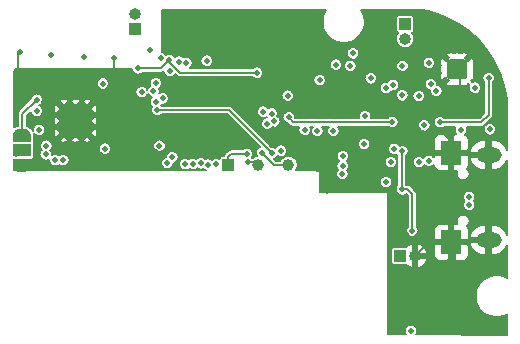
<source format=gbr>
%TF.GenerationSoftware,KiCad,Pcbnew,(5.1.9-0-10_14)*%
%TF.CreationDate,2021-08-08T20:33:52+02:00*%
%TF.ProjectId,Leo_muziekdoos,4c656f5f-6d75-47a6-9965-6b646f6f732e,rev?*%
%TF.SameCoordinates,Original*%
%TF.FileFunction,Copper,L4,Bot*%
%TF.FilePolarity,Positive*%
%FSLAX46Y46*%
G04 Gerber Fmt 4.6, Leading zero omitted, Abs format (unit mm)*
G04 Created by KiCad (PCBNEW (5.1.9-0-10_14)) date 2021-08-08 20:33:52*
%MOMM*%
%LPD*%
G01*
G04 APERTURE LIST*
%TA.AperFunction,ComponentPad*%
%ADD10C,0.600000*%
%TD*%
%TA.AperFunction,ComponentPad*%
%ADD11O,1.000000X1.000000*%
%TD*%
%TA.AperFunction,ComponentPad*%
%ADD12R,1.000000X1.000000*%
%TD*%
%TA.AperFunction,SMDPad,CuDef*%
%ADD13C,1.000000*%
%TD*%
%TA.AperFunction,SMDPad,CuDef*%
%ADD14R,1.000000X1.000000*%
%TD*%
%TA.AperFunction,SMDPad,CuDef*%
%ADD15R,1.500000X1.000000*%
%TD*%
%TA.AperFunction,SMDPad,CuDef*%
%ADD16C,0.100000*%
%TD*%
%TA.AperFunction,ComponentPad*%
%ADD17R,1.800000X2.000000*%
%TD*%
%TA.AperFunction,ComponentPad*%
%ADD18O,2.150000X1.300000*%
%TD*%
%TA.AperFunction,SMDPad,CuDef*%
%ADD19R,2.500000X2.500000*%
%TD*%
%TA.AperFunction,ComponentPad*%
%ADD20C,0.500000*%
%TD*%
%TA.AperFunction,ViaPad*%
%ADD21C,0.500000*%
%TD*%
%TA.AperFunction,Conductor*%
%ADD22C,0.203200*%
%TD*%
%TA.AperFunction,Conductor*%
%ADD23C,0.152400*%
%TD*%
%TA.AperFunction,Conductor*%
%ADD24C,0.100000*%
%TD*%
G04 APERTURE END LIST*
%TO.P,U5,17*%
%TO.N,GND*%
%TA.AperFunction,SMDPad,CuDef*%
G36*
G01*
X79644800Y-70344400D02*
X78444800Y-70344400D01*
G75*
G02*
X78194800Y-70094400I0J250000D01*
G01*
X78194800Y-68894400D01*
G75*
G02*
X78444800Y-68644400I250000J0D01*
G01*
X79644800Y-68644400D01*
G75*
G02*
X79894800Y-68894400I0J-250000D01*
G01*
X79894800Y-70094400D01*
G75*
G02*
X79644800Y-70344400I-250000J0D01*
G01*
G37*
%TD.AperFunction*%
D10*
X79594800Y-68944400D03*
X79594800Y-69494400D03*
X79594800Y-70044400D03*
X79044800Y-68944400D03*
X79044800Y-69494400D03*
X79044800Y-70044400D03*
X78494800Y-68944400D03*
X78494800Y-69494400D03*
X78494800Y-70044400D03*
%TD*%
D11*
%TO.P,J4,2*%
%TO.N,Net-(C23-Pad2)*%
X51816000Y-64820800D03*
D12*
%TO.P,J4,1*%
%TO.N,Net-(C20-Pad2)*%
X51816000Y-66090800D03*
%TD*%
D11*
%TO.P,J3,2*%
%TO.N,/I2S_DAC_AMP/SPK_OUT-*%
X74625200Y-66903600D03*
D12*
%TO.P,J3,1*%
%TO.N,/I2S_DAC_AMP/SPKOUT+*%
X74625200Y-65633600D03*
%TD*%
D11*
%TO.P,J1,2*%
%TO.N,GND*%
X75501500Y-85280500D03*
D12*
%TO.P,J1,1*%
%TO.N,+BATT*%
X74231500Y-85280500D03*
%TD*%
D13*
%TO.P,TP4,1*%
%TO.N,GND*%
X67310000Y-77597000D03*
%TD*%
%TO.P,TP3,1*%
%TO.N,/CPU/SWCLK*%
X64770000Y-77597000D03*
%TD*%
%TO.P,TP2,1*%
%TO.N,/CPU/SWDIO*%
X62230000Y-77597000D03*
%TD*%
D14*
%TO.P,TP1,1*%
%TO.N,+3V3*%
X59690000Y-77597000D03*
%TD*%
D15*
%TO.P,JP2,2*%
%TO.N,Net-(JP2-Pad2)*%
X42194480Y-76349860D03*
%TA.AperFunction,SMDPad,CuDef*%
D16*
%TO.P,JP2,3*%
%TO.N,+3V3*%
G36*
X41445082Y-75049860D02*
G01*
X41445082Y-75025326D01*
X41449892Y-74976495D01*
X41459464Y-74928370D01*
X41473708Y-74881415D01*
X41492485Y-74836082D01*
X41515616Y-74792809D01*
X41542876Y-74752010D01*
X41574004Y-74714081D01*
X41608701Y-74679384D01*
X41646630Y-74648256D01*
X41687429Y-74620996D01*
X41730702Y-74597865D01*
X41776035Y-74579088D01*
X41822990Y-74564844D01*
X41871115Y-74555272D01*
X41919946Y-74550462D01*
X41944480Y-74550462D01*
X41944480Y-74549860D01*
X42444480Y-74549860D01*
X42444480Y-74550462D01*
X42469014Y-74550462D01*
X42517845Y-74555272D01*
X42565970Y-74564844D01*
X42612925Y-74579088D01*
X42658258Y-74597865D01*
X42701531Y-74620996D01*
X42742330Y-74648256D01*
X42780259Y-74679384D01*
X42814956Y-74714081D01*
X42846084Y-74752010D01*
X42873344Y-74792809D01*
X42896475Y-74836082D01*
X42915252Y-74881415D01*
X42929496Y-74928370D01*
X42939068Y-74976495D01*
X42943878Y-75025326D01*
X42943878Y-75049860D01*
X42944480Y-75049860D01*
X42944480Y-75599860D01*
X41444480Y-75599860D01*
X41444480Y-75049860D01*
X41445082Y-75049860D01*
G37*
%TD.AperFunction*%
%TA.AperFunction,SMDPad,CuDef*%
%TO.P,JP2,1*%
%TO.N,GND*%
G36*
X42944480Y-77099860D02*
G01*
X42944480Y-77649860D01*
X42943878Y-77649860D01*
X42943878Y-77674394D01*
X42939068Y-77723225D01*
X42929496Y-77771350D01*
X42915252Y-77818305D01*
X42896475Y-77863638D01*
X42873344Y-77906911D01*
X42846084Y-77947710D01*
X42814956Y-77985639D01*
X42780259Y-78020336D01*
X42742330Y-78051464D01*
X42701531Y-78078724D01*
X42658258Y-78101855D01*
X42612925Y-78120632D01*
X42565970Y-78134876D01*
X42517845Y-78144448D01*
X42469014Y-78149258D01*
X42444480Y-78149258D01*
X42444480Y-78149860D01*
X41944480Y-78149860D01*
X41944480Y-78149258D01*
X41919946Y-78149258D01*
X41871115Y-78144448D01*
X41822990Y-78134876D01*
X41776035Y-78120632D01*
X41730702Y-78101855D01*
X41687429Y-78078724D01*
X41646630Y-78051464D01*
X41608701Y-78020336D01*
X41574004Y-77985639D01*
X41542876Y-77947710D01*
X41515616Y-77906911D01*
X41492485Y-77863638D01*
X41473708Y-77818305D01*
X41459464Y-77771350D01*
X41449892Y-77723225D01*
X41445082Y-77674394D01*
X41445082Y-77649860D01*
X41444480Y-77649860D01*
X41444480Y-77099860D01*
X42944480Y-77099860D01*
G37*
%TD.AperFunction*%
%TD*%
D17*
%TO.P,J2,SH*%
%TO.N,GND*%
X78551800Y-84140200D03*
D18*
X81711800Y-83940200D03*
D17*
X78551800Y-76540200D03*
D18*
X81711800Y-76740200D03*
%TD*%
D19*
%TO.P,U3,33*%
%TO.N,GND*%
X46736000Y-73850500D03*
D20*
X45736000Y-74850500D03*
X45736000Y-73850500D03*
X45736000Y-72850500D03*
X46736000Y-74850500D03*
X46736000Y-73850500D03*
X46736000Y-72850500D03*
X47736000Y-74850500D03*
X47736000Y-73850500D03*
X47736000Y-72850500D03*
%TD*%
D21*
%TO.N,GND*%
X65976500Y-72644000D03*
X42020787Y-68060491D03*
X41859200Y-70612000D03*
X44932600Y-70535800D03*
X50035400Y-68506280D03*
X55013860Y-66106040D03*
X63400500Y-70965500D03*
X50859029Y-74430229D03*
X77114400Y-64922400D03*
X71081900Y-72072500D03*
X57302400Y-67094000D03*
X57099200Y-68401213D03*
X59385200Y-65557400D03*
X69860200Y-79080400D03*
X68001797Y-79775363D03*
X75742800Y-67716400D03*
X80518000Y-67945000D03*
X79298800Y-71577200D03*
X72939150Y-76569069D03*
X82626198Y-70408800D03*
X78867000Y-89357200D03*
X75565000Y-88874600D03*
X76225400Y-88874600D03*
X76225400Y-89814400D03*
X75565000Y-89814400D03*
X43557576Y-77610033D03*
X49780010Y-71160506D03*
X53686794Y-76728634D03*
X76622097Y-71757249D03*
%TO.N,/CPU/ADC1_IN2*%
X71268410Y-73456800D03*
X54725821Y-69631038D03*
%TO.N,+BATT*%
X71729600Y-70256400D03*
X64774284Y-73559478D03*
X75260200Y-83134200D03*
X74371200Y-79654400D03*
X74414750Y-76427588D03*
X73558400Y-73939400D03*
%TO.N,/Power/PSU_BTN_RAW*%
X70235040Y-68144160D03*
X74405149Y-71686205D03*
X64109600Y-76377800D03*
%TO.N,+3V3*%
X43449240Y-72044560D03*
X62079039Y-69769810D03*
X49225200Y-76200000D03*
X77597000Y-73964800D03*
X73025000Y-79044800D03*
X76274981Y-74224980D03*
X81711800Y-70230996D03*
X54660800Y-68681600D03*
X52004617Y-69400778D03*
X49046461Y-70687585D03*
X61247900Y-76640300D03*
X53848000Y-75946000D03*
%TO.N,Net-(C17-Pad2)*%
X44640500Y-68237100D03*
X47447200Y-68478400D03*
%TO.N,/CPU/NRST*%
X53086000Y-67818000D03*
X57843810Y-68757800D03*
%TO.N,/Power/CHG_STAT_LED*%
X81813400Y-74574400D03*
X79375000Y-74599800D03*
%TO.N,/Power/PSU_EN*%
X75797702Y-71750902D03*
X73730039Y-76225400D03*
%TO.N,/CPU/USB_D-*%
X80060800Y-80949800D03*
X69337573Y-78331101D03*
%TO.N,/CPU/USB_D+*%
X69357494Y-77674165D03*
X80067261Y-80286536D03*
%TO.N,/CPU/SDIO_D0*%
X70002400Y-69189600D03*
X64687840Y-71710162D03*
%TO.N,/CPU/SDIO_CLK*%
X68783200Y-69088000D03*
X56673961Y-77491134D03*
%TO.N,/CPU/SDIO_CMD*%
X54121622Y-71954609D03*
X66146061Y-74619187D03*
%TO.N,/CPU/SDIO_D3*%
X67411600Y-70408800D03*
X63347600Y-73228200D03*
%TO.N,/CPU/SDIO_D2*%
X68570183Y-74695618D03*
X57964761Y-77566646D03*
%TO.N,/CPU/SDIO_D1*%
X67208400Y-74695620D03*
X57324477Y-77441432D03*
%TO.N,/CPU/MEAS_EN*%
X63582839Y-73895239D03*
X73025000Y-71069200D03*
%TO.N,/CPU/BTN_PWR*%
X63355589Y-76551822D03*
X53643012Y-72921896D03*
%TO.N,/CPU/PW_HOLD*%
X69367400Y-76835000D03*
X56021815Y-77509736D03*
%TO.N,/Power/PSU_EN_BUF*%
X75819000Y-77343000D03*
X73431400Y-77343000D03*
%TO.N,Net-(R5-Pad2)*%
X76631800Y-77241400D03*
X75145200Y-91629800D03*
%TO.N,/I2S_DAC_AMP/I2S_SD_MODE*%
X80543400Y-71043800D03*
X53963496Y-68568597D03*
%TO.N,/CPU/NFC_RX*%
X43459400Y-73012300D03*
X62619971Y-73066721D03*
%TO.N,/CPU/NFC_MISO*%
X62957448Y-74081055D03*
X44268334Y-75954000D03*
%TO.N,/CPU/SWCLK*%
X62509396Y-76530200D03*
%TO.N,/CPU/SWDIO*%
X61321702Y-77315742D03*
%TO.N,/CPU/NFC_TX*%
X43657520Y-74615040D03*
X58616639Y-77540267D03*
%TO.N,/CPU/DAC_BCLK*%
X54517514Y-77436195D03*
X76802011Y-70749238D03*
%TO.N,/CPU/DAC_LRCK*%
X76657200Y-68935600D03*
X54940200Y-76936600D03*
%TO.N,/CPU/NFC_SPI_MOSI*%
X53553212Y-72274845D03*
X45011340Y-77173663D03*
%TO.N,/CPU/NFC_SPI_SCK*%
X53340000Y-71323200D03*
X45702579Y-77173663D03*
%TO.N,/CPU/NFC_SPI_CS*%
X53543200Y-70662800D03*
X44211327Y-76695053D03*
%TO.N,/CPU/DAC_DATA*%
X74422000Y-69189600D03*
X55484250Y-68828020D03*
X77284650Y-71306707D03*
%TO.N,Net-(JP2-Pad2)*%
X41719500Y-76624180D03*
%TO.N,Net-(Q1-Pad3)*%
X73621728Y-70800593D03*
X71181267Y-75813611D03*
%TO.N,/CPU/HALL_OUT*%
X52338171Y-71422234D03*
X56126165Y-68944524D03*
%TD*%
D22*
%TO.N,GND*%
X41859200Y-68222078D02*
X42020787Y-68060491D01*
X41859200Y-70612000D02*
X41859200Y-68222078D01*
X41935400Y-70535800D02*
X41859200Y-70612000D01*
X44932600Y-70535800D02*
X41935400Y-70535800D01*
X73101200Y-70053200D02*
X71331899Y-71822501D01*
X76657198Y-70053200D02*
X73101200Y-70053200D01*
X71331899Y-71822501D02*
X71081900Y-72072500D01*
X77006615Y-71899169D02*
X77006615Y-73820626D01*
X76899523Y-71792077D02*
X77006615Y-71899169D01*
X65976500Y-72240977D02*
X64701023Y-70965500D01*
X65976500Y-72644000D02*
X65976500Y-72240977D01*
X64701023Y-70965500D02*
X63400500Y-70965500D01*
X58836560Y-66106040D02*
X59385200Y-65557400D01*
X55013860Y-66106040D02*
X58836560Y-66106040D01*
X67310000Y-77597000D02*
X67423408Y-77710408D01*
X67423408Y-77710408D02*
X67423408Y-79196974D01*
X67423408Y-79196974D02*
X68001797Y-79775363D01*
X81823800Y-76733400D02*
X78663800Y-76733400D01*
X77114400Y-64922400D02*
X77114400Y-66344800D01*
X77114400Y-66344800D02*
X75742800Y-67716400D01*
X76657198Y-70053200D02*
X75742800Y-69138802D01*
X75742800Y-69138802D02*
X75742800Y-67716400D01*
X77006615Y-74094937D02*
X78577200Y-75665522D01*
X78577200Y-75665522D02*
X78577200Y-77349800D01*
X77006615Y-73820626D02*
X77006615Y-74094937D01*
X80518000Y-67945000D02*
X79298800Y-69164200D01*
X79298800Y-69164200D02*
X79298800Y-71577200D01*
X77006615Y-73820626D02*
X77006615Y-74232161D01*
X74155172Y-74999494D02*
X72939150Y-76215516D01*
X72939150Y-76215516D02*
X72939150Y-76569069D01*
X70427819Y-79080400D02*
X72939150Y-76569069D01*
X76239282Y-74999494D02*
X74155172Y-74999494D01*
X77006615Y-74232161D02*
X76239282Y-74999494D01*
X69860200Y-79080400D02*
X70427819Y-79080400D01*
X82626198Y-70053198D02*
X82626198Y-70408800D01*
X80518000Y-67945000D02*
X82626198Y-70053198D01*
X76841800Y-83940200D02*
X78551800Y-83940200D01*
X75501500Y-85280500D02*
X76841800Y-83940200D01*
X78867000Y-84255400D02*
X78867000Y-89003647D01*
X78867000Y-89003647D02*
X78867000Y-89357200D01*
X78551800Y-83940200D02*
X78867000Y-84255400D01*
X42194480Y-77649860D02*
X43517749Y-77649860D01*
X43517749Y-77649860D02*
X43557576Y-77610033D01*
X49780010Y-73351210D02*
X49780010Y-71160506D01*
X50035400Y-68506280D02*
X50035400Y-70905116D01*
X50035400Y-70905116D02*
X49780010Y-71160506D01*
X50859029Y-74430229D02*
X49780010Y-73351210D01*
X55987799Y-75450710D02*
X55318271Y-75450710D01*
X51388389Y-74430229D02*
X53686794Y-76728634D01*
X55318271Y-75450710D02*
X54040347Y-76728634D01*
X54040347Y-76728634D02*
X53686794Y-76728634D01*
X50859029Y-74430229D02*
X51388389Y-74430229D01*
X76899523Y-71792077D02*
X76934645Y-71827199D01*
X76934645Y-71827199D02*
X79048801Y-71827199D01*
X76298010Y-71190564D02*
X76298010Y-70376526D01*
X79048801Y-71827199D02*
X79298800Y-71577200D01*
X76298010Y-70376526D02*
X76621336Y-70053200D01*
X76899523Y-71792077D02*
X76298010Y-71190564D01*
X76621336Y-70053200D02*
X76657198Y-70053200D01*
D23*
%TO.N,+BATT*%
X74393463Y-79632137D02*
X74371200Y-79654400D01*
D22*
X75234800Y-80035400D02*
X75234800Y-83159600D01*
X74831537Y-79632137D02*
X75234800Y-80035400D01*
X75234800Y-83159600D02*
X75260200Y-83134200D01*
X74393463Y-79632137D02*
X74831537Y-79632137D01*
X74371200Y-79654400D02*
X74371200Y-76471138D01*
X74371200Y-76471138D02*
X74414750Y-76427588D01*
X65179606Y-73964800D02*
X73533000Y-73964800D01*
X64774284Y-73559478D02*
X65179606Y-73964800D01*
X73533000Y-73964800D02*
X73558400Y-73939400D01*
%TO.N,+3V3*%
X42242740Y-73251060D02*
X43449240Y-72044560D01*
X42242740Y-74976200D02*
X42242740Y-73251060D01*
X62079039Y-69769810D02*
X55577372Y-69769810D01*
X55577372Y-69769810D02*
X54660800Y-68853238D01*
X54660800Y-68853238D02*
X54660800Y-68681600D01*
X81711800Y-73355200D02*
X81711800Y-70230996D01*
X81102200Y-73964800D02*
X81711800Y-73355200D01*
X77597000Y-73964800D02*
X81102200Y-73964800D01*
X54660800Y-68681600D02*
X53941622Y-69400778D01*
X53941622Y-69400778D02*
X52004617Y-69400778D01*
X59690000Y-76893800D02*
X59943500Y-76640300D01*
X59690000Y-77597000D02*
X59690000Y-76893800D01*
X59943500Y-76640300D02*
X61247900Y-76640300D01*
D23*
%TO.N,/CPU/BTN_PWR*%
X63355589Y-76551822D02*
X59725663Y-72921896D01*
X59725663Y-72921896D02*
X53643012Y-72921896D01*
D22*
%TO.N,/CPU/SWCLK*%
X62509396Y-76555596D02*
X62509396Y-76530200D01*
X63550800Y-77597000D02*
X62509396Y-76555596D01*
X64770000Y-77597000D02*
X63550800Y-77597000D01*
D23*
%TO.N,/CPU/SWDIO*%
X61948742Y-77315742D02*
X61321702Y-77315742D01*
X62230000Y-77597000D02*
X61948742Y-77315742D01*
%TO.N,/CPU/NFC_SPI_CS*%
X44211330Y-76695056D02*
X44211327Y-76695053D01*
D22*
%TO.N,Net-(JP2-Pad2)*%
X42291000Y-76263500D02*
X42092880Y-76461620D01*
X42092880Y-76461620D02*
X41722040Y-76461620D01*
%TD*%
D23*
%TO.N,GND*%
X67866716Y-64638338D02*
X67732581Y-64962168D01*
X67664200Y-65305944D01*
X67664200Y-65656456D01*
X67732581Y-66000232D01*
X67866716Y-66324062D01*
X68061450Y-66615502D01*
X68309298Y-66863350D01*
X68600738Y-67058084D01*
X68924568Y-67192219D01*
X69268344Y-67260600D01*
X69618856Y-67260600D01*
X69962632Y-67192219D01*
X70286462Y-67058084D01*
X70577902Y-66863350D01*
X70825750Y-66615502D01*
X71020484Y-66324062D01*
X71154619Y-66000232D01*
X71223000Y-65656456D01*
X71223000Y-65305944D01*
X71188719Y-65133600D01*
X73844449Y-65133600D01*
X73844449Y-66133600D01*
X73849844Y-66188372D01*
X73865820Y-66241039D01*
X73891764Y-66289577D01*
X73926679Y-66332121D01*
X73969223Y-66367036D01*
X74017761Y-66392980D01*
X74029901Y-66396662D01*
X74019801Y-66406762D01*
X73934505Y-66534416D01*
X73875752Y-66676257D01*
X73845800Y-66826836D01*
X73845800Y-66980364D01*
X73875752Y-67130943D01*
X73934505Y-67272784D01*
X74019801Y-67400438D01*
X74128362Y-67508999D01*
X74256016Y-67594295D01*
X74397857Y-67653048D01*
X74548436Y-67683000D01*
X74701964Y-67683000D01*
X74852543Y-67653048D01*
X74994384Y-67594295D01*
X75122038Y-67508999D01*
X75230599Y-67400438D01*
X75315895Y-67272784D01*
X75374648Y-67130943D01*
X75404600Y-66980364D01*
X75404600Y-66826836D01*
X75374648Y-66676257D01*
X75315895Y-66534416D01*
X75230599Y-66406762D01*
X75220499Y-66396662D01*
X75232639Y-66392980D01*
X75281177Y-66367036D01*
X75323721Y-66332121D01*
X75358636Y-66289577D01*
X75384580Y-66241039D01*
X75400556Y-66188372D01*
X75405951Y-66133600D01*
X75405951Y-65133600D01*
X75400556Y-65078828D01*
X75384580Y-65026161D01*
X75358636Y-64977623D01*
X75323721Y-64935079D01*
X75281177Y-64900164D01*
X75232639Y-64874220D01*
X75179972Y-64858244D01*
X75125200Y-64852849D01*
X74125200Y-64852849D01*
X74070428Y-64858244D01*
X74017761Y-64874220D01*
X73969223Y-64900164D01*
X73926679Y-64935079D01*
X73891764Y-64977623D01*
X73865820Y-65026161D01*
X73849844Y-65078828D01*
X73844449Y-65133600D01*
X71188719Y-65133600D01*
X71154619Y-64962168D01*
X71020484Y-64638338D01*
X70921769Y-64490600D01*
X76091460Y-64490600D01*
X76929406Y-64659560D01*
X78009691Y-65031532D01*
X79031293Y-65543111D01*
X79976256Y-66185308D01*
X80827981Y-66946839D01*
X81571515Y-67814335D01*
X82193783Y-68772543D01*
X82683850Y-69804623D01*
X83033118Y-70892464D01*
X83235797Y-72018905D01*
X83286600Y-72927586D01*
X83286600Y-76281773D01*
X83261780Y-76202351D01*
X83135235Y-75993213D01*
X82970320Y-75812781D01*
X82773374Y-75667989D01*
X82551964Y-75564402D01*
X82314600Y-75506000D01*
X81889600Y-75506000D01*
X81889600Y-76562400D01*
X81909600Y-76562400D01*
X81909600Y-76918000D01*
X81889600Y-76918000D01*
X81889600Y-77974400D01*
X82314600Y-77974400D01*
X82551964Y-77915998D01*
X82773374Y-77812411D01*
X82970320Y-77667619D01*
X83135235Y-77487187D01*
X83261780Y-77278049D01*
X83286600Y-77198627D01*
X83286600Y-83481774D01*
X83261780Y-83402351D01*
X83135235Y-83193213D01*
X82970320Y-83012781D01*
X82773374Y-82867989D01*
X82551964Y-82764402D01*
X82314600Y-82706000D01*
X81889600Y-82706000D01*
X81889600Y-83762400D01*
X81909600Y-83762400D01*
X81909600Y-84118000D01*
X81889600Y-84118000D01*
X81889600Y-85174400D01*
X82314600Y-85174400D01*
X82551964Y-85115998D01*
X82773374Y-85012411D01*
X82970320Y-84867619D01*
X83135235Y-84687187D01*
X83261780Y-84478049D01*
X83286600Y-84398626D01*
X83286600Y-87150745D01*
X83240462Y-87119916D01*
X82916632Y-86985781D01*
X82572856Y-86917400D01*
X82222344Y-86917400D01*
X81878568Y-86985781D01*
X81554738Y-87119916D01*
X81263298Y-87314650D01*
X81015450Y-87562498D01*
X80820716Y-87853938D01*
X80686581Y-88177768D01*
X80618200Y-88521544D01*
X80618200Y-88872056D01*
X80686581Y-89215832D01*
X80820716Y-89539662D01*
X81015450Y-89831102D01*
X81263298Y-90078950D01*
X81554738Y-90273684D01*
X81878568Y-90407819D01*
X82222344Y-90476200D01*
X82572856Y-90476200D01*
X82916632Y-90407819D01*
X83240462Y-90273684D01*
X83286600Y-90242855D01*
X83286600Y-91973022D01*
X75578069Y-91934861D01*
X75614349Y-91880565D01*
X75654256Y-91784220D01*
X75674600Y-91681941D01*
X75674600Y-91577659D01*
X75654256Y-91475380D01*
X75614349Y-91379035D01*
X75556412Y-91292327D01*
X75482673Y-91218588D01*
X75395965Y-91160651D01*
X75299620Y-91120744D01*
X75197341Y-91100400D01*
X75093059Y-91100400D01*
X74990780Y-91120744D01*
X74894435Y-91160651D01*
X74807727Y-91218588D01*
X74733988Y-91292327D01*
X74676051Y-91379035D01*
X74636144Y-91475380D01*
X74615800Y-91577659D01*
X74615800Y-91681941D01*
X74636144Y-91784220D01*
X74676051Y-91880565D01*
X74709457Y-91930561D01*
X73177400Y-91922976D01*
X73177400Y-84780500D01*
X73450749Y-84780500D01*
X73450749Y-85780500D01*
X73456144Y-85835272D01*
X73472120Y-85887939D01*
X73498064Y-85936477D01*
X73532979Y-85979021D01*
X73575523Y-86013936D01*
X73624061Y-86039880D01*
X73676728Y-86055856D01*
X73731500Y-86061251D01*
X74731500Y-86061251D01*
X74754367Y-86058999D01*
X74836810Y-86137060D01*
X75016688Y-86250276D01*
X75158579Y-86309040D01*
X75323700Y-86201647D01*
X75323700Y-85458300D01*
X75679300Y-85458300D01*
X75679300Y-86201647D01*
X75844421Y-86309040D01*
X75986312Y-86250276D01*
X76166190Y-86137060D01*
X76320525Y-85990927D01*
X76443385Y-85817493D01*
X76530049Y-85623422D01*
X76424981Y-85458300D01*
X75679300Y-85458300D01*
X75323700Y-85458300D01*
X75303700Y-85458300D01*
X75303700Y-85140200D01*
X77064773Y-85140200D01*
X77076053Y-85254723D01*
X77109458Y-85364846D01*
X77163705Y-85466335D01*
X77236709Y-85555291D01*
X77325665Y-85628295D01*
X77427154Y-85682542D01*
X77537277Y-85715947D01*
X77651800Y-85727227D01*
X78227950Y-85724400D01*
X78374000Y-85578350D01*
X78374000Y-84318000D01*
X78729600Y-84318000D01*
X78729600Y-85578350D01*
X78875650Y-85724400D01*
X79451800Y-85727227D01*
X79566323Y-85715947D01*
X79676446Y-85682542D01*
X79777935Y-85628295D01*
X79866891Y-85555291D01*
X79939895Y-85466335D01*
X79994142Y-85364846D01*
X80027547Y-85254723D01*
X80038827Y-85140200D01*
X80036000Y-84464050D01*
X79889950Y-84318000D01*
X78729600Y-84318000D01*
X78374000Y-84318000D01*
X77213650Y-84318000D01*
X77067600Y-84464050D01*
X77064773Y-85140200D01*
X75303700Y-85140200D01*
X75303700Y-85102700D01*
X75323700Y-85102700D01*
X75323700Y-84359353D01*
X75679300Y-84359353D01*
X75679300Y-85102700D01*
X76424981Y-85102700D01*
X76530049Y-84937578D01*
X76443385Y-84743507D01*
X76320525Y-84570073D01*
X76166190Y-84423940D01*
X75986312Y-84310724D01*
X75977002Y-84306868D01*
X80108325Y-84306868D01*
X80161820Y-84478049D01*
X80288365Y-84687187D01*
X80453280Y-84867619D01*
X80650226Y-85012411D01*
X80871636Y-85115998D01*
X81109000Y-85174400D01*
X81534000Y-85174400D01*
X81534000Y-84118000D01*
X80213274Y-84118000D01*
X80108325Y-84306868D01*
X75977002Y-84306868D01*
X75844421Y-84251960D01*
X75679300Y-84359353D01*
X75323700Y-84359353D01*
X75158579Y-84251960D01*
X75016688Y-84310724D01*
X74836810Y-84423940D01*
X74754367Y-84502001D01*
X74731500Y-84499749D01*
X73731500Y-84499749D01*
X73676728Y-84505144D01*
X73624061Y-84521120D01*
X73575523Y-84547064D01*
X73532979Y-84581979D01*
X73498064Y-84624523D01*
X73472120Y-84673061D01*
X73456144Y-84725728D01*
X73450749Y-84780500D01*
X73177400Y-84780500D01*
X73177400Y-79908400D01*
X73175936Y-79893534D01*
X73171600Y-79879240D01*
X73164558Y-79866066D01*
X73155082Y-79854518D01*
X73143534Y-79845042D01*
X73130360Y-79838000D01*
X73116066Y-79833664D01*
X73101200Y-79832200D01*
X67448798Y-79832200D01*
X67448798Y-78992659D01*
X72495600Y-78992659D01*
X72495600Y-79096941D01*
X72515944Y-79199220D01*
X72555851Y-79295565D01*
X72613788Y-79382273D01*
X72687527Y-79456012D01*
X72774235Y-79513949D01*
X72870580Y-79553856D01*
X72972859Y-79574200D01*
X73077141Y-79574200D01*
X73179420Y-79553856D01*
X73275765Y-79513949D01*
X73362473Y-79456012D01*
X73436212Y-79382273D01*
X73494149Y-79295565D01*
X73534056Y-79199220D01*
X73554400Y-79096941D01*
X73554400Y-78992659D01*
X73534056Y-78890380D01*
X73494149Y-78794035D01*
X73436212Y-78707327D01*
X73362473Y-78633588D01*
X73275765Y-78575651D01*
X73179420Y-78535744D01*
X73077141Y-78515400D01*
X72972859Y-78515400D01*
X72870580Y-78535744D01*
X72774235Y-78575651D01*
X72687527Y-78633588D01*
X72613788Y-78707327D01*
X72555851Y-78794035D01*
X72515944Y-78890380D01*
X72495600Y-78992659D01*
X67448798Y-78992659D01*
X67448798Y-78446405D01*
X67450633Y-78427773D01*
X67443308Y-78353398D01*
X67437000Y-78332604D01*
X67437000Y-78278960D01*
X68808173Y-78278960D01*
X68808173Y-78383242D01*
X68828517Y-78485521D01*
X68868424Y-78581866D01*
X68926361Y-78668574D01*
X69000100Y-78742313D01*
X69086808Y-78800250D01*
X69183153Y-78840157D01*
X69285432Y-78860501D01*
X69389714Y-78860501D01*
X69491993Y-78840157D01*
X69588338Y-78800250D01*
X69675046Y-78742313D01*
X69748785Y-78668574D01*
X69806722Y-78581866D01*
X69846629Y-78485521D01*
X69866973Y-78383242D01*
X69866973Y-78278960D01*
X69846629Y-78176681D01*
X69806722Y-78080336D01*
X69763978Y-78016366D01*
X69768706Y-78011638D01*
X69826643Y-77924930D01*
X69866550Y-77828585D01*
X69886894Y-77726306D01*
X69886894Y-77622024D01*
X69866550Y-77519745D01*
X69826643Y-77423400D01*
X69768706Y-77336692D01*
X69722873Y-77290859D01*
X72902000Y-77290859D01*
X72902000Y-77395141D01*
X72922344Y-77497420D01*
X72962251Y-77593765D01*
X73020188Y-77680473D01*
X73093927Y-77754212D01*
X73180635Y-77812149D01*
X73276980Y-77852056D01*
X73379259Y-77872400D01*
X73483541Y-77872400D01*
X73585820Y-77852056D01*
X73682165Y-77812149D01*
X73768873Y-77754212D01*
X73842612Y-77680473D01*
X73900549Y-77593765D01*
X73940456Y-77497420D01*
X73960800Y-77395141D01*
X73960800Y-77290859D01*
X73940456Y-77188580D01*
X73900549Y-77092235D01*
X73842612Y-77005527D01*
X73768873Y-76931788D01*
X73682165Y-76873851D01*
X73585820Y-76833944D01*
X73483541Y-76813600D01*
X73379259Y-76813600D01*
X73276980Y-76833944D01*
X73180635Y-76873851D01*
X73093927Y-76931788D01*
X73020188Y-77005527D01*
X72962251Y-77092235D01*
X72922344Y-77188580D01*
X72902000Y-77290859D01*
X69722873Y-77290859D01*
X69694967Y-77262953D01*
X69687393Y-77257892D01*
X69704873Y-77246212D01*
X69778612Y-77172473D01*
X69836549Y-77085765D01*
X69876456Y-76989420D01*
X69896800Y-76887141D01*
X69896800Y-76782859D01*
X69876456Y-76680580D01*
X69836549Y-76584235D01*
X69778612Y-76497527D01*
X69704873Y-76423788D01*
X69618165Y-76365851D01*
X69521820Y-76325944D01*
X69419541Y-76305600D01*
X69315259Y-76305600D01*
X69212980Y-76325944D01*
X69116635Y-76365851D01*
X69029927Y-76423788D01*
X68956188Y-76497527D01*
X68898251Y-76584235D01*
X68858344Y-76680580D01*
X68838000Y-76782859D01*
X68838000Y-76887141D01*
X68858344Y-76989420D01*
X68898251Y-77085765D01*
X68956188Y-77172473D01*
X69029927Y-77246212D01*
X69037501Y-77251273D01*
X69020021Y-77262953D01*
X68946282Y-77336692D01*
X68888345Y-77423400D01*
X68848438Y-77519745D01*
X68828094Y-77622024D01*
X68828094Y-77726306D01*
X68848438Y-77828585D01*
X68888345Y-77924930D01*
X68931089Y-77988900D01*
X68926361Y-77993628D01*
X68868424Y-78080336D01*
X68828517Y-78176681D01*
X68808173Y-78278960D01*
X67437000Y-78278960D01*
X67437000Y-78181200D01*
X67435536Y-78166334D01*
X67431200Y-78152040D01*
X67424158Y-78138866D01*
X67414682Y-78127318D01*
X67403134Y-78117842D01*
X67389960Y-78110800D01*
X67375666Y-78106464D01*
X67360651Y-78105000D01*
X67270702Y-78105176D01*
X67215290Y-78075558D01*
X67143773Y-78053863D01*
X67088030Y-78048373D01*
X67069398Y-78046538D01*
X67050766Y-78048373D01*
X65405778Y-78048373D01*
X65460695Y-77966184D01*
X65519448Y-77824343D01*
X65549400Y-77673764D01*
X65549400Y-77520236D01*
X65519448Y-77369657D01*
X65460695Y-77227816D01*
X65375399Y-77100162D01*
X65266838Y-76991601D01*
X65139184Y-76906305D01*
X64997343Y-76847552D01*
X64846764Y-76817600D01*
X64693236Y-76817600D01*
X64542657Y-76847552D01*
X64400816Y-76906305D01*
X64273162Y-76991601D01*
X64164601Y-77100162D01*
X64087200Y-77216000D01*
X63708616Y-77216000D01*
X63540757Y-77048142D01*
X63606354Y-77020971D01*
X63693062Y-76963034D01*
X63766801Y-76889295D01*
X63814770Y-76817505D01*
X63858835Y-76846949D01*
X63955180Y-76886856D01*
X64057459Y-76907200D01*
X64161741Y-76907200D01*
X64264020Y-76886856D01*
X64360365Y-76846949D01*
X64447073Y-76789012D01*
X64520812Y-76715273D01*
X64578749Y-76628565D01*
X64618656Y-76532220D01*
X64639000Y-76429941D01*
X64639000Y-76325659D01*
X64618656Y-76223380D01*
X64578749Y-76127035D01*
X64520812Y-76040327D01*
X64447073Y-75966588D01*
X64360365Y-75908651D01*
X64264020Y-75868744D01*
X64161741Y-75848400D01*
X64057459Y-75848400D01*
X63955180Y-75868744D01*
X63858835Y-75908651D01*
X63772127Y-75966588D01*
X63698388Y-76040327D01*
X63650419Y-76112117D01*
X63606354Y-76082673D01*
X63510009Y-76042766D01*
X63407730Y-76022422D01*
X63329083Y-76022422D01*
X63068131Y-75761470D01*
X70651867Y-75761470D01*
X70651867Y-75865752D01*
X70672211Y-75968031D01*
X70712118Y-76064376D01*
X70770055Y-76151084D01*
X70843794Y-76224823D01*
X70930502Y-76282760D01*
X71026847Y-76322667D01*
X71129126Y-76343011D01*
X71233408Y-76343011D01*
X71335687Y-76322667D01*
X71432032Y-76282760D01*
X71518740Y-76224823D01*
X71570304Y-76173259D01*
X73200639Y-76173259D01*
X73200639Y-76277541D01*
X73220983Y-76379820D01*
X73260890Y-76476165D01*
X73318827Y-76562873D01*
X73392566Y-76636612D01*
X73479274Y-76694549D01*
X73575619Y-76734456D01*
X73677898Y-76754800D01*
X73782180Y-76754800D01*
X73884459Y-76734456D01*
X73961708Y-76702459D01*
X73990201Y-76745101D01*
X73990200Y-79286715D01*
X73959988Y-79316927D01*
X73902051Y-79403635D01*
X73862144Y-79499980D01*
X73841800Y-79602259D01*
X73841800Y-79706541D01*
X73862144Y-79808820D01*
X73902051Y-79905165D01*
X73959988Y-79991873D01*
X74033727Y-80065612D01*
X74120435Y-80123549D01*
X74216780Y-80163456D01*
X74319059Y-80183800D01*
X74423341Y-80183800D01*
X74525620Y-80163456D01*
X74621965Y-80123549D01*
X74708673Y-80065612D01*
X74717435Y-80056850D01*
X74853800Y-80193215D01*
X74853801Y-82791914D01*
X74848988Y-82796727D01*
X74791051Y-82883435D01*
X74751144Y-82979780D01*
X74730800Y-83082059D01*
X74730800Y-83186341D01*
X74751144Y-83288620D01*
X74791051Y-83384965D01*
X74848988Y-83471673D01*
X74922727Y-83545412D01*
X75009435Y-83603349D01*
X75105780Y-83643256D01*
X75208059Y-83663600D01*
X75312341Y-83663600D01*
X75414620Y-83643256D01*
X75510965Y-83603349D01*
X75597673Y-83545412D01*
X75671412Y-83471673D01*
X75729349Y-83384965D01*
X75769256Y-83288620D01*
X75789600Y-83186341D01*
X75789600Y-83140200D01*
X77064773Y-83140200D01*
X77067600Y-83816350D01*
X77213650Y-83962400D01*
X78374000Y-83962400D01*
X78374000Y-82702050D01*
X78729600Y-82702050D01*
X78729600Y-83962400D01*
X79889950Y-83962400D01*
X80036000Y-83816350D01*
X80037015Y-83573532D01*
X80108325Y-83573532D01*
X80213274Y-83762400D01*
X81534000Y-83762400D01*
X81534000Y-82706000D01*
X81109000Y-82706000D01*
X80871636Y-82764402D01*
X80650226Y-82867989D01*
X80453280Y-83012781D01*
X80288365Y-83193213D01*
X80161820Y-83402351D01*
X80108325Y-83573532D01*
X80037015Y-83573532D01*
X80038827Y-83140200D01*
X80027547Y-83025677D01*
X79994142Y-82915554D01*
X79939895Y-82814065D01*
X79908237Y-82775490D01*
X79915210Y-82770831D01*
X79992431Y-82693610D01*
X80053103Y-82602807D01*
X80094895Y-82501913D01*
X80116200Y-82394804D01*
X80116200Y-82285596D01*
X80094895Y-82178487D01*
X80053103Y-82077593D01*
X79992431Y-81986790D01*
X79915210Y-81909569D01*
X79824407Y-81848897D01*
X79723513Y-81807105D01*
X79616404Y-81785800D01*
X79507196Y-81785800D01*
X79400087Y-81807105D01*
X79299193Y-81848897D01*
X79208390Y-81909569D01*
X79131169Y-81986790D01*
X79070497Y-82077593D01*
X79028705Y-82178487D01*
X79007400Y-82285596D01*
X79007400Y-82394804D01*
X79028705Y-82501913D01*
X79050753Y-82555141D01*
X78875650Y-82556000D01*
X78729600Y-82702050D01*
X78374000Y-82702050D01*
X78227950Y-82556000D01*
X77651800Y-82553173D01*
X77537277Y-82564453D01*
X77427154Y-82597858D01*
X77325665Y-82652105D01*
X77236709Y-82725109D01*
X77163705Y-82814065D01*
X77109458Y-82915554D01*
X77076053Y-83025677D01*
X77064773Y-83140200D01*
X75789600Y-83140200D01*
X75789600Y-83082059D01*
X75769256Y-82979780D01*
X75729349Y-82883435D01*
X75671412Y-82796727D01*
X75615800Y-82741115D01*
X75615800Y-80897659D01*
X79531400Y-80897659D01*
X79531400Y-81001941D01*
X79551744Y-81104220D01*
X79591651Y-81200565D01*
X79649588Y-81287273D01*
X79723327Y-81361012D01*
X79810035Y-81418949D01*
X79906380Y-81458856D01*
X80008659Y-81479200D01*
X80112941Y-81479200D01*
X80215220Y-81458856D01*
X80311565Y-81418949D01*
X80398273Y-81361012D01*
X80472012Y-81287273D01*
X80529949Y-81200565D01*
X80569856Y-81104220D01*
X80590200Y-81001941D01*
X80590200Y-80897659D01*
X80569856Y-80795380D01*
X80529949Y-80699035D01*
X80479145Y-80623003D01*
X80536410Y-80537301D01*
X80576317Y-80440956D01*
X80596661Y-80338677D01*
X80596661Y-80234395D01*
X80576317Y-80132116D01*
X80536410Y-80035771D01*
X80478473Y-79949063D01*
X80404734Y-79875324D01*
X80318026Y-79817387D01*
X80221681Y-79777480D01*
X80119402Y-79757136D01*
X80015120Y-79757136D01*
X79912841Y-79777480D01*
X79816496Y-79817387D01*
X79729788Y-79875324D01*
X79656049Y-79949063D01*
X79598112Y-80035771D01*
X79558205Y-80132116D01*
X79537861Y-80234395D01*
X79537861Y-80338677D01*
X79558205Y-80440956D01*
X79598112Y-80537301D01*
X79648916Y-80613333D01*
X79591651Y-80699035D01*
X79551744Y-80795380D01*
X79531400Y-80897659D01*
X75615800Y-80897659D01*
X75615800Y-80054109D01*
X75617643Y-80035399D01*
X75615450Y-80013137D01*
X75610287Y-79960711D01*
X75588501Y-79888892D01*
X75576850Y-79867095D01*
X75553122Y-79822703D01*
X75517439Y-79779224D01*
X75505511Y-79764689D01*
X75490975Y-79752760D01*
X75114183Y-79375968D01*
X75102248Y-79361426D01*
X75044233Y-79313815D01*
X74978045Y-79278436D01*
X74906226Y-79256650D01*
X74850250Y-79251137D01*
X74850247Y-79251137D01*
X74831537Y-79249294D01*
X74812827Y-79251137D01*
X74752200Y-79251137D01*
X74752200Y-77290859D01*
X75289600Y-77290859D01*
X75289600Y-77395141D01*
X75309944Y-77497420D01*
X75349851Y-77593765D01*
X75407788Y-77680473D01*
X75481527Y-77754212D01*
X75568235Y-77812149D01*
X75664580Y-77852056D01*
X75766859Y-77872400D01*
X75871141Y-77872400D01*
X75973420Y-77852056D01*
X76069765Y-77812149D01*
X76156473Y-77754212D01*
X76230212Y-77680473D01*
X76267053Y-77625338D01*
X76294327Y-77652612D01*
X76381035Y-77710549D01*
X76477380Y-77750456D01*
X76579659Y-77770800D01*
X76683941Y-77770800D01*
X76786220Y-77750456D01*
X76882565Y-77710549D01*
X76969273Y-77652612D01*
X77043012Y-77578873D01*
X77065297Y-77545521D01*
X77076053Y-77654723D01*
X77109458Y-77764846D01*
X77163705Y-77866335D01*
X77236709Y-77955291D01*
X77325665Y-78028295D01*
X77427154Y-78082542D01*
X77537277Y-78115947D01*
X77651800Y-78127227D01*
X78227950Y-78124400D01*
X78374000Y-77978350D01*
X78374000Y-76718000D01*
X78729600Y-76718000D01*
X78729600Y-77978350D01*
X78875650Y-78124400D01*
X79050753Y-78125259D01*
X79028705Y-78178487D01*
X79007400Y-78285596D01*
X79007400Y-78394804D01*
X79028705Y-78501913D01*
X79070497Y-78602807D01*
X79131169Y-78693610D01*
X79208390Y-78770831D01*
X79299193Y-78831503D01*
X79400087Y-78873295D01*
X79507196Y-78894600D01*
X79616404Y-78894600D01*
X79723513Y-78873295D01*
X79824407Y-78831503D01*
X79915210Y-78770831D01*
X79992431Y-78693610D01*
X80053103Y-78602807D01*
X80094895Y-78501913D01*
X80116200Y-78394804D01*
X80116200Y-78285596D01*
X80094895Y-78178487D01*
X80053103Y-78077593D01*
X79992431Y-77986790D01*
X79915210Y-77909569D01*
X79908237Y-77904910D01*
X79939895Y-77866335D01*
X79994142Y-77764846D01*
X80027547Y-77654723D01*
X80038827Y-77540200D01*
X80037016Y-77106868D01*
X80108325Y-77106868D01*
X80161820Y-77278049D01*
X80288365Y-77487187D01*
X80453280Y-77667619D01*
X80650226Y-77812411D01*
X80871636Y-77915998D01*
X81109000Y-77974400D01*
X81534000Y-77974400D01*
X81534000Y-76918000D01*
X80213274Y-76918000D01*
X80108325Y-77106868D01*
X80037016Y-77106868D01*
X80036000Y-76864050D01*
X79889950Y-76718000D01*
X78729600Y-76718000D01*
X78374000Y-76718000D01*
X77213650Y-76718000D01*
X77067600Y-76864050D01*
X77067281Y-76940248D01*
X77043012Y-76903927D01*
X76969273Y-76830188D01*
X76882565Y-76772251D01*
X76786220Y-76732344D01*
X76683941Y-76712000D01*
X76579659Y-76712000D01*
X76477380Y-76732344D01*
X76381035Y-76772251D01*
X76294327Y-76830188D01*
X76220588Y-76903927D01*
X76183747Y-76959062D01*
X76156473Y-76931788D01*
X76069765Y-76873851D01*
X75973420Y-76833944D01*
X75871141Y-76813600D01*
X75766859Y-76813600D01*
X75664580Y-76833944D01*
X75568235Y-76873851D01*
X75481527Y-76931788D01*
X75407788Y-77005527D01*
X75349851Y-77092235D01*
X75309944Y-77188580D01*
X75289600Y-77290859D01*
X74752200Y-77290859D01*
X74752200Y-76838815D01*
X74752223Y-76838800D01*
X74825962Y-76765061D01*
X74883899Y-76678353D01*
X74923806Y-76582008D01*
X74944150Y-76479729D01*
X74944150Y-76375447D01*
X74943770Y-76373532D01*
X80108325Y-76373532D01*
X80213274Y-76562400D01*
X81534000Y-76562400D01*
X81534000Y-75506000D01*
X81109000Y-75506000D01*
X80871636Y-75564402D01*
X80650226Y-75667989D01*
X80453280Y-75812781D01*
X80288365Y-75993213D01*
X80161820Y-76202351D01*
X80108325Y-76373532D01*
X74943770Y-76373532D01*
X74923806Y-76273168D01*
X74883899Y-76176823D01*
X74825962Y-76090115D01*
X74752223Y-76016376D01*
X74665515Y-75958439D01*
X74569170Y-75918532D01*
X74466891Y-75898188D01*
X74362609Y-75898188D01*
X74260330Y-75918532D01*
X74183081Y-75950529D01*
X74141251Y-75887927D01*
X74067512Y-75814188D01*
X73980804Y-75756251D01*
X73884459Y-75716344D01*
X73782180Y-75696000D01*
X73677898Y-75696000D01*
X73575619Y-75716344D01*
X73479274Y-75756251D01*
X73392566Y-75814188D01*
X73318827Y-75887927D01*
X73260890Y-75974635D01*
X73220983Y-76070980D01*
X73200639Y-76173259D01*
X71570304Y-76173259D01*
X71592479Y-76151084D01*
X71650416Y-76064376D01*
X71690323Y-75968031D01*
X71710667Y-75865752D01*
X71710667Y-75761470D01*
X71690323Y-75659191D01*
X71650416Y-75562846D01*
X71635285Y-75540200D01*
X77064773Y-75540200D01*
X77067600Y-76216350D01*
X77213650Y-76362400D01*
X78374000Y-76362400D01*
X78374000Y-75102050D01*
X78227950Y-74956000D01*
X77651800Y-74953173D01*
X77537277Y-74964453D01*
X77427154Y-74997858D01*
X77325665Y-75052105D01*
X77236709Y-75125109D01*
X77163705Y-75214065D01*
X77109458Y-75315554D01*
X77076053Y-75425677D01*
X77064773Y-75540200D01*
X71635285Y-75540200D01*
X71592479Y-75476138D01*
X71518740Y-75402399D01*
X71432032Y-75344462D01*
X71335687Y-75304555D01*
X71233408Y-75284211D01*
X71129126Y-75284211D01*
X71026847Y-75304555D01*
X70930502Y-75344462D01*
X70843794Y-75402399D01*
X70770055Y-75476138D01*
X70712118Y-75562846D01*
X70672211Y-75659191D01*
X70651867Y-75761470D01*
X63068131Y-75761470D01*
X60321241Y-73014580D01*
X62090571Y-73014580D01*
X62090571Y-73118862D01*
X62110915Y-73221141D01*
X62150822Y-73317486D01*
X62208759Y-73404194D01*
X62282498Y-73477933D01*
X62369206Y-73535870D01*
X62465551Y-73575777D01*
X62567830Y-73596121D01*
X62672112Y-73596121D01*
X62774391Y-73575777D01*
X62870736Y-73535870D01*
X62902356Y-73514742D01*
X62927021Y-73551655D01*
X62905307Y-73551655D01*
X62803028Y-73571999D01*
X62706683Y-73611906D01*
X62619975Y-73669843D01*
X62546236Y-73743582D01*
X62488299Y-73830290D01*
X62448392Y-73926635D01*
X62428048Y-74028914D01*
X62428048Y-74133196D01*
X62448392Y-74235475D01*
X62488299Y-74331820D01*
X62546236Y-74418528D01*
X62619975Y-74492267D01*
X62706683Y-74550204D01*
X62803028Y-74590111D01*
X62905307Y-74610455D01*
X63009589Y-74610455D01*
X63111868Y-74590111D01*
X63208213Y-74550204D01*
X63294921Y-74492267D01*
X63368660Y-74418528D01*
X63389063Y-74387993D01*
X63428419Y-74404295D01*
X63530698Y-74424639D01*
X63634980Y-74424639D01*
X63737259Y-74404295D01*
X63833604Y-74364388D01*
X63920312Y-74306451D01*
X63994051Y-74232712D01*
X64051988Y-74146004D01*
X64091895Y-74049659D01*
X64112239Y-73947380D01*
X64112239Y-73843098D01*
X64091895Y-73740819D01*
X64051988Y-73644474D01*
X63994051Y-73557766D01*
X63943622Y-73507337D01*
X64244884Y-73507337D01*
X64244884Y-73611619D01*
X64265228Y-73713898D01*
X64305135Y-73810243D01*
X64363072Y-73896951D01*
X64436811Y-73970690D01*
X64523519Y-74028627D01*
X64619864Y-74068534D01*
X64722143Y-74088878D01*
X64764869Y-74088878D01*
X64896965Y-74220973D01*
X64908895Y-74235511D01*
X64937578Y-74259050D01*
X64966909Y-74283122D01*
X65020951Y-74312008D01*
X65033098Y-74318501D01*
X65104917Y-74340287D01*
X65160893Y-74345800D01*
X65160896Y-74345800D01*
X65179606Y-74347643D01*
X65198316Y-74345800D01*
X65692028Y-74345800D01*
X65676912Y-74368422D01*
X65637005Y-74464767D01*
X65616661Y-74567046D01*
X65616661Y-74671328D01*
X65637005Y-74773607D01*
X65676912Y-74869952D01*
X65734849Y-74956660D01*
X65808588Y-75030399D01*
X65895296Y-75088336D01*
X65991641Y-75128243D01*
X66093920Y-75148587D01*
X66198202Y-75148587D01*
X66300481Y-75128243D01*
X66396826Y-75088336D01*
X66483534Y-75030399D01*
X66557273Y-74956660D01*
X66615210Y-74869952D01*
X66655117Y-74773607D01*
X66675461Y-74671328D01*
X66675461Y-74567046D01*
X66655117Y-74464767D01*
X66615210Y-74368422D01*
X66600094Y-74345800D01*
X66809535Y-74345800D01*
X66797188Y-74358147D01*
X66739251Y-74444855D01*
X66699344Y-74541200D01*
X66679000Y-74643479D01*
X66679000Y-74747761D01*
X66699344Y-74850040D01*
X66739251Y-74946385D01*
X66797188Y-75033093D01*
X66870927Y-75106832D01*
X66957635Y-75164769D01*
X67053980Y-75204676D01*
X67156259Y-75225020D01*
X67260541Y-75225020D01*
X67362820Y-75204676D01*
X67459165Y-75164769D01*
X67545873Y-75106832D01*
X67619612Y-75033093D01*
X67677549Y-74946385D01*
X67717456Y-74850040D01*
X67737800Y-74747761D01*
X67737800Y-74643479D01*
X67717456Y-74541200D01*
X67677549Y-74444855D01*
X67619612Y-74358147D01*
X67607265Y-74345800D01*
X68171316Y-74345800D01*
X68158971Y-74358145D01*
X68101034Y-74444853D01*
X68061127Y-74541198D01*
X68040783Y-74643477D01*
X68040783Y-74747759D01*
X68061127Y-74850038D01*
X68101034Y-74946383D01*
X68158971Y-75033091D01*
X68232710Y-75106830D01*
X68319418Y-75164767D01*
X68415763Y-75204674D01*
X68518042Y-75225018D01*
X68622324Y-75225018D01*
X68724603Y-75204674D01*
X68820948Y-75164767D01*
X68907656Y-75106830D01*
X68981395Y-75033091D01*
X69039332Y-74946383D01*
X69079239Y-74850038D01*
X69099583Y-74747759D01*
X69099583Y-74643477D01*
X69079239Y-74541198D01*
X69039332Y-74444853D01*
X68981395Y-74358145D01*
X68969050Y-74345800D01*
X73216115Y-74345800D01*
X73220927Y-74350612D01*
X73307635Y-74408549D01*
X73403980Y-74448456D01*
X73506259Y-74468800D01*
X73610541Y-74468800D01*
X73712820Y-74448456D01*
X73809165Y-74408549D01*
X73895873Y-74350612D01*
X73969612Y-74276873D01*
X74027549Y-74190165D01*
X74034725Y-74172839D01*
X75745581Y-74172839D01*
X75745581Y-74277121D01*
X75765925Y-74379400D01*
X75805832Y-74475745D01*
X75863769Y-74562453D01*
X75937508Y-74636192D01*
X76024216Y-74694129D01*
X76120561Y-74734036D01*
X76222840Y-74754380D01*
X76327122Y-74754380D01*
X76429401Y-74734036D01*
X76525746Y-74694129D01*
X76612454Y-74636192D01*
X76686193Y-74562453D01*
X76744130Y-74475745D01*
X76784037Y-74379400D01*
X76804381Y-74277121D01*
X76804381Y-74172839D01*
X76784037Y-74070560D01*
X76744130Y-73974215D01*
X76703000Y-73912659D01*
X77067600Y-73912659D01*
X77067600Y-74016941D01*
X77087944Y-74119220D01*
X77127851Y-74215565D01*
X77185788Y-74302273D01*
X77259527Y-74376012D01*
X77346235Y-74433949D01*
X77442580Y-74473856D01*
X77544859Y-74494200D01*
X77649141Y-74494200D01*
X77751420Y-74473856D01*
X77847765Y-74433949D01*
X77934473Y-74376012D01*
X77964685Y-74345800D01*
X78908013Y-74345800D01*
X78905851Y-74349035D01*
X78865944Y-74445380D01*
X78845600Y-74547659D01*
X78845600Y-74651941D01*
X78865944Y-74754220D01*
X78905851Y-74850565D01*
X78963788Y-74937273D01*
X78981993Y-74955478D01*
X78875650Y-74956000D01*
X78729600Y-75102050D01*
X78729600Y-76362400D01*
X79889950Y-76362400D01*
X80036000Y-76216350D01*
X80038827Y-75540200D01*
X80027547Y-75425677D01*
X79994142Y-75315554D01*
X79939895Y-75214065D01*
X79866891Y-75125109D01*
X79777935Y-75052105D01*
X79707399Y-75014403D01*
X79712473Y-75011012D01*
X79786212Y-74937273D01*
X79844149Y-74850565D01*
X79884056Y-74754220D01*
X79904400Y-74651941D01*
X79904400Y-74547659D01*
X79899348Y-74522259D01*
X81284000Y-74522259D01*
X81284000Y-74626541D01*
X81304344Y-74728820D01*
X81344251Y-74825165D01*
X81402188Y-74911873D01*
X81475927Y-74985612D01*
X81562635Y-75043549D01*
X81658980Y-75083456D01*
X81761259Y-75103800D01*
X81865541Y-75103800D01*
X81967820Y-75083456D01*
X82064165Y-75043549D01*
X82150873Y-74985612D01*
X82224612Y-74911873D01*
X82282549Y-74825165D01*
X82322456Y-74728820D01*
X82342800Y-74626541D01*
X82342800Y-74522259D01*
X82322456Y-74419980D01*
X82282549Y-74323635D01*
X82224612Y-74236927D01*
X82150873Y-74163188D01*
X82064165Y-74105251D01*
X81967820Y-74065344D01*
X81865541Y-74045000D01*
X81761259Y-74045000D01*
X81658980Y-74065344D01*
X81562635Y-74105251D01*
X81475927Y-74163188D01*
X81402188Y-74236927D01*
X81344251Y-74323635D01*
X81304344Y-74419980D01*
X81284000Y-74522259D01*
X79899348Y-74522259D01*
X79884056Y-74445380D01*
X79844149Y-74349035D01*
X79841987Y-74345800D01*
X81083490Y-74345800D01*
X81102200Y-74347643D01*
X81120910Y-74345800D01*
X81120913Y-74345800D01*
X81176889Y-74340287D01*
X81248708Y-74318501D01*
X81314896Y-74283122D01*
X81372911Y-74235511D01*
X81384845Y-74220969D01*
X81967980Y-73637836D01*
X81982511Y-73625911D01*
X81994437Y-73611379D01*
X81994440Y-73611376D01*
X82030122Y-73567897D01*
X82065501Y-73501708D01*
X82075043Y-73470251D01*
X82087287Y-73429889D01*
X82092800Y-73373913D01*
X82092800Y-73373910D01*
X82094643Y-73355200D01*
X82092800Y-73336490D01*
X82092800Y-70598681D01*
X82123012Y-70568469D01*
X82180949Y-70481761D01*
X82220856Y-70385416D01*
X82241200Y-70283137D01*
X82241200Y-70178855D01*
X82220856Y-70076576D01*
X82180949Y-69980231D01*
X82123012Y-69893523D01*
X82049273Y-69819784D01*
X81962565Y-69761847D01*
X81866220Y-69721940D01*
X81763941Y-69701596D01*
X81659659Y-69701596D01*
X81557380Y-69721940D01*
X81461035Y-69761847D01*
X81374327Y-69819784D01*
X81300588Y-69893523D01*
X81242651Y-69980231D01*
X81202744Y-70076576D01*
X81182400Y-70178855D01*
X81182400Y-70283137D01*
X81202744Y-70385416D01*
X81242651Y-70481761D01*
X81300588Y-70568469D01*
X81330801Y-70598682D01*
X81330800Y-73197384D01*
X80944386Y-73583800D01*
X77964685Y-73583800D01*
X77934473Y-73553588D01*
X77847765Y-73495651D01*
X77751420Y-73455744D01*
X77649141Y-73435400D01*
X77544859Y-73435400D01*
X77442580Y-73455744D01*
X77346235Y-73495651D01*
X77259527Y-73553588D01*
X77185788Y-73627327D01*
X77127851Y-73714035D01*
X77087944Y-73810380D01*
X77067600Y-73912659D01*
X76703000Y-73912659D01*
X76686193Y-73887507D01*
X76612454Y-73813768D01*
X76525746Y-73755831D01*
X76429401Y-73715924D01*
X76327122Y-73695580D01*
X76222840Y-73695580D01*
X76120561Y-73715924D01*
X76024216Y-73755831D01*
X75937508Y-73813768D01*
X75863769Y-73887507D01*
X75805832Y-73974215D01*
X75765925Y-74070560D01*
X75745581Y-74172839D01*
X74034725Y-74172839D01*
X74067456Y-74093820D01*
X74087800Y-73991541D01*
X74087800Y-73887259D01*
X74067456Y-73784980D01*
X74027549Y-73688635D01*
X73969612Y-73601927D01*
X73895873Y-73528188D01*
X73809165Y-73470251D01*
X73712820Y-73430344D01*
X73610541Y-73410000D01*
X73506259Y-73410000D01*
X73403980Y-73430344D01*
X73307635Y-73470251D01*
X73220927Y-73528188D01*
X73165315Y-73583800D01*
X71782920Y-73583800D01*
X71797810Y-73508941D01*
X71797810Y-73404659D01*
X71777466Y-73302380D01*
X71737559Y-73206035D01*
X71679622Y-73119327D01*
X71605883Y-73045588D01*
X71519175Y-72987651D01*
X71422830Y-72947744D01*
X71320551Y-72927400D01*
X71216269Y-72927400D01*
X71113990Y-72947744D01*
X71017645Y-72987651D01*
X70930937Y-73045588D01*
X70857198Y-73119327D01*
X70799261Y-73206035D01*
X70759354Y-73302380D01*
X70739010Y-73404659D01*
X70739010Y-73508941D01*
X70753900Y-73583800D01*
X65337421Y-73583800D01*
X65303684Y-73550063D01*
X65303684Y-73507337D01*
X65283340Y-73405058D01*
X65243433Y-73308713D01*
X65185496Y-73222005D01*
X65111757Y-73148266D01*
X65025049Y-73090329D01*
X64928704Y-73050422D01*
X64826425Y-73030078D01*
X64722143Y-73030078D01*
X64619864Y-73050422D01*
X64523519Y-73090329D01*
X64436811Y-73148266D01*
X64363072Y-73222005D01*
X64305135Y-73308713D01*
X64265228Y-73405058D01*
X64244884Y-73507337D01*
X63943622Y-73507337D01*
X63920312Y-73484027D01*
X63837556Y-73428731D01*
X63856656Y-73382620D01*
X63877000Y-73280341D01*
X63877000Y-73176059D01*
X63856656Y-73073780D01*
X63816749Y-72977435D01*
X63758812Y-72890727D01*
X63685073Y-72816988D01*
X63598365Y-72759051D01*
X63502020Y-72719144D01*
X63399741Y-72698800D01*
X63295459Y-72698800D01*
X63193180Y-72719144D01*
X63096835Y-72759051D01*
X63065215Y-72780179D01*
X63031183Y-72729248D01*
X62957444Y-72655509D01*
X62870736Y-72597572D01*
X62774391Y-72557665D01*
X62672112Y-72537321D01*
X62567830Y-72537321D01*
X62465551Y-72557665D01*
X62369206Y-72597572D01*
X62282498Y-72655509D01*
X62208759Y-72729248D01*
X62150822Y-72815956D01*
X62110915Y-72912301D01*
X62090571Y-73014580D01*
X60321241Y-73014580D01*
X59989462Y-72682802D01*
X59978326Y-72669233D01*
X59924179Y-72624795D01*
X59862403Y-72591775D01*
X59795373Y-72571442D01*
X59743126Y-72566296D01*
X59743118Y-72566296D01*
X59725663Y-72564577D01*
X59708208Y-72566296D01*
X54036097Y-72566296D01*
X54011566Y-72541765D01*
X54022361Y-72525610D01*
X54041868Y-72478516D01*
X54069481Y-72484009D01*
X54173763Y-72484009D01*
X54276042Y-72463665D01*
X54372387Y-72423758D01*
X54459095Y-72365821D01*
X54532834Y-72292082D01*
X54590771Y-72205374D01*
X54630678Y-72109029D01*
X54651022Y-72006750D01*
X54651022Y-71902468D01*
X54630678Y-71800189D01*
X54590771Y-71703844D01*
X54560153Y-71658021D01*
X64158440Y-71658021D01*
X64158440Y-71762303D01*
X64178784Y-71864582D01*
X64218691Y-71960927D01*
X64276628Y-72047635D01*
X64350367Y-72121374D01*
X64437075Y-72179311D01*
X64533420Y-72219218D01*
X64635699Y-72239562D01*
X64739981Y-72239562D01*
X64842260Y-72219218D01*
X64938605Y-72179311D01*
X65025313Y-72121374D01*
X65099052Y-72047635D01*
X65156989Y-71960927D01*
X65196896Y-71864582D01*
X65217240Y-71762303D01*
X65217240Y-71658021D01*
X65212475Y-71634064D01*
X73875749Y-71634064D01*
X73875749Y-71738346D01*
X73896093Y-71840625D01*
X73936000Y-71936970D01*
X73993937Y-72023678D01*
X74067676Y-72097417D01*
X74154384Y-72155354D01*
X74250729Y-72195261D01*
X74353008Y-72215605D01*
X74457290Y-72215605D01*
X74559569Y-72195261D01*
X74655914Y-72155354D01*
X74742622Y-72097417D01*
X74816361Y-72023678D01*
X74874298Y-71936970D01*
X74914205Y-71840625D01*
X74934549Y-71738346D01*
X74934549Y-71698761D01*
X75268302Y-71698761D01*
X75268302Y-71803043D01*
X75288646Y-71905322D01*
X75328553Y-72001667D01*
X75386490Y-72088375D01*
X75460229Y-72162114D01*
X75546937Y-72220051D01*
X75643282Y-72259958D01*
X75745561Y-72280302D01*
X75849843Y-72280302D01*
X75952122Y-72259958D01*
X76048467Y-72220051D01*
X76135175Y-72162114D01*
X76208914Y-72088375D01*
X76266851Y-72001667D01*
X76306758Y-71905322D01*
X76327102Y-71803043D01*
X76327102Y-71698761D01*
X76306758Y-71596482D01*
X76266851Y-71500137D01*
X76208914Y-71413429D01*
X76135175Y-71339690D01*
X76048467Y-71281753D01*
X75952122Y-71241846D01*
X75849843Y-71221502D01*
X75745561Y-71221502D01*
X75643282Y-71241846D01*
X75546937Y-71281753D01*
X75460229Y-71339690D01*
X75386490Y-71413429D01*
X75328553Y-71500137D01*
X75288646Y-71596482D01*
X75268302Y-71698761D01*
X74934549Y-71698761D01*
X74934549Y-71634064D01*
X74914205Y-71531785D01*
X74874298Y-71435440D01*
X74816361Y-71348732D01*
X74742622Y-71274993D01*
X74655914Y-71217056D01*
X74559569Y-71177149D01*
X74457290Y-71156805D01*
X74353008Y-71156805D01*
X74250729Y-71177149D01*
X74154384Y-71217056D01*
X74067676Y-71274993D01*
X73993937Y-71348732D01*
X73936000Y-71435440D01*
X73896093Y-71531785D01*
X73875749Y-71634064D01*
X65212475Y-71634064D01*
X65196896Y-71555742D01*
X65156989Y-71459397D01*
X65099052Y-71372689D01*
X65025313Y-71298950D01*
X64938605Y-71241013D01*
X64842260Y-71201106D01*
X64739981Y-71180762D01*
X64635699Y-71180762D01*
X64533420Y-71201106D01*
X64437075Y-71241013D01*
X64350367Y-71298950D01*
X64276628Y-71372689D01*
X64218691Y-71459397D01*
X64178784Y-71555742D01*
X64158440Y-71658021D01*
X54560153Y-71658021D01*
X54532834Y-71617136D01*
X54459095Y-71543397D01*
X54372387Y-71485460D01*
X54276042Y-71445553D01*
X54173763Y-71425209D01*
X54069481Y-71425209D01*
X53967202Y-71445553D01*
X53870857Y-71485460D01*
X53836223Y-71508602D01*
X53849056Y-71477620D01*
X53869400Y-71375341D01*
X53869400Y-71271059D01*
X53849056Y-71168780D01*
X53825165Y-71111102D01*
X53880673Y-71074012D01*
X53937626Y-71017059D01*
X72495600Y-71017059D01*
X72495600Y-71121341D01*
X72515944Y-71223620D01*
X72555851Y-71319965D01*
X72613788Y-71406673D01*
X72687527Y-71480412D01*
X72774235Y-71538349D01*
X72870580Y-71578256D01*
X72972859Y-71598600D01*
X73077141Y-71598600D01*
X73179420Y-71578256D01*
X73275765Y-71538349D01*
X73362473Y-71480412D01*
X73436212Y-71406673D01*
X73494149Y-71319965D01*
X73496054Y-71315367D01*
X73569587Y-71329993D01*
X73673869Y-71329993D01*
X73776148Y-71309649D01*
X73872493Y-71269742D01*
X73959201Y-71211805D01*
X74032940Y-71138066D01*
X74090877Y-71051358D01*
X74130784Y-70955013D01*
X74151128Y-70852734D01*
X74151128Y-70748452D01*
X74140914Y-70697097D01*
X76272611Y-70697097D01*
X76272611Y-70801379D01*
X76292955Y-70903658D01*
X76332862Y-71000003D01*
X76390799Y-71086711D01*
X76464538Y-71160450D01*
X76551246Y-71218387D01*
X76647591Y-71258294D01*
X76749870Y-71278638D01*
X76755250Y-71278638D01*
X76755250Y-71358848D01*
X76775594Y-71461127D01*
X76815501Y-71557472D01*
X76873438Y-71644180D01*
X76947177Y-71717919D01*
X77033885Y-71775856D01*
X77130230Y-71815763D01*
X77232509Y-71836107D01*
X77336791Y-71836107D01*
X77439070Y-71815763D01*
X77535415Y-71775856D01*
X77622123Y-71717919D01*
X77695862Y-71644180D01*
X77753799Y-71557472D01*
X77793706Y-71461127D01*
X77814050Y-71358848D01*
X77814050Y-71254566D01*
X77793706Y-71152287D01*
X77753799Y-71055942D01*
X77695862Y-70969234D01*
X77622123Y-70895495D01*
X77535415Y-70837558D01*
X77439070Y-70797651D01*
X77336791Y-70777307D01*
X77331411Y-70777307D01*
X77331411Y-70697097D01*
X77311067Y-70594818D01*
X77271160Y-70498473D01*
X77213223Y-70411765D01*
X77139484Y-70338026D01*
X77052776Y-70280089D01*
X76956431Y-70240182D01*
X76854152Y-70219838D01*
X76749870Y-70219838D01*
X76647591Y-70240182D01*
X76551246Y-70280089D01*
X76464538Y-70338026D01*
X76390799Y-70411765D01*
X76332862Y-70498473D01*
X76292955Y-70594818D01*
X76272611Y-70697097D01*
X74140914Y-70697097D01*
X74130784Y-70646173D01*
X74090877Y-70549828D01*
X74032940Y-70463120D01*
X73959201Y-70389381D01*
X73872493Y-70331444D01*
X73776148Y-70291537D01*
X73673869Y-70271193D01*
X73569587Y-70271193D01*
X73467308Y-70291537D01*
X73370963Y-70331444D01*
X73284255Y-70389381D01*
X73210516Y-70463120D01*
X73152579Y-70549828D01*
X73150674Y-70554426D01*
X73077141Y-70539800D01*
X72972859Y-70539800D01*
X72870580Y-70560144D01*
X72774235Y-70600051D01*
X72687527Y-70657988D01*
X72613788Y-70731727D01*
X72555851Y-70818435D01*
X72515944Y-70914780D01*
X72495600Y-71017059D01*
X53937626Y-71017059D01*
X53954412Y-71000273D01*
X54012349Y-70913565D01*
X54052256Y-70817220D01*
X54072600Y-70714941D01*
X54072600Y-70610659D01*
X54052256Y-70508380D01*
X54012349Y-70412035D01*
X53975348Y-70356659D01*
X66882200Y-70356659D01*
X66882200Y-70460941D01*
X66902544Y-70563220D01*
X66942451Y-70659565D01*
X67000388Y-70746273D01*
X67074127Y-70820012D01*
X67160835Y-70877949D01*
X67257180Y-70917856D01*
X67359459Y-70938200D01*
X67463741Y-70938200D01*
X67566020Y-70917856D01*
X67662365Y-70877949D01*
X67749073Y-70820012D01*
X67822812Y-70746273D01*
X67880749Y-70659565D01*
X67920656Y-70563220D01*
X67941000Y-70460941D01*
X67941000Y-70356659D01*
X67920656Y-70254380D01*
X67899896Y-70204259D01*
X71200200Y-70204259D01*
X71200200Y-70308541D01*
X71220544Y-70410820D01*
X71260451Y-70507165D01*
X71318388Y-70593873D01*
X71392127Y-70667612D01*
X71478835Y-70725549D01*
X71575180Y-70765456D01*
X71677459Y-70785800D01*
X71781741Y-70785800D01*
X71884020Y-70765456D01*
X71980365Y-70725549D01*
X72067073Y-70667612D01*
X72140812Y-70593873D01*
X72198749Y-70507165D01*
X72238656Y-70410820D01*
X72259000Y-70308541D01*
X72259000Y-70204259D01*
X72238656Y-70101980D01*
X72198749Y-70005635D01*
X72140812Y-69918927D01*
X72067073Y-69845188D01*
X71980365Y-69787251D01*
X71884020Y-69747344D01*
X71781741Y-69727000D01*
X71677459Y-69727000D01*
X71575180Y-69747344D01*
X71478835Y-69787251D01*
X71392127Y-69845188D01*
X71318388Y-69918927D01*
X71260451Y-70005635D01*
X71220544Y-70101980D01*
X71200200Y-70204259D01*
X67899896Y-70204259D01*
X67880749Y-70158035D01*
X67822812Y-70071327D01*
X67749073Y-69997588D01*
X67662365Y-69939651D01*
X67566020Y-69899744D01*
X67463741Y-69879400D01*
X67359459Y-69879400D01*
X67257180Y-69899744D01*
X67160835Y-69939651D01*
X67074127Y-69997588D01*
X67000388Y-70071327D01*
X66942451Y-70158035D01*
X66902544Y-70254380D01*
X66882200Y-70356659D01*
X53975348Y-70356659D01*
X53954412Y-70325327D01*
X53880673Y-70251588D01*
X53793965Y-70193651D01*
X53697620Y-70153744D01*
X53595341Y-70133400D01*
X53491059Y-70133400D01*
X53388780Y-70153744D01*
X53292435Y-70193651D01*
X53205727Y-70251588D01*
X53131988Y-70325327D01*
X53074051Y-70412035D01*
X53034144Y-70508380D01*
X53013800Y-70610659D01*
X53013800Y-70714941D01*
X53034144Y-70817220D01*
X53058035Y-70874898D01*
X53002527Y-70911988D01*
X52928788Y-70985727D01*
X52870851Y-71072435D01*
X52830944Y-71168780D01*
X52822919Y-71209128D01*
X52807320Y-71171469D01*
X52749383Y-71084761D01*
X52675644Y-71011022D01*
X52588936Y-70953085D01*
X52492591Y-70913178D01*
X52390312Y-70892834D01*
X52286030Y-70892834D01*
X52183751Y-70913178D01*
X52087406Y-70953085D01*
X52000698Y-71011022D01*
X51926959Y-71084761D01*
X51869022Y-71171469D01*
X51829115Y-71267814D01*
X51808771Y-71370093D01*
X51808771Y-71474375D01*
X51829115Y-71576654D01*
X51869022Y-71672999D01*
X51926959Y-71759707D01*
X52000698Y-71833446D01*
X52087406Y-71891383D01*
X52183751Y-71931290D01*
X52286030Y-71951634D01*
X52390312Y-71951634D01*
X52492591Y-71931290D01*
X52588936Y-71891383D01*
X52675644Y-71833446D01*
X52749383Y-71759707D01*
X52807320Y-71672999D01*
X52847227Y-71576654D01*
X52855252Y-71536306D01*
X52870851Y-71573965D01*
X52928788Y-71660673D01*
X53002527Y-71734412D01*
X53089235Y-71792349D01*
X53185580Y-71832256D01*
X53245007Y-71844076D01*
X53215739Y-71863633D01*
X53142000Y-71937372D01*
X53084063Y-72024080D01*
X53044156Y-72120425D01*
X53023812Y-72222704D01*
X53023812Y-72326986D01*
X53044156Y-72429265D01*
X53084063Y-72525610D01*
X53142000Y-72612318D01*
X53184658Y-72654976D01*
X53173863Y-72671131D01*
X53133956Y-72767476D01*
X53113612Y-72869755D01*
X53113612Y-72974037D01*
X53133956Y-73076316D01*
X53173863Y-73172661D01*
X53231800Y-73259369D01*
X53305539Y-73333108D01*
X53392247Y-73391045D01*
X53488592Y-73430952D01*
X53590871Y-73451296D01*
X53695153Y-73451296D01*
X53797432Y-73430952D01*
X53893777Y-73391045D01*
X53980485Y-73333108D01*
X54036097Y-73277496D01*
X59578370Y-73277496D01*
X62331671Y-76030797D01*
X62258631Y-76061051D01*
X62171923Y-76118988D01*
X62098184Y-76192727D01*
X62040247Y-76279435D01*
X62000340Y-76375780D01*
X61979996Y-76478059D01*
X61979996Y-76582341D01*
X62000340Y-76684620D01*
X62040247Y-76780965D01*
X62075110Y-76833140D01*
X62002657Y-76847552D01*
X61860816Y-76906305D01*
X61780244Y-76960142D01*
X61714787Y-76960142D01*
X61688474Y-76933829D01*
X61717049Y-76891065D01*
X61756956Y-76794720D01*
X61777300Y-76692441D01*
X61777300Y-76588159D01*
X61756956Y-76485880D01*
X61717049Y-76389535D01*
X61659112Y-76302827D01*
X61585373Y-76229088D01*
X61498665Y-76171151D01*
X61402320Y-76131244D01*
X61300041Y-76110900D01*
X61195759Y-76110900D01*
X61093480Y-76131244D01*
X60997135Y-76171151D01*
X60910427Y-76229088D01*
X60880215Y-76259300D01*
X59962209Y-76259300D01*
X59943499Y-76257457D01*
X59924789Y-76259300D01*
X59924787Y-76259300D01*
X59868811Y-76264813D01*
X59806084Y-76283841D01*
X59796992Y-76286599D01*
X59730803Y-76321978D01*
X59725971Y-76325944D01*
X59672789Y-76369589D01*
X59660854Y-76384132D01*
X59433827Y-76611159D01*
X59419290Y-76623089D01*
X59405165Y-76640301D01*
X59371678Y-76681104D01*
X59336299Y-76747293D01*
X59321913Y-76794720D01*
X59315382Y-76816249D01*
X59190000Y-76816249D01*
X59135228Y-76821644D01*
X59082561Y-76837620D01*
X59034023Y-76863564D01*
X58991479Y-76898479D01*
X58956564Y-76941023D01*
X58930620Y-76989561D01*
X58914644Y-77042228D01*
X58909249Y-77097000D01*
X58909249Y-77099078D01*
X58867404Y-77071118D01*
X58771059Y-77031211D01*
X58668780Y-77010867D01*
X58564498Y-77010867D01*
X58462219Y-77031211D01*
X58365874Y-77071118D01*
X58279166Y-77129055D01*
X58272593Y-77135628D01*
X58215526Y-77097497D01*
X58119181Y-77057590D01*
X58016902Y-77037246D01*
X57912620Y-77037246D01*
X57810341Y-77057590D01*
X57724766Y-77093036D01*
X57661950Y-77030220D01*
X57575242Y-76972283D01*
X57478897Y-76932376D01*
X57376618Y-76912032D01*
X57272336Y-76912032D01*
X57170057Y-76932376D01*
X57073712Y-76972283D01*
X56987004Y-77030220D01*
X56966995Y-77050229D01*
X56924726Y-77021985D01*
X56828381Y-76982078D01*
X56726102Y-76961734D01*
X56621820Y-76961734D01*
X56519541Y-76982078D01*
X56423196Y-77021985D01*
X56336488Y-77079922D01*
X56334469Y-77081941D01*
X56272580Y-77040587D01*
X56176235Y-77000680D01*
X56073956Y-76980336D01*
X55969674Y-76980336D01*
X55867395Y-77000680D01*
X55771050Y-77040587D01*
X55684342Y-77098524D01*
X55610603Y-77172263D01*
X55552666Y-77258971D01*
X55512759Y-77355316D01*
X55492415Y-77457595D01*
X55492415Y-77561877D01*
X55512759Y-77664156D01*
X55552666Y-77760501D01*
X55610603Y-77847209D01*
X55684342Y-77920948D01*
X55771050Y-77978885D01*
X55867395Y-78018792D01*
X55969674Y-78039136D01*
X56073956Y-78039136D01*
X56176235Y-78018792D01*
X56272580Y-77978885D01*
X56359288Y-77920948D01*
X56361307Y-77918929D01*
X56423196Y-77960283D01*
X56519541Y-78000190D01*
X56621820Y-78020534D01*
X56726102Y-78020534D01*
X56828381Y-78000190D01*
X56924726Y-77960283D01*
X57011434Y-77902346D01*
X57031443Y-77882337D01*
X57073712Y-77910581D01*
X57170057Y-77950488D01*
X57272336Y-77970832D01*
X57376618Y-77970832D01*
X57478897Y-77950488D01*
X57564472Y-77915042D01*
X57627288Y-77977858D01*
X57713996Y-78035795D01*
X57744362Y-78048373D01*
X41548717Y-78048373D01*
X41548521Y-77130611D01*
X41558743Y-77130611D01*
X41565080Y-77133236D01*
X41667359Y-77153580D01*
X41771641Y-77153580D01*
X41873920Y-77133236D01*
X41880257Y-77130611D01*
X42944480Y-77130611D01*
X42999252Y-77125216D01*
X43051919Y-77109240D01*
X43100457Y-77083296D01*
X43143001Y-77048381D01*
X43177916Y-77005837D01*
X43203860Y-76957299D01*
X43219836Y-76904632D01*
X43225231Y-76849860D01*
X43225231Y-76642912D01*
X43681927Y-76642912D01*
X43681927Y-76747194D01*
X43702271Y-76849473D01*
X43742178Y-76945818D01*
X43800115Y-77032526D01*
X43873854Y-77106265D01*
X43960562Y-77164202D01*
X44056907Y-77204109D01*
X44159186Y-77224453D01*
X44263468Y-77224453D01*
X44365747Y-77204109D01*
X44462092Y-77164202D01*
X44481940Y-77150940D01*
X44481940Y-77225804D01*
X44502284Y-77328083D01*
X44542191Y-77424428D01*
X44600128Y-77511136D01*
X44673867Y-77584875D01*
X44760575Y-77642812D01*
X44856920Y-77682719D01*
X44959199Y-77703063D01*
X45063481Y-77703063D01*
X45165760Y-77682719D01*
X45262105Y-77642812D01*
X45348813Y-77584875D01*
X45356960Y-77576729D01*
X45365106Y-77584875D01*
X45451814Y-77642812D01*
X45548159Y-77682719D01*
X45650438Y-77703063D01*
X45754720Y-77703063D01*
X45856999Y-77682719D01*
X45953344Y-77642812D01*
X46040052Y-77584875D01*
X46113791Y-77511136D01*
X46171728Y-77424428D01*
X46188451Y-77384054D01*
X53988114Y-77384054D01*
X53988114Y-77488336D01*
X54008458Y-77590615D01*
X54048365Y-77686960D01*
X54106302Y-77773668D01*
X54180041Y-77847407D01*
X54266749Y-77905344D01*
X54363094Y-77945251D01*
X54465373Y-77965595D01*
X54569655Y-77965595D01*
X54671934Y-77945251D01*
X54768279Y-77905344D01*
X54854987Y-77847407D01*
X54928726Y-77773668D01*
X54986663Y-77686960D01*
X55026570Y-77590615D01*
X55046914Y-77488336D01*
X55046914Y-77455145D01*
X55094620Y-77445656D01*
X55190965Y-77405749D01*
X55277673Y-77347812D01*
X55351412Y-77274073D01*
X55409349Y-77187365D01*
X55449256Y-77091020D01*
X55469600Y-76988741D01*
X55469600Y-76884459D01*
X55449256Y-76782180D01*
X55409349Y-76685835D01*
X55351412Y-76599127D01*
X55277673Y-76525388D01*
X55190965Y-76467451D01*
X55094620Y-76427544D01*
X54992341Y-76407200D01*
X54888059Y-76407200D01*
X54785780Y-76427544D01*
X54689435Y-76467451D01*
X54602727Y-76525388D01*
X54528988Y-76599127D01*
X54471051Y-76685835D01*
X54431144Y-76782180D01*
X54410800Y-76884459D01*
X54410800Y-76917650D01*
X54363094Y-76927139D01*
X54266749Y-76967046D01*
X54180041Y-77024983D01*
X54106302Y-77098722D01*
X54048365Y-77185430D01*
X54008458Y-77281775D01*
X53988114Y-77384054D01*
X46188451Y-77384054D01*
X46211635Y-77328083D01*
X46231979Y-77225804D01*
X46231979Y-77121522D01*
X46211635Y-77019243D01*
X46171728Y-76922898D01*
X46113791Y-76836190D01*
X46040052Y-76762451D01*
X45953344Y-76704514D01*
X45856999Y-76664607D01*
X45754720Y-76644263D01*
X45650438Y-76644263D01*
X45548159Y-76664607D01*
X45451814Y-76704514D01*
X45365106Y-76762451D01*
X45356960Y-76770598D01*
X45348813Y-76762451D01*
X45262105Y-76704514D01*
X45165760Y-76664607D01*
X45063481Y-76644263D01*
X44959199Y-76644263D01*
X44856920Y-76664607D01*
X44760575Y-76704514D01*
X44740727Y-76717776D01*
X44740727Y-76642912D01*
X44720383Y-76540633D01*
X44680476Y-76444288D01*
X44622539Y-76357580D01*
X44617989Y-76353030D01*
X44679546Y-76291473D01*
X44737483Y-76204765D01*
X44761053Y-76147859D01*
X48695800Y-76147859D01*
X48695800Y-76252141D01*
X48716144Y-76354420D01*
X48756051Y-76450765D01*
X48813988Y-76537473D01*
X48887727Y-76611212D01*
X48974435Y-76669149D01*
X49070780Y-76709056D01*
X49173059Y-76729400D01*
X49277341Y-76729400D01*
X49379620Y-76709056D01*
X49475965Y-76669149D01*
X49562673Y-76611212D01*
X49636412Y-76537473D01*
X49694349Y-76450765D01*
X49734256Y-76354420D01*
X49754600Y-76252141D01*
X49754600Y-76147859D01*
X49734256Y-76045580D01*
X49694349Y-75949235D01*
X49657348Y-75893859D01*
X53318600Y-75893859D01*
X53318600Y-75998141D01*
X53338944Y-76100420D01*
X53378851Y-76196765D01*
X53436788Y-76283473D01*
X53510527Y-76357212D01*
X53597235Y-76415149D01*
X53693580Y-76455056D01*
X53795859Y-76475400D01*
X53900141Y-76475400D01*
X54002420Y-76455056D01*
X54098765Y-76415149D01*
X54185473Y-76357212D01*
X54259212Y-76283473D01*
X54317149Y-76196765D01*
X54357056Y-76100420D01*
X54377400Y-75998141D01*
X54377400Y-75893859D01*
X54357056Y-75791580D01*
X54317149Y-75695235D01*
X54259212Y-75608527D01*
X54185473Y-75534788D01*
X54098765Y-75476851D01*
X54002420Y-75436944D01*
X53900141Y-75416600D01*
X53795859Y-75416600D01*
X53693580Y-75436944D01*
X53597235Y-75476851D01*
X53510527Y-75534788D01*
X53436788Y-75608527D01*
X53378851Y-75695235D01*
X53338944Y-75791580D01*
X53318600Y-75893859D01*
X49657348Y-75893859D01*
X49636412Y-75862527D01*
X49562673Y-75788788D01*
X49475965Y-75730851D01*
X49379620Y-75690944D01*
X49277341Y-75670600D01*
X49173059Y-75670600D01*
X49070780Y-75690944D01*
X48974435Y-75730851D01*
X48887727Y-75788788D01*
X48813988Y-75862527D01*
X48756051Y-75949235D01*
X48716144Y-76045580D01*
X48695800Y-76147859D01*
X44761053Y-76147859D01*
X44777390Y-76108420D01*
X44797734Y-76006141D01*
X44797734Y-75901859D01*
X44777390Y-75799580D01*
X44737483Y-75703235D01*
X44679546Y-75616527D01*
X44605807Y-75542788D01*
X44519099Y-75484851D01*
X44428114Y-75447164D01*
X45385126Y-75447164D01*
X45394612Y-75616068D01*
X45550526Y-75667959D01*
X45713568Y-75688436D01*
X45877472Y-75676712D01*
X46035940Y-75633237D01*
X46077388Y-75616068D01*
X46086874Y-75447164D01*
X46385126Y-75447164D01*
X46394612Y-75616068D01*
X46550526Y-75667959D01*
X46713568Y-75688436D01*
X46877472Y-75676712D01*
X47035940Y-75633237D01*
X47077388Y-75616068D01*
X47086874Y-75447164D01*
X47385126Y-75447164D01*
X47394612Y-75616068D01*
X47550526Y-75667959D01*
X47713568Y-75688436D01*
X47877472Y-75676712D01*
X48035940Y-75633237D01*
X48077388Y-75616068D01*
X48086874Y-75447164D01*
X47736000Y-75096290D01*
X47385126Y-75447164D01*
X47086874Y-75447164D01*
X46736000Y-75096290D01*
X46385126Y-75447164D01*
X46086874Y-75447164D01*
X45736000Y-75096290D01*
X45385126Y-75447164D01*
X44428114Y-75447164D01*
X44422754Y-75444944D01*
X44320475Y-75424600D01*
X44216193Y-75424600D01*
X44113914Y-75444944D01*
X44017569Y-75484851D01*
X43930861Y-75542788D01*
X43857122Y-75616527D01*
X43799185Y-75703235D01*
X43759278Y-75799580D01*
X43738934Y-75901859D01*
X43738934Y-76006141D01*
X43759278Y-76108420D01*
X43799185Y-76204765D01*
X43857122Y-76291473D01*
X43861672Y-76296023D01*
X43800115Y-76357580D01*
X43742178Y-76444288D01*
X43702271Y-76540633D01*
X43681927Y-76642912D01*
X43225231Y-76642912D01*
X43225231Y-75849860D01*
X43219836Y-75795088D01*
X43203860Y-75742421D01*
X43194474Y-75724861D01*
X43203861Y-75707299D01*
X43219837Y-75654632D01*
X43225232Y-75599860D01*
X43225232Y-75049860D01*
X43222824Y-75025413D01*
X43222824Y-75000851D01*
X43217429Y-74946079D01*
X43207010Y-74893700D01*
X43246308Y-74952513D01*
X43320047Y-75026252D01*
X43406755Y-75084189D01*
X43503100Y-75124096D01*
X43605379Y-75144440D01*
X43709661Y-75144440D01*
X43811940Y-75124096D01*
X43908285Y-75084189D01*
X43994993Y-75026252D01*
X44068732Y-74952513D01*
X44126669Y-74865805D01*
X44142300Y-74828068D01*
X44898064Y-74828068D01*
X44909788Y-74991972D01*
X44953263Y-75150440D01*
X44970432Y-75191888D01*
X45139336Y-75201374D01*
X45490210Y-74850500D01*
X45139336Y-74499626D01*
X44970432Y-74509112D01*
X44918541Y-74665026D01*
X44898064Y-74828068D01*
X44142300Y-74828068D01*
X44166576Y-74769460D01*
X44186920Y-74667181D01*
X44186920Y-74562899D01*
X44166576Y-74460620D01*
X44126669Y-74364275D01*
X44068732Y-74277567D01*
X43994993Y-74203828D01*
X43908285Y-74145891D01*
X43811940Y-74105984D01*
X43709661Y-74085640D01*
X43605379Y-74085640D01*
X43503100Y-74105984D01*
X43406755Y-74145891D01*
X43320047Y-74203828D01*
X43246308Y-74277567D01*
X43188371Y-74364275D01*
X43148464Y-74460620D01*
X43128120Y-74562899D01*
X43128120Y-74667181D01*
X43130747Y-74680390D01*
X43118878Y-74658184D01*
X43064422Y-74576685D01*
X43029507Y-74534141D01*
X42960199Y-74464833D01*
X42917655Y-74429918D01*
X42836156Y-74375462D01*
X42787616Y-74349517D01*
X42697060Y-74312008D01*
X42644394Y-74296033D01*
X42623740Y-74291925D01*
X42623740Y-73828068D01*
X44898064Y-73828068D01*
X44909788Y-73991972D01*
X44953263Y-74150440D01*
X44970432Y-74191888D01*
X45139336Y-74201374D01*
X45490210Y-73850500D01*
X45139336Y-73499626D01*
X44970432Y-73509112D01*
X44918541Y-73665026D01*
X44898064Y-73828068D01*
X42623740Y-73828068D01*
X42623740Y-73408874D01*
X42936333Y-73096281D01*
X42950344Y-73166720D01*
X42990251Y-73263065D01*
X43048188Y-73349773D01*
X43121927Y-73423512D01*
X43208635Y-73481449D01*
X43304980Y-73521356D01*
X43407259Y-73541700D01*
X43511541Y-73541700D01*
X43613820Y-73521356D01*
X43710165Y-73481449D01*
X43796873Y-73423512D01*
X43870612Y-73349773D01*
X43928549Y-73263065D01*
X43932371Y-73253836D01*
X45385126Y-73253836D01*
X45481790Y-73350500D01*
X45385126Y-73447164D01*
X45394612Y-73616068D01*
X45550526Y-73667959D01*
X45713568Y-73688436D01*
X45877472Y-73676712D01*
X45918487Y-73665460D01*
X45898064Y-73828068D01*
X45909788Y-73991972D01*
X45921040Y-74032987D01*
X45758432Y-74012564D01*
X45594528Y-74024288D01*
X45436060Y-74067763D01*
X45394612Y-74084932D01*
X45385126Y-74253836D01*
X45481790Y-74350500D01*
X45385126Y-74447164D01*
X45394612Y-74616068D01*
X45550526Y-74667959D01*
X45713568Y-74688436D01*
X45877472Y-74676712D01*
X45918487Y-74665460D01*
X45898064Y-74828068D01*
X45909788Y-74991972D01*
X45953263Y-75150440D01*
X45970432Y-75191888D01*
X46139336Y-75201374D01*
X46236000Y-75104710D01*
X46332664Y-75201374D01*
X46501568Y-75191888D01*
X46553459Y-75035974D01*
X46573936Y-74872932D01*
X46562212Y-74709028D01*
X46550960Y-74668013D01*
X46713568Y-74688436D01*
X46877472Y-74676712D01*
X46918487Y-74665460D01*
X46898064Y-74828068D01*
X46909788Y-74991972D01*
X46953263Y-75150440D01*
X46970432Y-75191888D01*
X47139336Y-75201374D01*
X47236000Y-75104710D01*
X47332664Y-75201374D01*
X47501568Y-75191888D01*
X47553459Y-75035974D01*
X47573936Y-74872932D01*
X47572332Y-74850500D01*
X47981790Y-74850500D01*
X48332664Y-75201374D01*
X48501568Y-75191888D01*
X48553459Y-75035974D01*
X48573936Y-74872932D01*
X48562212Y-74709028D01*
X48518737Y-74550560D01*
X48501568Y-74509112D01*
X48332664Y-74499626D01*
X47981790Y-74850500D01*
X47572332Y-74850500D01*
X47562212Y-74709028D01*
X47550960Y-74668013D01*
X47713568Y-74688436D01*
X47877472Y-74676712D01*
X48035940Y-74633237D01*
X48077388Y-74616068D01*
X48086874Y-74447164D01*
X47990210Y-74350500D01*
X48086874Y-74253836D01*
X48077388Y-74084932D01*
X47921474Y-74033041D01*
X47758432Y-74012564D01*
X47594528Y-74024288D01*
X47553513Y-74035540D01*
X47573936Y-73872932D01*
X47572332Y-73850500D01*
X47981790Y-73850500D01*
X48332664Y-74201374D01*
X48501568Y-74191888D01*
X48553459Y-74035974D01*
X48573936Y-73872932D01*
X48562212Y-73709028D01*
X48518737Y-73550560D01*
X48501568Y-73509112D01*
X48332664Y-73499626D01*
X47981790Y-73850500D01*
X47572332Y-73850500D01*
X47562212Y-73709028D01*
X47550960Y-73668013D01*
X47713568Y-73688436D01*
X47877472Y-73676712D01*
X48035940Y-73633237D01*
X48077388Y-73616068D01*
X48086874Y-73447164D01*
X47990210Y-73350500D01*
X48086874Y-73253836D01*
X48077388Y-73084932D01*
X47921474Y-73033041D01*
X47758432Y-73012564D01*
X47594528Y-73024288D01*
X47553513Y-73035540D01*
X47573936Y-72872932D01*
X47572332Y-72850500D01*
X47981790Y-72850500D01*
X48332664Y-73201374D01*
X48501568Y-73191888D01*
X48553459Y-73035974D01*
X48573936Y-72872932D01*
X48562212Y-72709028D01*
X48518737Y-72550560D01*
X48501568Y-72509112D01*
X48332664Y-72499626D01*
X47981790Y-72850500D01*
X47572332Y-72850500D01*
X47562212Y-72709028D01*
X47518737Y-72550560D01*
X47501568Y-72509112D01*
X47332664Y-72499626D01*
X47236000Y-72596290D01*
X47139336Y-72499626D01*
X46970432Y-72509112D01*
X46918541Y-72665026D01*
X46898064Y-72828068D01*
X46909788Y-72991972D01*
X46921040Y-73032987D01*
X46758432Y-73012564D01*
X46594528Y-73024288D01*
X46553513Y-73035540D01*
X46573936Y-72872932D01*
X46562212Y-72709028D01*
X46518737Y-72550560D01*
X46501568Y-72509112D01*
X46332664Y-72499626D01*
X46236000Y-72596290D01*
X46139336Y-72499626D01*
X45970432Y-72509112D01*
X45918541Y-72665026D01*
X45898064Y-72828068D01*
X45909788Y-72991972D01*
X45921040Y-73032987D01*
X45758432Y-73012564D01*
X45594528Y-73024288D01*
X45436060Y-73067763D01*
X45394612Y-73084932D01*
X45385126Y-73253836D01*
X43932371Y-73253836D01*
X43968456Y-73166720D01*
X43988800Y-73064441D01*
X43988800Y-72960159D01*
X43968456Y-72857880D01*
X43956108Y-72828068D01*
X44898064Y-72828068D01*
X44909788Y-72991972D01*
X44953263Y-73150440D01*
X44970432Y-73191888D01*
X45139336Y-73201374D01*
X45490210Y-72850500D01*
X45139336Y-72499626D01*
X44970432Y-72509112D01*
X44918541Y-72665026D01*
X44898064Y-72828068D01*
X43956108Y-72828068D01*
X43928549Y-72761535D01*
X43870612Y-72674827D01*
X43796873Y-72601088D01*
X43710165Y-72543151D01*
X43669545Y-72526326D01*
X43700005Y-72513709D01*
X43786713Y-72455772D01*
X43860452Y-72382033D01*
X43918389Y-72295325D01*
X43935574Y-72253836D01*
X45385126Y-72253836D01*
X45736000Y-72604710D01*
X46086874Y-72253836D01*
X46385126Y-72253836D01*
X46736000Y-72604710D01*
X47086874Y-72253836D01*
X47385126Y-72253836D01*
X47736000Y-72604710D01*
X48086874Y-72253836D01*
X48077388Y-72084932D01*
X47921474Y-72033041D01*
X47758432Y-72012564D01*
X47594528Y-72024288D01*
X47436060Y-72067763D01*
X47394612Y-72084932D01*
X47385126Y-72253836D01*
X47086874Y-72253836D01*
X47077388Y-72084932D01*
X46921474Y-72033041D01*
X46758432Y-72012564D01*
X46594528Y-72024288D01*
X46436060Y-72067763D01*
X46394612Y-72084932D01*
X46385126Y-72253836D01*
X46086874Y-72253836D01*
X46077388Y-72084932D01*
X45921474Y-72033041D01*
X45758432Y-72012564D01*
X45594528Y-72024288D01*
X45436060Y-72067763D01*
X45394612Y-72084932D01*
X45385126Y-72253836D01*
X43935574Y-72253836D01*
X43958296Y-72198980D01*
X43978640Y-72096701D01*
X43978640Y-71992419D01*
X43958296Y-71890140D01*
X43918389Y-71793795D01*
X43860452Y-71707087D01*
X43786713Y-71633348D01*
X43700005Y-71575411D01*
X43603660Y-71535504D01*
X43501381Y-71515160D01*
X43397099Y-71515160D01*
X43294820Y-71535504D01*
X43198475Y-71575411D01*
X43111767Y-71633348D01*
X43038028Y-71707087D01*
X42980091Y-71793795D01*
X42940184Y-71890140D01*
X42919840Y-71992419D01*
X42919840Y-72035144D01*
X41986567Y-72968419D01*
X41972030Y-72980349D01*
X41960101Y-72994885D01*
X41924418Y-73038364D01*
X41889039Y-73104553D01*
X41875120Y-73150440D01*
X41868380Y-73172661D01*
X41867254Y-73176372D01*
X41859897Y-73251060D01*
X41861741Y-73269780D01*
X41861740Y-74274838D01*
X41840699Y-74276911D01*
X41744566Y-74296033D01*
X41691900Y-74312008D01*
X41601344Y-74349517D01*
X41552804Y-74375462D01*
X41547935Y-74378716D01*
X41547137Y-70635444D01*
X48517061Y-70635444D01*
X48517061Y-70739726D01*
X48537405Y-70842005D01*
X48577312Y-70938350D01*
X48635249Y-71025058D01*
X48708988Y-71098797D01*
X48795696Y-71156734D01*
X48892041Y-71196641D01*
X48994320Y-71216985D01*
X49098602Y-71216985D01*
X49200881Y-71196641D01*
X49297226Y-71156734D01*
X49383934Y-71098797D01*
X49457673Y-71025058D01*
X49515610Y-70938350D01*
X49555517Y-70842005D01*
X49575861Y-70739726D01*
X49575861Y-70635444D01*
X49555517Y-70533165D01*
X49515610Y-70436820D01*
X49457673Y-70350112D01*
X49383934Y-70276373D01*
X49297226Y-70218436D01*
X49200881Y-70178529D01*
X49098602Y-70158185D01*
X48994320Y-70158185D01*
X48892041Y-70178529D01*
X48795696Y-70218436D01*
X48708988Y-70276373D01*
X48635249Y-70350112D01*
X48577312Y-70436820D01*
X48537405Y-70533165D01*
X48517061Y-70635444D01*
X41547137Y-70635444D01*
X41546968Y-69846548D01*
X41582185Y-69418200D01*
X51475217Y-69418200D01*
X51475217Y-69452919D01*
X51495561Y-69555198D01*
X51535468Y-69651543D01*
X51593405Y-69738251D01*
X51667144Y-69811990D01*
X51753852Y-69869927D01*
X51850197Y-69909834D01*
X51952476Y-69930178D01*
X52056758Y-69930178D01*
X52159037Y-69909834D01*
X52255382Y-69869927D01*
X52342090Y-69811990D01*
X52372302Y-69781778D01*
X53922912Y-69781778D01*
X53941622Y-69783621D01*
X53960332Y-69781778D01*
X53960335Y-69781778D01*
X54016311Y-69776265D01*
X54088130Y-69754479D01*
X54154318Y-69719100D01*
X54196655Y-69684355D01*
X54216765Y-69785458D01*
X54256672Y-69881803D01*
X54314609Y-69968511D01*
X54388348Y-70042250D01*
X54475056Y-70100187D01*
X54571401Y-70140094D01*
X54673680Y-70160438D01*
X54777962Y-70160438D01*
X54880241Y-70140094D01*
X54976586Y-70100187D01*
X55063294Y-70042250D01*
X55137033Y-69968511D01*
X55177177Y-69908431D01*
X55294735Y-70025989D01*
X55306661Y-70040521D01*
X55321193Y-70052447D01*
X55321196Y-70052450D01*
X55348344Y-70074729D01*
X55364676Y-70088132D01*
X55430864Y-70123511D01*
X55502683Y-70145297D01*
X55558659Y-70150810D01*
X55558662Y-70150810D01*
X55577372Y-70152653D01*
X55596082Y-70150810D01*
X61711354Y-70150810D01*
X61741566Y-70181022D01*
X61828274Y-70238959D01*
X61924619Y-70278866D01*
X62026898Y-70299210D01*
X62131180Y-70299210D01*
X62233459Y-70278866D01*
X62329804Y-70238959D01*
X62416512Y-70181022D01*
X62490251Y-70107283D01*
X62548188Y-70020575D01*
X62588095Y-69924230D01*
X62608439Y-69821951D01*
X62608439Y-69717669D01*
X62588095Y-69615390D01*
X62548188Y-69519045D01*
X62490251Y-69432337D01*
X62416512Y-69358598D01*
X62329804Y-69300661D01*
X62233459Y-69260754D01*
X62131180Y-69240410D01*
X62026898Y-69240410D01*
X61924619Y-69260754D01*
X61828274Y-69300661D01*
X61741566Y-69358598D01*
X61711354Y-69388810D01*
X56414140Y-69388810D01*
X56463638Y-69355736D01*
X56537377Y-69281997D01*
X56595314Y-69195289D01*
X56635221Y-69098944D01*
X56655565Y-68996665D01*
X56655565Y-68892383D01*
X56635221Y-68790104D01*
X56600244Y-68705659D01*
X57314410Y-68705659D01*
X57314410Y-68809941D01*
X57334754Y-68912220D01*
X57374661Y-69008565D01*
X57432598Y-69095273D01*
X57506337Y-69169012D01*
X57593045Y-69226949D01*
X57689390Y-69266856D01*
X57791669Y-69287200D01*
X57895951Y-69287200D01*
X57998230Y-69266856D01*
X58094575Y-69226949D01*
X58181283Y-69169012D01*
X58255022Y-69095273D01*
X58294721Y-69035859D01*
X68253800Y-69035859D01*
X68253800Y-69140141D01*
X68274144Y-69242420D01*
X68314051Y-69338765D01*
X68371988Y-69425473D01*
X68445727Y-69499212D01*
X68532435Y-69557149D01*
X68628780Y-69597056D01*
X68731059Y-69617400D01*
X68835341Y-69617400D01*
X68937620Y-69597056D01*
X69033965Y-69557149D01*
X69120673Y-69499212D01*
X69194412Y-69425473D01*
X69252349Y-69338765D01*
X69292256Y-69242420D01*
X69312600Y-69140141D01*
X69312600Y-69137459D01*
X69473000Y-69137459D01*
X69473000Y-69241741D01*
X69493344Y-69344020D01*
X69533251Y-69440365D01*
X69591188Y-69527073D01*
X69664927Y-69600812D01*
X69751635Y-69658749D01*
X69847980Y-69698656D01*
X69950259Y-69719000D01*
X70054541Y-69719000D01*
X70156820Y-69698656D01*
X70253165Y-69658749D01*
X70339873Y-69600812D01*
X70413612Y-69527073D01*
X70471549Y-69440365D01*
X70511456Y-69344020D01*
X70531800Y-69241741D01*
X70531800Y-69137459D01*
X73892600Y-69137459D01*
X73892600Y-69241741D01*
X73912944Y-69344020D01*
X73952851Y-69440365D01*
X74010788Y-69527073D01*
X74084527Y-69600812D01*
X74171235Y-69658749D01*
X74267580Y-69698656D01*
X74369859Y-69719000D01*
X74474141Y-69719000D01*
X74576420Y-69698656D01*
X74672765Y-69658749D01*
X74759473Y-69600812D01*
X74833212Y-69527073D01*
X74891149Y-69440365D01*
X74931056Y-69344020D01*
X74951400Y-69241741D01*
X74951400Y-69137459D01*
X74931056Y-69035180D01*
X74891149Y-68938835D01*
X74854148Y-68883459D01*
X76127800Y-68883459D01*
X76127800Y-68987741D01*
X76148144Y-69090020D01*
X76188051Y-69186365D01*
X76245988Y-69273073D01*
X76319727Y-69346812D01*
X76406435Y-69404749D01*
X76502780Y-69444656D01*
X76605059Y-69465000D01*
X76709341Y-69465000D01*
X76811620Y-69444656D01*
X76907965Y-69404749D01*
X76994673Y-69346812D01*
X77068412Y-69273073D01*
X77126349Y-69186365D01*
X77166256Y-69090020D01*
X77186600Y-68987741D01*
X77186600Y-68914071D01*
X77606839Y-68914071D01*
X77617985Y-69087886D01*
X77653619Y-69221632D01*
X77629818Y-69291421D01*
X77606839Y-69464071D01*
X77617985Y-69637886D01*
X77653619Y-69771632D01*
X77629818Y-69841421D01*
X77606839Y-70014071D01*
X77617985Y-70187886D01*
X77662825Y-70356187D01*
X77686037Y-70412228D01*
X77859378Y-70428375D01*
X78114839Y-70172914D01*
X78126972Y-70303163D01*
X78205866Y-70330069D01*
X78212825Y-70356187D01*
X78236037Y-70412228D01*
X78366286Y-70424361D01*
X78110825Y-70679822D01*
X78126972Y-70853163D01*
X78291821Y-70909382D01*
X78464471Y-70932361D01*
X78638286Y-70921215D01*
X78772032Y-70885581D01*
X78841821Y-70909382D01*
X79014471Y-70932361D01*
X79188286Y-70921215D01*
X79322032Y-70885581D01*
X79391821Y-70909382D01*
X79564471Y-70932361D01*
X79738286Y-70921215D01*
X79906587Y-70876375D01*
X79962628Y-70853163D01*
X79978775Y-70679825D01*
X80081354Y-70782404D01*
X80074251Y-70793035D01*
X80034344Y-70889380D01*
X80014000Y-70991659D01*
X80014000Y-71095941D01*
X80034344Y-71198220D01*
X80074251Y-71294565D01*
X80132188Y-71381273D01*
X80205927Y-71455012D01*
X80292635Y-71512949D01*
X80388980Y-71552856D01*
X80491259Y-71573200D01*
X80595541Y-71573200D01*
X80697820Y-71552856D01*
X80794165Y-71512949D01*
X80880873Y-71455012D01*
X80954612Y-71381273D01*
X81012549Y-71294565D01*
X81052456Y-71198220D01*
X81072800Y-71095941D01*
X81072800Y-70991659D01*
X81052456Y-70889380D01*
X81012549Y-70793035D01*
X80954612Y-70706327D01*
X80880873Y-70632588D01*
X80794165Y-70574651D01*
X80697820Y-70534744D01*
X80595541Y-70514400D01*
X80491259Y-70514400D01*
X80388980Y-70534744D01*
X80340249Y-70554929D01*
X80348514Y-70546664D01*
X80230225Y-70428375D01*
X80403563Y-70412228D01*
X80459782Y-70247379D01*
X80482761Y-70074729D01*
X80471615Y-69900914D01*
X80435981Y-69767168D01*
X80459782Y-69697379D01*
X80482761Y-69524729D01*
X80471615Y-69350914D01*
X80435981Y-69217168D01*
X80459782Y-69147379D01*
X80482761Y-68974729D01*
X80471615Y-68800914D01*
X80426775Y-68632613D01*
X80403563Y-68576572D01*
X80230222Y-68560425D01*
X79974761Y-68815886D01*
X79962628Y-68685637D01*
X79883734Y-68658731D01*
X79876775Y-68632613D01*
X79853563Y-68576572D01*
X79723314Y-68564439D01*
X79978775Y-68308978D01*
X79962628Y-68135637D01*
X79797779Y-68079418D01*
X79625129Y-68056439D01*
X79451314Y-68067585D01*
X79317568Y-68103219D01*
X79247779Y-68079418D01*
X79075129Y-68056439D01*
X78901314Y-68067585D01*
X78767568Y-68103219D01*
X78697779Y-68079418D01*
X78525129Y-68056439D01*
X78351314Y-68067585D01*
X78183013Y-68112425D01*
X78126972Y-68135637D01*
X78110825Y-68308978D01*
X78366286Y-68564439D01*
X78236037Y-68576572D01*
X78209131Y-68655466D01*
X78183013Y-68662425D01*
X78126972Y-68685637D01*
X78114839Y-68815886D01*
X77859378Y-68560425D01*
X77686037Y-68576572D01*
X77629818Y-68741421D01*
X77606839Y-68914071D01*
X77186600Y-68914071D01*
X77186600Y-68883459D01*
X77166256Y-68781180D01*
X77126349Y-68684835D01*
X77068412Y-68598127D01*
X76994673Y-68524388D01*
X76907965Y-68466451D01*
X76811620Y-68426544D01*
X76709341Y-68406200D01*
X76605059Y-68406200D01*
X76502780Y-68426544D01*
X76406435Y-68466451D01*
X76319727Y-68524388D01*
X76245988Y-68598127D01*
X76188051Y-68684835D01*
X76148144Y-68781180D01*
X76127800Y-68883459D01*
X74854148Y-68883459D01*
X74833212Y-68852127D01*
X74759473Y-68778388D01*
X74672765Y-68720451D01*
X74576420Y-68680544D01*
X74474141Y-68660200D01*
X74369859Y-68660200D01*
X74267580Y-68680544D01*
X74171235Y-68720451D01*
X74084527Y-68778388D01*
X74010788Y-68852127D01*
X73952851Y-68938835D01*
X73912944Y-69035180D01*
X73892600Y-69137459D01*
X70531800Y-69137459D01*
X70511456Y-69035180D01*
X70471549Y-68938835D01*
X70413612Y-68852127D01*
X70339873Y-68778388D01*
X70253165Y-68720451D01*
X70156820Y-68680544D01*
X70054541Y-68660200D01*
X69950259Y-68660200D01*
X69847980Y-68680544D01*
X69751635Y-68720451D01*
X69664927Y-68778388D01*
X69591188Y-68852127D01*
X69533251Y-68938835D01*
X69493344Y-69035180D01*
X69473000Y-69137459D01*
X69312600Y-69137459D01*
X69312600Y-69035859D01*
X69292256Y-68933580D01*
X69252349Y-68837235D01*
X69194412Y-68750527D01*
X69120673Y-68676788D01*
X69033965Y-68618851D01*
X68937620Y-68578944D01*
X68835341Y-68558600D01*
X68731059Y-68558600D01*
X68628780Y-68578944D01*
X68532435Y-68618851D01*
X68445727Y-68676788D01*
X68371988Y-68750527D01*
X68314051Y-68837235D01*
X68274144Y-68933580D01*
X68253800Y-69035859D01*
X58294721Y-69035859D01*
X58312959Y-69008565D01*
X58352866Y-68912220D01*
X58373210Y-68809941D01*
X58373210Y-68705659D01*
X58352866Y-68603380D01*
X58312959Y-68507035D01*
X58255022Y-68420327D01*
X58181283Y-68346588D01*
X58094575Y-68288651D01*
X57998230Y-68248744D01*
X57895951Y-68228400D01*
X57791669Y-68228400D01*
X57689390Y-68248744D01*
X57593045Y-68288651D01*
X57506337Y-68346588D01*
X57432598Y-68420327D01*
X57374661Y-68507035D01*
X57334754Y-68603380D01*
X57314410Y-68705659D01*
X56600244Y-68705659D01*
X56595314Y-68693759D01*
X56537377Y-68607051D01*
X56463638Y-68533312D01*
X56376930Y-68475375D01*
X56280585Y-68435468D01*
X56178306Y-68415124D01*
X56074024Y-68415124D01*
X55971745Y-68435468D01*
X55878858Y-68473943D01*
X55821723Y-68416808D01*
X55735015Y-68358871D01*
X55638670Y-68318964D01*
X55536391Y-68298620D01*
X55432109Y-68298620D01*
X55329830Y-68318964D01*
X55233485Y-68358871D01*
X55146777Y-68416808D01*
X55130769Y-68432816D01*
X55129949Y-68430835D01*
X55072012Y-68344127D01*
X54998273Y-68270388D01*
X54911565Y-68212451D01*
X54815220Y-68172544D01*
X54712941Y-68152200D01*
X54608659Y-68152200D01*
X54506380Y-68172544D01*
X54410035Y-68212451D01*
X54376986Y-68234534D01*
X54374708Y-68231124D01*
X54300969Y-68157385D01*
X54214261Y-68099448D01*
X54196326Y-68092019D01*
X69705640Y-68092019D01*
X69705640Y-68196301D01*
X69725984Y-68298580D01*
X69765891Y-68394925D01*
X69823828Y-68481633D01*
X69897567Y-68555372D01*
X69984275Y-68613309D01*
X70080620Y-68653216D01*
X70182899Y-68673560D01*
X70287181Y-68673560D01*
X70389460Y-68653216D01*
X70485805Y-68613309D01*
X70572513Y-68555372D01*
X70646252Y-68481633D01*
X70704189Y-68394925D01*
X70744096Y-68298580D01*
X70764440Y-68196301D01*
X70764440Y-68092019D01*
X70744096Y-67989740D01*
X70704189Y-67893395D01*
X70646252Y-67806687D01*
X70572513Y-67732948D01*
X70485805Y-67675011D01*
X70389460Y-67635104D01*
X70287181Y-67614760D01*
X70182899Y-67614760D01*
X70080620Y-67635104D01*
X69984275Y-67675011D01*
X69897567Y-67732948D01*
X69823828Y-67806687D01*
X69765891Y-67893395D01*
X69725984Y-67989740D01*
X69705640Y-68092019D01*
X54196326Y-68092019D01*
X54117916Y-68059541D01*
X54025800Y-68041218D01*
X54025800Y-64490600D01*
X67965431Y-64490600D01*
X67866716Y-64638338D01*
%TA.AperFunction,Conductor*%
D24*
G36*
X67866716Y-64638338D02*
G01*
X67732581Y-64962168D01*
X67664200Y-65305944D01*
X67664200Y-65656456D01*
X67732581Y-66000232D01*
X67866716Y-66324062D01*
X68061450Y-66615502D01*
X68309298Y-66863350D01*
X68600738Y-67058084D01*
X68924568Y-67192219D01*
X69268344Y-67260600D01*
X69618856Y-67260600D01*
X69962632Y-67192219D01*
X70286462Y-67058084D01*
X70577902Y-66863350D01*
X70825750Y-66615502D01*
X71020484Y-66324062D01*
X71154619Y-66000232D01*
X71223000Y-65656456D01*
X71223000Y-65305944D01*
X71188719Y-65133600D01*
X73844449Y-65133600D01*
X73844449Y-66133600D01*
X73849844Y-66188372D01*
X73865820Y-66241039D01*
X73891764Y-66289577D01*
X73926679Y-66332121D01*
X73969223Y-66367036D01*
X74017761Y-66392980D01*
X74029901Y-66396662D01*
X74019801Y-66406762D01*
X73934505Y-66534416D01*
X73875752Y-66676257D01*
X73845800Y-66826836D01*
X73845800Y-66980364D01*
X73875752Y-67130943D01*
X73934505Y-67272784D01*
X74019801Y-67400438D01*
X74128362Y-67508999D01*
X74256016Y-67594295D01*
X74397857Y-67653048D01*
X74548436Y-67683000D01*
X74701964Y-67683000D01*
X74852543Y-67653048D01*
X74994384Y-67594295D01*
X75122038Y-67508999D01*
X75230599Y-67400438D01*
X75315895Y-67272784D01*
X75374648Y-67130943D01*
X75404600Y-66980364D01*
X75404600Y-66826836D01*
X75374648Y-66676257D01*
X75315895Y-66534416D01*
X75230599Y-66406762D01*
X75220499Y-66396662D01*
X75232639Y-66392980D01*
X75281177Y-66367036D01*
X75323721Y-66332121D01*
X75358636Y-66289577D01*
X75384580Y-66241039D01*
X75400556Y-66188372D01*
X75405951Y-66133600D01*
X75405951Y-65133600D01*
X75400556Y-65078828D01*
X75384580Y-65026161D01*
X75358636Y-64977623D01*
X75323721Y-64935079D01*
X75281177Y-64900164D01*
X75232639Y-64874220D01*
X75179972Y-64858244D01*
X75125200Y-64852849D01*
X74125200Y-64852849D01*
X74070428Y-64858244D01*
X74017761Y-64874220D01*
X73969223Y-64900164D01*
X73926679Y-64935079D01*
X73891764Y-64977623D01*
X73865820Y-65026161D01*
X73849844Y-65078828D01*
X73844449Y-65133600D01*
X71188719Y-65133600D01*
X71154619Y-64962168D01*
X71020484Y-64638338D01*
X70921769Y-64490600D01*
X76091460Y-64490600D01*
X76929406Y-64659560D01*
X78009691Y-65031532D01*
X79031293Y-65543111D01*
X79976256Y-66185308D01*
X80827981Y-66946839D01*
X81571515Y-67814335D01*
X82193783Y-68772543D01*
X82683850Y-69804623D01*
X83033118Y-70892464D01*
X83235797Y-72018905D01*
X83286600Y-72927586D01*
X83286600Y-76281773D01*
X83261780Y-76202351D01*
X83135235Y-75993213D01*
X82970320Y-75812781D01*
X82773374Y-75667989D01*
X82551964Y-75564402D01*
X82314600Y-75506000D01*
X81889600Y-75506000D01*
X81889600Y-76562400D01*
X81909600Y-76562400D01*
X81909600Y-76918000D01*
X81889600Y-76918000D01*
X81889600Y-77974400D01*
X82314600Y-77974400D01*
X82551964Y-77915998D01*
X82773374Y-77812411D01*
X82970320Y-77667619D01*
X83135235Y-77487187D01*
X83261780Y-77278049D01*
X83286600Y-77198627D01*
X83286600Y-83481774D01*
X83261780Y-83402351D01*
X83135235Y-83193213D01*
X82970320Y-83012781D01*
X82773374Y-82867989D01*
X82551964Y-82764402D01*
X82314600Y-82706000D01*
X81889600Y-82706000D01*
X81889600Y-83762400D01*
X81909600Y-83762400D01*
X81909600Y-84118000D01*
X81889600Y-84118000D01*
X81889600Y-85174400D01*
X82314600Y-85174400D01*
X82551964Y-85115998D01*
X82773374Y-85012411D01*
X82970320Y-84867619D01*
X83135235Y-84687187D01*
X83261780Y-84478049D01*
X83286600Y-84398626D01*
X83286600Y-87150745D01*
X83240462Y-87119916D01*
X82916632Y-86985781D01*
X82572856Y-86917400D01*
X82222344Y-86917400D01*
X81878568Y-86985781D01*
X81554738Y-87119916D01*
X81263298Y-87314650D01*
X81015450Y-87562498D01*
X80820716Y-87853938D01*
X80686581Y-88177768D01*
X80618200Y-88521544D01*
X80618200Y-88872056D01*
X80686581Y-89215832D01*
X80820716Y-89539662D01*
X81015450Y-89831102D01*
X81263298Y-90078950D01*
X81554738Y-90273684D01*
X81878568Y-90407819D01*
X82222344Y-90476200D01*
X82572856Y-90476200D01*
X82916632Y-90407819D01*
X83240462Y-90273684D01*
X83286600Y-90242855D01*
X83286600Y-91973022D01*
X75578069Y-91934861D01*
X75614349Y-91880565D01*
X75654256Y-91784220D01*
X75674600Y-91681941D01*
X75674600Y-91577659D01*
X75654256Y-91475380D01*
X75614349Y-91379035D01*
X75556412Y-91292327D01*
X75482673Y-91218588D01*
X75395965Y-91160651D01*
X75299620Y-91120744D01*
X75197341Y-91100400D01*
X75093059Y-91100400D01*
X74990780Y-91120744D01*
X74894435Y-91160651D01*
X74807727Y-91218588D01*
X74733988Y-91292327D01*
X74676051Y-91379035D01*
X74636144Y-91475380D01*
X74615800Y-91577659D01*
X74615800Y-91681941D01*
X74636144Y-91784220D01*
X74676051Y-91880565D01*
X74709457Y-91930561D01*
X73177400Y-91922976D01*
X73177400Y-84780500D01*
X73450749Y-84780500D01*
X73450749Y-85780500D01*
X73456144Y-85835272D01*
X73472120Y-85887939D01*
X73498064Y-85936477D01*
X73532979Y-85979021D01*
X73575523Y-86013936D01*
X73624061Y-86039880D01*
X73676728Y-86055856D01*
X73731500Y-86061251D01*
X74731500Y-86061251D01*
X74754367Y-86058999D01*
X74836810Y-86137060D01*
X75016688Y-86250276D01*
X75158579Y-86309040D01*
X75323700Y-86201647D01*
X75323700Y-85458300D01*
X75679300Y-85458300D01*
X75679300Y-86201647D01*
X75844421Y-86309040D01*
X75986312Y-86250276D01*
X76166190Y-86137060D01*
X76320525Y-85990927D01*
X76443385Y-85817493D01*
X76530049Y-85623422D01*
X76424981Y-85458300D01*
X75679300Y-85458300D01*
X75323700Y-85458300D01*
X75303700Y-85458300D01*
X75303700Y-85140200D01*
X77064773Y-85140200D01*
X77076053Y-85254723D01*
X77109458Y-85364846D01*
X77163705Y-85466335D01*
X77236709Y-85555291D01*
X77325665Y-85628295D01*
X77427154Y-85682542D01*
X77537277Y-85715947D01*
X77651800Y-85727227D01*
X78227950Y-85724400D01*
X78374000Y-85578350D01*
X78374000Y-84318000D01*
X78729600Y-84318000D01*
X78729600Y-85578350D01*
X78875650Y-85724400D01*
X79451800Y-85727227D01*
X79566323Y-85715947D01*
X79676446Y-85682542D01*
X79777935Y-85628295D01*
X79866891Y-85555291D01*
X79939895Y-85466335D01*
X79994142Y-85364846D01*
X80027547Y-85254723D01*
X80038827Y-85140200D01*
X80036000Y-84464050D01*
X79889950Y-84318000D01*
X78729600Y-84318000D01*
X78374000Y-84318000D01*
X77213650Y-84318000D01*
X77067600Y-84464050D01*
X77064773Y-85140200D01*
X75303700Y-85140200D01*
X75303700Y-85102700D01*
X75323700Y-85102700D01*
X75323700Y-84359353D01*
X75679300Y-84359353D01*
X75679300Y-85102700D01*
X76424981Y-85102700D01*
X76530049Y-84937578D01*
X76443385Y-84743507D01*
X76320525Y-84570073D01*
X76166190Y-84423940D01*
X75986312Y-84310724D01*
X75977002Y-84306868D01*
X80108325Y-84306868D01*
X80161820Y-84478049D01*
X80288365Y-84687187D01*
X80453280Y-84867619D01*
X80650226Y-85012411D01*
X80871636Y-85115998D01*
X81109000Y-85174400D01*
X81534000Y-85174400D01*
X81534000Y-84118000D01*
X80213274Y-84118000D01*
X80108325Y-84306868D01*
X75977002Y-84306868D01*
X75844421Y-84251960D01*
X75679300Y-84359353D01*
X75323700Y-84359353D01*
X75158579Y-84251960D01*
X75016688Y-84310724D01*
X74836810Y-84423940D01*
X74754367Y-84502001D01*
X74731500Y-84499749D01*
X73731500Y-84499749D01*
X73676728Y-84505144D01*
X73624061Y-84521120D01*
X73575523Y-84547064D01*
X73532979Y-84581979D01*
X73498064Y-84624523D01*
X73472120Y-84673061D01*
X73456144Y-84725728D01*
X73450749Y-84780500D01*
X73177400Y-84780500D01*
X73177400Y-79908400D01*
X73175936Y-79893534D01*
X73171600Y-79879240D01*
X73164558Y-79866066D01*
X73155082Y-79854518D01*
X73143534Y-79845042D01*
X73130360Y-79838000D01*
X73116066Y-79833664D01*
X73101200Y-79832200D01*
X67448798Y-79832200D01*
X67448798Y-78992659D01*
X72495600Y-78992659D01*
X72495600Y-79096941D01*
X72515944Y-79199220D01*
X72555851Y-79295565D01*
X72613788Y-79382273D01*
X72687527Y-79456012D01*
X72774235Y-79513949D01*
X72870580Y-79553856D01*
X72972859Y-79574200D01*
X73077141Y-79574200D01*
X73179420Y-79553856D01*
X73275765Y-79513949D01*
X73362473Y-79456012D01*
X73436212Y-79382273D01*
X73494149Y-79295565D01*
X73534056Y-79199220D01*
X73554400Y-79096941D01*
X73554400Y-78992659D01*
X73534056Y-78890380D01*
X73494149Y-78794035D01*
X73436212Y-78707327D01*
X73362473Y-78633588D01*
X73275765Y-78575651D01*
X73179420Y-78535744D01*
X73077141Y-78515400D01*
X72972859Y-78515400D01*
X72870580Y-78535744D01*
X72774235Y-78575651D01*
X72687527Y-78633588D01*
X72613788Y-78707327D01*
X72555851Y-78794035D01*
X72515944Y-78890380D01*
X72495600Y-78992659D01*
X67448798Y-78992659D01*
X67448798Y-78446405D01*
X67450633Y-78427773D01*
X67443308Y-78353398D01*
X67437000Y-78332604D01*
X67437000Y-78278960D01*
X68808173Y-78278960D01*
X68808173Y-78383242D01*
X68828517Y-78485521D01*
X68868424Y-78581866D01*
X68926361Y-78668574D01*
X69000100Y-78742313D01*
X69086808Y-78800250D01*
X69183153Y-78840157D01*
X69285432Y-78860501D01*
X69389714Y-78860501D01*
X69491993Y-78840157D01*
X69588338Y-78800250D01*
X69675046Y-78742313D01*
X69748785Y-78668574D01*
X69806722Y-78581866D01*
X69846629Y-78485521D01*
X69866973Y-78383242D01*
X69866973Y-78278960D01*
X69846629Y-78176681D01*
X69806722Y-78080336D01*
X69763978Y-78016366D01*
X69768706Y-78011638D01*
X69826643Y-77924930D01*
X69866550Y-77828585D01*
X69886894Y-77726306D01*
X69886894Y-77622024D01*
X69866550Y-77519745D01*
X69826643Y-77423400D01*
X69768706Y-77336692D01*
X69722873Y-77290859D01*
X72902000Y-77290859D01*
X72902000Y-77395141D01*
X72922344Y-77497420D01*
X72962251Y-77593765D01*
X73020188Y-77680473D01*
X73093927Y-77754212D01*
X73180635Y-77812149D01*
X73276980Y-77852056D01*
X73379259Y-77872400D01*
X73483541Y-77872400D01*
X73585820Y-77852056D01*
X73682165Y-77812149D01*
X73768873Y-77754212D01*
X73842612Y-77680473D01*
X73900549Y-77593765D01*
X73940456Y-77497420D01*
X73960800Y-77395141D01*
X73960800Y-77290859D01*
X73940456Y-77188580D01*
X73900549Y-77092235D01*
X73842612Y-77005527D01*
X73768873Y-76931788D01*
X73682165Y-76873851D01*
X73585820Y-76833944D01*
X73483541Y-76813600D01*
X73379259Y-76813600D01*
X73276980Y-76833944D01*
X73180635Y-76873851D01*
X73093927Y-76931788D01*
X73020188Y-77005527D01*
X72962251Y-77092235D01*
X72922344Y-77188580D01*
X72902000Y-77290859D01*
X69722873Y-77290859D01*
X69694967Y-77262953D01*
X69687393Y-77257892D01*
X69704873Y-77246212D01*
X69778612Y-77172473D01*
X69836549Y-77085765D01*
X69876456Y-76989420D01*
X69896800Y-76887141D01*
X69896800Y-76782859D01*
X69876456Y-76680580D01*
X69836549Y-76584235D01*
X69778612Y-76497527D01*
X69704873Y-76423788D01*
X69618165Y-76365851D01*
X69521820Y-76325944D01*
X69419541Y-76305600D01*
X69315259Y-76305600D01*
X69212980Y-76325944D01*
X69116635Y-76365851D01*
X69029927Y-76423788D01*
X68956188Y-76497527D01*
X68898251Y-76584235D01*
X68858344Y-76680580D01*
X68838000Y-76782859D01*
X68838000Y-76887141D01*
X68858344Y-76989420D01*
X68898251Y-77085765D01*
X68956188Y-77172473D01*
X69029927Y-77246212D01*
X69037501Y-77251273D01*
X69020021Y-77262953D01*
X68946282Y-77336692D01*
X68888345Y-77423400D01*
X68848438Y-77519745D01*
X68828094Y-77622024D01*
X68828094Y-77726306D01*
X68848438Y-77828585D01*
X68888345Y-77924930D01*
X68931089Y-77988900D01*
X68926361Y-77993628D01*
X68868424Y-78080336D01*
X68828517Y-78176681D01*
X68808173Y-78278960D01*
X67437000Y-78278960D01*
X67437000Y-78181200D01*
X67435536Y-78166334D01*
X67431200Y-78152040D01*
X67424158Y-78138866D01*
X67414682Y-78127318D01*
X67403134Y-78117842D01*
X67389960Y-78110800D01*
X67375666Y-78106464D01*
X67360651Y-78105000D01*
X67270702Y-78105176D01*
X67215290Y-78075558D01*
X67143773Y-78053863D01*
X67088030Y-78048373D01*
X67069398Y-78046538D01*
X67050766Y-78048373D01*
X65405778Y-78048373D01*
X65460695Y-77966184D01*
X65519448Y-77824343D01*
X65549400Y-77673764D01*
X65549400Y-77520236D01*
X65519448Y-77369657D01*
X65460695Y-77227816D01*
X65375399Y-77100162D01*
X65266838Y-76991601D01*
X65139184Y-76906305D01*
X64997343Y-76847552D01*
X64846764Y-76817600D01*
X64693236Y-76817600D01*
X64542657Y-76847552D01*
X64400816Y-76906305D01*
X64273162Y-76991601D01*
X64164601Y-77100162D01*
X64087200Y-77216000D01*
X63708616Y-77216000D01*
X63540757Y-77048142D01*
X63606354Y-77020971D01*
X63693062Y-76963034D01*
X63766801Y-76889295D01*
X63814770Y-76817505D01*
X63858835Y-76846949D01*
X63955180Y-76886856D01*
X64057459Y-76907200D01*
X64161741Y-76907200D01*
X64264020Y-76886856D01*
X64360365Y-76846949D01*
X64447073Y-76789012D01*
X64520812Y-76715273D01*
X64578749Y-76628565D01*
X64618656Y-76532220D01*
X64639000Y-76429941D01*
X64639000Y-76325659D01*
X64618656Y-76223380D01*
X64578749Y-76127035D01*
X64520812Y-76040327D01*
X64447073Y-75966588D01*
X64360365Y-75908651D01*
X64264020Y-75868744D01*
X64161741Y-75848400D01*
X64057459Y-75848400D01*
X63955180Y-75868744D01*
X63858835Y-75908651D01*
X63772127Y-75966588D01*
X63698388Y-76040327D01*
X63650419Y-76112117D01*
X63606354Y-76082673D01*
X63510009Y-76042766D01*
X63407730Y-76022422D01*
X63329083Y-76022422D01*
X63068131Y-75761470D01*
X70651867Y-75761470D01*
X70651867Y-75865752D01*
X70672211Y-75968031D01*
X70712118Y-76064376D01*
X70770055Y-76151084D01*
X70843794Y-76224823D01*
X70930502Y-76282760D01*
X71026847Y-76322667D01*
X71129126Y-76343011D01*
X71233408Y-76343011D01*
X71335687Y-76322667D01*
X71432032Y-76282760D01*
X71518740Y-76224823D01*
X71570304Y-76173259D01*
X73200639Y-76173259D01*
X73200639Y-76277541D01*
X73220983Y-76379820D01*
X73260890Y-76476165D01*
X73318827Y-76562873D01*
X73392566Y-76636612D01*
X73479274Y-76694549D01*
X73575619Y-76734456D01*
X73677898Y-76754800D01*
X73782180Y-76754800D01*
X73884459Y-76734456D01*
X73961708Y-76702459D01*
X73990201Y-76745101D01*
X73990200Y-79286715D01*
X73959988Y-79316927D01*
X73902051Y-79403635D01*
X73862144Y-79499980D01*
X73841800Y-79602259D01*
X73841800Y-79706541D01*
X73862144Y-79808820D01*
X73902051Y-79905165D01*
X73959988Y-79991873D01*
X74033727Y-80065612D01*
X74120435Y-80123549D01*
X74216780Y-80163456D01*
X74319059Y-80183800D01*
X74423341Y-80183800D01*
X74525620Y-80163456D01*
X74621965Y-80123549D01*
X74708673Y-80065612D01*
X74717435Y-80056850D01*
X74853800Y-80193215D01*
X74853801Y-82791914D01*
X74848988Y-82796727D01*
X74791051Y-82883435D01*
X74751144Y-82979780D01*
X74730800Y-83082059D01*
X74730800Y-83186341D01*
X74751144Y-83288620D01*
X74791051Y-83384965D01*
X74848988Y-83471673D01*
X74922727Y-83545412D01*
X75009435Y-83603349D01*
X75105780Y-83643256D01*
X75208059Y-83663600D01*
X75312341Y-83663600D01*
X75414620Y-83643256D01*
X75510965Y-83603349D01*
X75597673Y-83545412D01*
X75671412Y-83471673D01*
X75729349Y-83384965D01*
X75769256Y-83288620D01*
X75789600Y-83186341D01*
X75789600Y-83140200D01*
X77064773Y-83140200D01*
X77067600Y-83816350D01*
X77213650Y-83962400D01*
X78374000Y-83962400D01*
X78374000Y-82702050D01*
X78729600Y-82702050D01*
X78729600Y-83962400D01*
X79889950Y-83962400D01*
X80036000Y-83816350D01*
X80037015Y-83573532D01*
X80108325Y-83573532D01*
X80213274Y-83762400D01*
X81534000Y-83762400D01*
X81534000Y-82706000D01*
X81109000Y-82706000D01*
X80871636Y-82764402D01*
X80650226Y-82867989D01*
X80453280Y-83012781D01*
X80288365Y-83193213D01*
X80161820Y-83402351D01*
X80108325Y-83573532D01*
X80037015Y-83573532D01*
X80038827Y-83140200D01*
X80027547Y-83025677D01*
X79994142Y-82915554D01*
X79939895Y-82814065D01*
X79908237Y-82775490D01*
X79915210Y-82770831D01*
X79992431Y-82693610D01*
X80053103Y-82602807D01*
X80094895Y-82501913D01*
X80116200Y-82394804D01*
X80116200Y-82285596D01*
X80094895Y-82178487D01*
X80053103Y-82077593D01*
X79992431Y-81986790D01*
X79915210Y-81909569D01*
X79824407Y-81848897D01*
X79723513Y-81807105D01*
X79616404Y-81785800D01*
X79507196Y-81785800D01*
X79400087Y-81807105D01*
X79299193Y-81848897D01*
X79208390Y-81909569D01*
X79131169Y-81986790D01*
X79070497Y-82077593D01*
X79028705Y-82178487D01*
X79007400Y-82285596D01*
X79007400Y-82394804D01*
X79028705Y-82501913D01*
X79050753Y-82555141D01*
X78875650Y-82556000D01*
X78729600Y-82702050D01*
X78374000Y-82702050D01*
X78227950Y-82556000D01*
X77651800Y-82553173D01*
X77537277Y-82564453D01*
X77427154Y-82597858D01*
X77325665Y-82652105D01*
X77236709Y-82725109D01*
X77163705Y-82814065D01*
X77109458Y-82915554D01*
X77076053Y-83025677D01*
X77064773Y-83140200D01*
X75789600Y-83140200D01*
X75789600Y-83082059D01*
X75769256Y-82979780D01*
X75729349Y-82883435D01*
X75671412Y-82796727D01*
X75615800Y-82741115D01*
X75615800Y-80897659D01*
X79531400Y-80897659D01*
X79531400Y-81001941D01*
X79551744Y-81104220D01*
X79591651Y-81200565D01*
X79649588Y-81287273D01*
X79723327Y-81361012D01*
X79810035Y-81418949D01*
X79906380Y-81458856D01*
X80008659Y-81479200D01*
X80112941Y-81479200D01*
X80215220Y-81458856D01*
X80311565Y-81418949D01*
X80398273Y-81361012D01*
X80472012Y-81287273D01*
X80529949Y-81200565D01*
X80569856Y-81104220D01*
X80590200Y-81001941D01*
X80590200Y-80897659D01*
X80569856Y-80795380D01*
X80529949Y-80699035D01*
X80479145Y-80623003D01*
X80536410Y-80537301D01*
X80576317Y-80440956D01*
X80596661Y-80338677D01*
X80596661Y-80234395D01*
X80576317Y-80132116D01*
X80536410Y-80035771D01*
X80478473Y-79949063D01*
X80404734Y-79875324D01*
X80318026Y-79817387D01*
X80221681Y-79777480D01*
X80119402Y-79757136D01*
X80015120Y-79757136D01*
X79912841Y-79777480D01*
X79816496Y-79817387D01*
X79729788Y-79875324D01*
X79656049Y-79949063D01*
X79598112Y-80035771D01*
X79558205Y-80132116D01*
X79537861Y-80234395D01*
X79537861Y-80338677D01*
X79558205Y-80440956D01*
X79598112Y-80537301D01*
X79648916Y-80613333D01*
X79591651Y-80699035D01*
X79551744Y-80795380D01*
X79531400Y-80897659D01*
X75615800Y-80897659D01*
X75615800Y-80054109D01*
X75617643Y-80035399D01*
X75615450Y-80013137D01*
X75610287Y-79960711D01*
X75588501Y-79888892D01*
X75576850Y-79867095D01*
X75553122Y-79822703D01*
X75517439Y-79779224D01*
X75505511Y-79764689D01*
X75490975Y-79752760D01*
X75114183Y-79375968D01*
X75102248Y-79361426D01*
X75044233Y-79313815D01*
X74978045Y-79278436D01*
X74906226Y-79256650D01*
X74850250Y-79251137D01*
X74850247Y-79251137D01*
X74831537Y-79249294D01*
X74812827Y-79251137D01*
X74752200Y-79251137D01*
X74752200Y-77290859D01*
X75289600Y-77290859D01*
X75289600Y-77395141D01*
X75309944Y-77497420D01*
X75349851Y-77593765D01*
X75407788Y-77680473D01*
X75481527Y-77754212D01*
X75568235Y-77812149D01*
X75664580Y-77852056D01*
X75766859Y-77872400D01*
X75871141Y-77872400D01*
X75973420Y-77852056D01*
X76069765Y-77812149D01*
X76156473Y-77754212D01*
X76230212Y-77680473D01*
X76267053Y-77625338D01*
X76294327Y-77652612D01*
X76381035Y-77710549D01*
X76477380Y-77750456D01*
X76579659Y-77770800D01*
X76683941Y-77770800D01*
X76786220Y-77750456D01*
X76882565Y-77710549D01*
X76969273Y-77652612D01*
X77043012Y-77578873D01*
X77065297Y-77545521D01*
X77076053Y-77654723D01*
X77109458Y-77764846D01*
X77163705Y-77866335D01*
X77236709Y-77955291D01*
X77325665Y-78028295D01*
X77427154Y-78082542D01*
X77537277Y-78115947D01*
X77651800Y-78127227D01*
X78227950Y-78124400D01*
X78374000Y-77978350D01*
X78374000Y-76718000D01*
X78729600Y-76718000D01*
X78729600Y-77978350D01*
X78875650Y-78124400D01*
X79050753Y-78125259D01*
X79028705Y-78178487D01*
X79007400Y-78285596D01*
X79007400Y-78394804D01*
X79028705Y-78501913D01*
X79070497Y-78602807D01*
X79131169Y-78693610D01*
X79208390Y-78770831D01*
X79299193Y-78831503D01*
X79400087Y-78873295D01*
X79507196Y-78894600D01*
X79616404Y-78894600D01*
X79723513Y-78873295D01*
X79824407Y-78831503D01*
X79915210Y-78770831D01*
X79992431Y-78693610D01*
X80053103Y-78602807D01*
X80094895Y-78501913D01*
X80116200Y-78394804D01*
X80116200Y-78285596D01*
X80094895Y-78178487D01*
X80053103Y-78077593D01*
X79992431Y-77986790D01*
X79915210Y-77909569D01*
X79908237Y-77904910D01*
X79939895Y-77866335D01*
X79994142Y-77764846D01*
X80027547Y-77654723D01*
X80038827Y-77540200D01*
X80037016Y-77106868D01*
X80108325Y-77106868D01*
X80161820Y-77278049D01*
X80288365Y-77487187D01*
X80453280Y-77667619D01*
X80650226Y-77812411D01*
X80871636Y-77915998D01*
X81109000Y-77974400D01*
X81534000Y-77974400D01*
X81534000Y-76918000D01*
X80213274Y-76918000D01*
X80108325Y-77106868D01*
X80037016Y-77106868D01*
X80036000Y-76864050D01*
X79889950Y-76718000D01*
X78729600Y-76718000D01*
X78374000Y-76718000D01*
X77213650Y-76718000D01*
X77067600Y-76864050D01*
X77067281Y-76940248D01*
X77043012Y-76903927D01*
X76969273Y-76830188D01*
X76882565Y-76772251D01*
X76786220Y-76732344D01*
X76683941Y-76712000D01*
X76579659Y-76712000D01*
X76477380Y-76732344D01*
X76381035Y-76772251D01*
X76294327Y-76830188D01*
X76220588Y-76903927D01*
X76183747Y-76959062D01*
X76156473Y-76931788D01*
X76069765Y-76873851D01*
X75973420Y-76833944D01*
X75871141Y-76813600D01*
X75766859Y-76813600D01*
X75664580Y-76833944D01*
X75568235Y-76873851D01*
X75481527Y-76931788D01*
X75407788Y-77005527D01*
X75349851Y-77092235D01*
X75309944Y-77188580D01*
X75289600Y-77290859D01*
X74752200Y-77290859D01*
X74752200Y-76838815D01*
X74752223Y-76838800D01*
X74825962Y-76765061D01*
X74883899Y-76678353D01*
X74923806Y-76582008D01*
X74944150Y-76479729D01*
X74944150Y-76375447D01*
X74943770Y-76373532D01*
X80108325Y-76373532D01*
X80213274Y-76562400D01*
X81534000Y-76562400D01*
X81534000Y-75506000D01*
X81109000Y-75506000D01*
X80871636Y-75564402D01*
X80650226Y-75667989D01*
X80453280Y-75812781D01*
X80288365Y-75993213D01*
X80161820Y-76202351D01*
X80108325Y-76373532D01*
X74943770Y-76373532D01*
X74923806Y-76273168D01*
X74883899Y-76176823D01*
X74825962Y-76090115D01*
X74752223Y-76016376D01*
X74665515Y-75958439D01*
X74569170Y-75918532D01*
X74466891Y-75898188D01*
X74362609Y-75898188D01*
X74260330Y-75918532D01*
X74183081Y-75950529D01*
X74141251Y-75887927D01*
X74067512Y-75814188D01*
X73980804Y-75756251D01*
X73884459Y-75716344D01*
X73782180Y-75696000D01*
X73677898Y-75696000D01*
X73575619Y-75716344D01*
X73479274Y-75756251D01*
X73392566Y-75814188D01*
X73318827Y-75887927D01*
X73260890Y-75974635D01*
X73220983Y-76070980D01*
X73200639Y-76173259D01*
X71570304Y-76173259D01*
X71592479Y-76151084D01*
X71650416Y-76064376D01*
X71690323Y-75968031D01*
X71710667Y-75865752D01*
X71710667Y-75761470D01*
X71690323Y-75659191D01*
X71650416Y-75562846D01*
X71635285Y-75540200D01*
X77064773Y-75540200D01*
X77067600Y-76216350D01*
X77213650Y-76362400D01*
X78374000Y-76362400D01*
X78374000Y-75102050D01*
X78227950Y-74956000D01*
X77651800Y-74953173D01*
X77537277Y-74964453D01*
X77427154Y-74997858D01*
X77325665Y-75052105D01*
X77236709Y-75125109D01*
X77163705Y-75214065D01*
X77109458Y-75315554D01*
X77076053Y-75425677D01*
X77064773Y-75540200D01*
X71635285Y-75540200D01*
X71592479Y-75476138D01*
X71518740Y-75402399D01*
X71432032Y-75344462D01*
X71335687Y-75304555D01*
X71233408Y-75284211D01*
X71129126Y-75284211D01*
X71026847Y-75304555D01*
X70930502Y-75344462D01*
X70843794Y-75402399D01*
X70770055Y-75476138D01*
X70712118Y-75562846D01*
X70672211Y-75659191D01*
X70651867Y-75761470D01*
X63068131Y-75761470D01*
X60321241Y-73014580D01*
X62090571Y-73014580D01*
X62090571Y-73118862D01*
X62110915Y-73221141D01*
X62150822Y-73317486D01*
X62208759Y-73404194D01*
X62282498Y-73477933D01*
X62369206Y-73535870D01*
X62465551Y-73575777D01*
X62567830Y-73596121D01*
X62672112Y-73596121D01*
X62774391Y-73575777D01*
X62870736Y-73535870D01*
X62902356Y-73514742D01*
X62927021Y-73551655D01*
X62905307Y-73551655D01*
X62803028Y-73571999D01*
X62706683Y-73611906D01*
X62619975Y-73669843D01*
X62546236Y-73743582D01*
X62488299Y-73830290D01*
X62448392Y-73926635D01*
X62428048Y-74028914D01*
X62428048Y-74133196D01*
X62448392Y-74235475D01*
X62488299Y-74331820D01*
X62546236Y-74418528D01*
X62619975Y-74492267D01*
X62706683Y-74550204D01*
X62803028Y-74590111D01*
X62905307Y-74610455D01*
X63009589Y-74610455D01*
X63111868Y-74590111D01*
X63208213Y-74550204D01*
X63294921Y-74492267D01*
X63368660Y-74418528D01*
X63389063Y-74387993D01*
X63428419Y-74404295D01*
X63530698Y-74424639D01*
X63634980Y-74424639D01*
X63737259Y-74404295D01*
X63833604Y-74364388D01*
X63920312Y-74306451D01*
X63994051Y-74232712D01*
X64051988Y-74146004D01*
X64091895Y-74049659D01*
X64112239Y-73947380D01*
X64112239Y-73843098D01*
X64091895Y-73740819D01*
X64051988Y-73644474D01*
X63994051Y-73557766D01*
X63943622Y-73507337D01*
X64244884Y-73507337D01*
X64244884Y-73611619D01*
X64265228Y-73713898D01*
X64305135Y-73810243D01*
X64363072Y-73896951D01*
X64436811Y-73970690D01*
X64523519Y-74028627D01*
X64619864Y-74068534D01*
X64722143Y-74088878D01*
X64764869Y-74088878D01*
X64896965Y-74220973D01*
X64908895Y-74235511D01*
X64937578Y-74259050D01*
X64966909Y-74283122D01*
X65020951Y-74312008D01*
X65033098Y-74318501D01*
X65104917Y-74340287D01*
X65160893Y-74345800D01*
X65160896Y-74345800D01*
X65179606Y-74347643D01*
X65198316Y-74345800D01*
X65692028Y-74345800D01*
X65676912Y-74368422D01*
X65637005Y-74464767D01*
X65616661Y-74567046D01*
X65616661Y-74671328D01*
X65637005Y-74773607D01*
X65676912Y-74869952D01*
X65734849Y-74956660D01*
X65808588Y-75030399D01*
X65895296Y-75088336D01*
X65991641Y-75128243D01*
X66093920Y-75148587D01*
X66198202Y-75148587D01*
X66300481Y-75128243D01*
X66396826Y-75088336D01*
X66483534Y-75030399D01*
X66557273Y-74956660D01*
X66615210Y-74869952D01*
X66655117Y-74773607D01*
X66675461Y-74671328D01*
X66675461Y-74567046D01*
X66655117Y-74464767D01*
X66615210Y-74368422D01*
X66600094Y-74345800D01*
X66809535Y-74345800D01*
X66797188Y-74358147D01*
X66739251Y-74444855D01*
X66699344Y-74541200D01*
X66679000Y-74643479D01*
X66679000Y-74747761D01*
X66699344Y-74850040D01*
X66739251Y-74946385D01*
X66797188Y-75033093D01*
X66870927Y-75106832D01*
X66957635Y-75164769D01*
X67053980Y-75204676D01*
X67156259Y-75225020D01*
X67260541Y-75225020D01*
X67362820Y-75204676D01*
X67459165Y-75164769D01*
X67545873Y-75106832D01*
X67619612Y-75033093D01*
X67677549Y-74946385D01*
X67717456Y-74850040D01*
X67737800Y-74747761D01*
X67737800Y-74643479D01*
X67717456Y-74541200D01*
X67677549Y-74444855D01*
X67619612Y-74358147D01*
X67607265Y-74345800D01*
X68171316Y-74345800D01*
X68158971Y-74358145D01*
X68101034Y-74444853D01*
X68061127Y-74541198D01*
X68040783Y-74643477D01*
X68040783Y-74747759D01*
X68061127Y-74850038D01*
X68101034Y-74946383D01*
X68158971Y-75033091D01*
X68232710Y-75106830D01*
X68319418Y-75164767D01*
X68415763Y-75204674D01*
X68518042Y-75225018D01*
X68622324Y-75225018D01*
X68724603Y-75204674D01*
X68820948Y-75164767D01*
X68907656Y-75106830D01*
X68981395Y-75033091D01*
X69039332Y-74946383D01*
X69079239Y-74850038D01*
X69099583Y-74747759D01*
X69099583Y-74643477D01*
X69079239Y-74541198D01*
X69039332Y-74444853D01*
X68981395Y-74358145D01*
X68969050Y-74345800D01*
X73216115Y-74345800D01*
X73220927Y-74350612D01*
X73307635Y-74408549D01*
X73403980Y-74448456D01*
X73506259Y-74468800D01*
X73610541Y-74468800D01*
X73712820Y-74448456D01*
X73809165Y-74408549D01*
X73895873Y-74350612D01*
X73969612Y-74276873D01*
X74027549Y-74190165D01*
X74034725Y-74172839D01*
X75745581Y-74172839D01*
X75745581Y-74277121D01*
X75765925Y-74379400D01*
X75805832Y-74475745D01*
X75863769Y-74562453D01*
X75937508Y-74636192D01*
X76024216Y-74694129D01*
X76120561Y-74734036D01*
X76222840Y-74754380D01*
X76327122Y-74754380D01*
X76429401Y-74734036D01*
X76525746Y-74694129D01*
X76612454Y-74636192D01*
X76686193Y-74562453D01*
X76744130Y-74475745D01*
X76784037Y-74379400D01*
X76804381Y-74277121D01*
X76804381Y-74172839D01*
X76784037Y-74070560D01*
X76744130Y-73974215D01*
X76703000Y-73912659D01*
X77067600Y-73912659D01*
X77067600Y-74016941D01*
X77087944Y-74119220D01*
X77127851Y-74215565D01*
X77185788Y-74302273D01*
X77259527Y-74376012D01*
X77346235Y-74433949D01*
X77442580Y-74473856D01*
X77544859Y-74494200D01*
X77649141Y-74494200D01*
X77751420Y-74473856D01*
X77847765Y-74433949D01*
X77934473Y-74376012D01*
X77964685Y-74345800D01*
X78908013Y-74345800D01*
X78905851Y-74349035D01*
X78865944Y-74445380D01*
X78845600Y-74547659D01*
X78845600Y-74651941D01*
X78865944Y-74754220D01*
X78905851Y-74850565D01*
X78963788Y-74937273D01*
X78981993Y-74955478D01*
X78875650Y-74956000D01*
X78729600Y-75102050D01*
X78729600Y-76362400D01*
X79889950Y-76362400D01*
X80036000Y-76216350D01*
X80038827Y-75540200D01*
X80027547Y-75425677D01*
X79994142Y-75315554D01*
X79939895Y-75214065D01*
X79866891Y-75125109D01*
X79777935Y-75052105D01*
X79707399Y-75014403D01*
X79712473Y-75011012D01*
X79786212Y-74937273D01*
X79844149Y-74850565D01*
X79884056Y-74754220D01*
X79904400Y-74651941D01*
X79904400Y-74547659D01*
X79899348Y-74522259D01*
X81284000Y-74522259D01*
X81284000Y-74626541D01*
X81304344Y-74728820D01*
X81344251Y-74825165D01*
X81402188Y-74911873D01*
X81475927Y-74985612D01*
X81562635Y-75043549D01*
X81658980Y-75083456D01*
X81761259Y-75103800D01*
X81865541Y-75103800D01*
X81967820Y-75083456D01*
X82064165Y-75043549D01*
X82150873Y-74985612D01*
X82224612Y-74911873D01*
X82282549Y-74825165D01*
X82322456Y-74728820D01*
X82342800Y-74626541D01*
X82342800Y-74522259D01*
X82322456Y-74419980D01*
X82282549Y-74323635D01*
X82224612Y-74236927D01*
X82150873Y-74163188D01*
X82064165Y-74105251D01*
X81967820Y-74065344D01*
X81865541Y-74045000D01*
X81761259Y-74045000D01*
X81658980Y-74065344D01*
X81562635Y-74105251D01*
X81475927Y-74163188D01*
X81402188Y-74236927D01*
X81344251Y-74323635D01*
X81304344Y-74419980D01*
X81284000Y-74522259D01*
X79899348Y-74522259D01*
X79884056Y-74445380D01*
X79844149Y-74349035D01*
X79841987Y-74345800D01*
X81083490Y-74345800D01*
X81102200Y-74347643D01*
X81120910Y-74345800D01*
X81120913Y-74345800D01*
X81176889Y-74340287D01*
X81248708Y-74318501D01*
X81314896Y-74283122D01*
X81372911Y-74235511D01*
X81384845Y-74220969D01*
X81967980Y-73637836D01*
X81982511Y-73625911D01*
X81994437Y-73611379D01*
X81994440Y-73611376D01*
X82030122Y-73567897D01*
X82065501Y-73501708D01*
X82075043Y-73470251D01*
X82087287Y-73429889D01*
X82092800Y-73373913D01*
X82092800Y-73373910D01*
X82094643Y-73355200D01*
X82092800Y-73336490D01*
X82092800Y-70598681D01*
X82123012Y-70568469D01*
X82180949Y-70481761D01*
X82220856Y-70385416D01*
X82241200Y-70283137D01*
X82241200Y-70178855D01*
X82220856Y-70076576D01*
X82180949Y-69980231D01*
X82123012Y-69893523D01*
X82049273Y-69819784D01*
X81962565Y-69761847D01*
X81866220Y-69721940D01*
X81763941Y-69701596D01*
X81659659Y-69701596D01*
X81557380Y-69721940D01*
X81461035Y-69761847D01*
X81374327Y-69819784D01*
X81300588Y-69893523D01*
X81242651Y-69980231D01*
X81202744Y-70076576D01*
X81182400Y-70178855D01*
X81182400Y-70283137D01*
X81202744Y-70385416D01*
X81242651Y-70481761D01*
X81300588Y-70568469D01*
X81330801Y-70598682D01*
X81330800Y-73197384D01*
X80944386Y-73583800D01*
X77964685Y-73583800D01*
X77934473Y-73553588D01*
X77847765Y-73495651D01*
X77751420Y-73455744D01*
X77649141Y-73435400D01*
X77544859Y-73435400D01*
X77442580Y-73455744D01*
X77346235Y-73495651D01*
X77259527Y-73553588D01*
X77185788Y-73627327D01*
X77127851Y-73714035D01*
X77087944Y-73810380D01*
X77067600Y-73912659D01*
X76703000Y-73912659D01*
X76686193Y-73887507D01*
X76612454Y-73813768D01*
X76525746Y-73755831D01*
X76429401Y-73715924D01*
X76327122Y-73695580D01*
X76222840Y-73695580D01*
X76120561Y-73715924D01*
X76024216Y-73755831D01*
X75937508Y-73813768D01*
X75863769Y-73887507D01*
X75805832Y-73974215D01*
X75765925Y-74070560D01*
X75745581Y-74172839D01*
X74034725Y-74172839D01*
X74067456Y-74093820D01*
X74087800Y-73991541D01*
X74087800Y-73887259D01*
X74067456Y-73784980D01*
X74027549Y-73688635D01*
X73969612Y-73601927D01*
X73895873Y-73528188D01*
X73809165Y-73470251D01*
X73712820Y-73430344D01*
X73610541Y-73410000D01*
X73506259Y-73410000D01*
X73403980Y-73430344D01*
X73307635Y-73470251D01*
X73220927Y-73528188D01*
X73165315Y-73583800D01*
X71782920Y-73583800D01*
X71797810Y-73508941D01*
X71797810Y-73404659D01*
X71777466Y-73302380D01*
X71737559Y-73206035D01*
X71679622Y-73119327D01*
X71605883Y-73045588D01*
X71519175Y-72987651D01*
X71422830Y-72947744D01*
X71320551Y-72927400D01*
X71216269Y-72927400D01*
X71113990Y-72947744D01*
X71017645Y-72987651D01*
X70930937Y-73045588D01*
X70857198Y-73119327D01*
X70799261Y-73206035D01*
X70759354Y-73302380D01*
X70739010Y-73404659D01*
X70739010Y-73508941D01*
X70753900Y-73583800D01*
X65337421Y-73583800D01*
X65303684Y-73550063D01*
X65303684Y-73507337D01*
X65283340Y-73405058D01*
X65243433Y-73308713D01*
X65185496Y-73222005D01*
X65111757Y-73148266D01*
X65025049Y-73090329D01*
X64928704Y-73050422D01*
X64826425Y-73030078D01*
X64722143Y-73030078D01*
X64619864Y-73050422D01*
X64523519Y-73090329D01*
X64436811Y-73148266D01*
X64363072Y-73222005D01*
X64305135Y-73308713D01*
X64265228Y-73405058D01*
X64244884Y-73507337D01*
X63943622Y-73507337D01*
X63920312Y-73484027D01*
X63837556Y-73428731D01*
X63856656Y-73382620D01*
X63877000Y-73280341D01*
X63877000Y-73176059D01*
X63856656Y-73073780D01*
X63816749Y-72977435D01*
X63758812Y-72890727D01*
X63685073Y-72816988D01*
X63598365Y-72759051D01*
X63502020Y-72719144D01*
X63399741Y-72698800D01*
X63295459Y-72698800D01*
X63193180Y-72719144D01*
X63096835Y-72759051D01*
X63065215Y-72780179D01*
X63031183Y-72729248D01*
X62957444Y-72655509D01*
X62870736Y-72597572D01*
X62774391Y-72557665D01*
X62672112Y-72537321D01*
X62567830Y-72537321D01*
X62465551Y-72557665D01*
X62369206Y-72597572D01*
X62282498Y-72655509D01*
X62208759Y-72729248D01*
X62150822Y-72815956D01*
X62110915Y-72912301D01*
X62090571Y-73014580D01*
X60321241Y-73014580D01*
X59989462Y-72682802D01*
X59978326Y-72669233D01*
X59924179Y-72624795D01*
X59862403Y-72591775D01*
X59795373Y-72571442D01*
X59743126Y-72566296D01*
X59743118Y-72566296D01*
X59725663Y-72564577D01*
X59708208Y-72566296D01*
X54036097Y-72566296D01*
X54011566Y-72541765D01*
X54022361Y-72525610D01*
X54041868Y-72478516D01*
X54069481Y-72484009D01*
X54173763Y-72484009D01*
X54276042Y-72463665D01*
X54372387Y-72423758D01*
X54459095Y-72365821D01*
X54532834Y-72292082D01*
X54590771Y-72205374D01*
X54630678Y-72109029D01*
X54651022Y-72006750D01*
X54651022Y-71902468D01*
X54630678Y-71800189D01*
X54590771Y-71703844D01*
X54560153Y-71658021D01*
X64158440Y-71658021D01*
X64158440Y-71762303D01*
X64178784Y-71864582D01*
X64218691Y-71960927D01*
X64276628Y-72047635D01*
X64350367Y-72121374D01*
X64437075Y-72179311D01*
X64533420Y-72219218D01*
X64635699Y-72239562D01*
X64739981Y-72239562D01*
X64842260Y-72219218D01*
X64938605Y-72179311D01*
X65025313Y-72121374D01*
X65099052Y-72047635D01*
X65156989Y-71960927D01*
X65196896Y-71864582D01*
X65217240Y-71762303D01*
X65217240Y-71658021D01*
X65212475Y-71634064D01*
X73875749Y-71634064D01*
X73875749Y-71738346D01*
X73896093Y-71840625D01*
X73936000Y-71936970D01*
X73993937Y-72023678D01*
X74067676Y-72097417D01*
X74154384Y-72155354D01*
X74250729Y-72195261D01*
X74353008Y-72215605D01*
X74457290Y-72215605D01*
X74559569Y-72195261D01*
X74655914Y-72155354D01*
X74742622Y-72097417D01*
X74816361Y-72023678D01*
X74874298Y-71936970D01*
X74914205Y-71840625D01*
X74934549Y-71738346D01*
X74934549Y-71698761D01*
X75268302Y-71698761D01*
X75268302Y-71803043D01*
X75288646Y-71905322D01*
X75328553Y-72001667D01*
X75386490Y-72088375D01*
X75460229Y-72162114D01*
X75546937Y-72220051D01*
X75643282Y-72259958D01*
X75745561Y-72280302D01*
X75849843Y-72280302D01*
X75952122Y-72259958D01*
X76048467Y-72220051D01*
X76135175Y-72162114D01*
X76208914Y-72088375D01*
X76266851Y-72001667D01*
X76306758Y-71905322D01*
X76327102Y-71803043D01*
X76327102Y-71698761D01*
X76306758Y-71596482D01*
X76266851Y-71500137D01*
X76208914Y-71413429D01*
X76135175Y-71339690D01*
X76048467Y-71281753D01*
X75952122Y-71241846D01*
X75849843Y-71221502D01*
X75745561Y-71221502D01*
X75643282Y-71241846D01*
X75546937Y-71281753D01*
X75460229Y-71339690D01*
X75386490Y-71413429D01*
X75328553Y-71500137D01*
X75288646Y-71596482D01*
X75268302Y-71698761D01*
X74934549Y-71698761D01*
X74934549Y-71634064D01*
X74914205Y-71531785D01*
X74874298Y-71435440D01*
X74816361Y-71348732D01*
X74742622Y-71274993D01*
X74655914Y-71217056D01*
X74559569Y-71177149D01*
X74457290Y-71156805D01*
X74353008Y-71156805D01*
X74250729Y-71177149D01*
X74154384Y-71217056D01*
X74067676Y-71274993D01*
X73993937Y-71348732D01*
X73936000Y-71435440D01*
X73896093Y-71531785D01*
X73875749Y-71634064D01*
X65212475Y-71634064D01*
X65196896Y-71555742D01*
X65156989Y-71459397D01*
X65099052Y-71372689D01*
X65025313Y-71298950D01*
X64938605Y-71241013D01*
X64842260Y-71201106D01*
X64739981Y-71180762D01*
X64635699Y-71180762D01*
X64533420Y-71201106D01*
X64437075Y-71241013D01*
X64350367Y-71298950D01*
X64276628Y-71372689D01*
X64218691Y-71459397D01*
X64178784Y-71555742D01*
X64158440Y-71658021D01*
X54560153Y-71658021D01*
X54532834Y-71617136D01*
X54459095Y-71543397D01*
X54372387Y-71485460D01*
X54276042Y-71445553D01*
X54173763Y-71425209D01*
X54069481Y-71425209D01*
X53967202Y-71445553D01*
X53870857Y-71485460D01*
X53836223Y-71508602D01*
X53849056Y-71477620D01*
X53869400Y-71375341D01*
X53869400Y-71271059D01*
X53849056Y-71168780D01*
X53825165Y-71111102D01*
X53880673Y-71074012D01*
X53937626Y-71017059D01*
X72495600Y-71017059D01*
X72495600Y-71121341D01*
X72515944Y-71223620D01*
X72555851Y-71319965D01*
X72613788Y-71406673D01*
X72687527Y-71480412D01*
X72774235Y-71538349D01*
X72870580Y-71578256D01*
X72972859Y-71598600D01*
X73077141Y-71598600D01*
X73179420Y-71578256D01*
X73275765Y-71538349D01*
X73362473Y-71480412D01*
X73436212Y-71406673D01*
X73494149Y-71319965D01*
X73496054Y-71315367D01*
X73569587Y-71329993D01*
X73673869Y-71329993D01*
X73776148Y-71309649D01*
X73872493Y-71269742D01*
X73959201Y-71211805D01*
X74032940Y-71138066D01*
X74090877Y-71051358D01*
X74130784Y-70955013D01*
X74151128Y-70852734D01*
X74151128Y-70748452D01*
X74140914Y-70697097D01*
X76272611Y-70697097D01*
X76272611Y-70801379D01*
X76292955Y-70903658D01*
X76332862Y-71000003D01*
X76390799Y-71086711D01*
X76464538Y-71160450D01*
X76551246Y-71218387D01*
X76647591Y-71258294D01*
X76749870Y-71278638D01*
X76755250Y-71278638D01*
X76755250Y-71358848D01*
X76775594Y-71461127D01*
X76815501Y-71557472D01*
X76873438Y-71644180D01*
X76947177Y-71717919D01*
X77033885Y-71775856D01*
X77130230Y-71815763D01*
X77232509Y-71836107D01*
X77336791Y-71836107D01*
X77439070Y-71815763D01*
X77535415Y-71775856D01*
X77622123Y-71717919D01*
X77695862Y-71644180D01*
X77753799Y-71557472D01*
X77793706Y-71461127D01*
X77814050Y-71358848D01*
X77814050Y-71254566D01*
X77793706Y-71152287D01*
X77753799Y-71055942D01*
X77695862Y-70969234D01*
X77622123Y-70895495D01*
X77535415Y-70837558D01*
X77439070Y-70797651D01*
X77336791Y-70777307D01*
X77331411Y-70777307D01*
X77331411Y-70697097D01*
X77311067Y-70594818D01*
X77271160Y-70498473D01*
X77213223Y-70411765D01*
X77139484Y-70338026D01*
X77052776Y-70280089D01*
X76956431Y-70240182D01*
X76854152Y-70219838D01*
X76749870Y-70219838D01*
X76647591Y-70240182D01*
X76551246Y-70280089D01*
X76464538Y-70338026D01*
X76390799Y-70411765D01*
X76332862Y-70498473D01*
X76292955Y-70594818D01*
X76272611Y-70697097D01*
X74140914Y-70697097D01*
X74130784Y-70646173D01*
X74090877Y-70549828D01*
X74032940Y-70463120D01*
X73959201Y-70389381D01*
X73872493Y-70331444D01*
X73776148Y-70291537D01*
X73673869Y-70271193D01*
X73569587Y-70271193D01*
X73467308Y-70291537D01*
X73370963Y-70331444D01*
X73284255Y-70389381D01*
X73210516Y-70463120D01*
X73152579Y-70549828D01*
X73150674Y-70554426D01*
X73077141Y-70539800D01*
X72972859Y-70539800D01*
X72870580Y-70560144D01*
X72774235Y-70600051D01*
X72687527Y-70657988D01*
X72613788Y-70731727D01*
X72555851Y-70818435D01*
X72515944Y-70914780D01*
X72495600Y-71017059D01*
X53937626Y-71017059D01*
X53954412Y-71000273D01*
X54012349Y-70913565D01*
X54052256Y-70817220D01*
X54072600Y-70714941D01*
X54072600Y-70610659D01*
X54052256Y-70508380D01*
X54012349Y-70412035D01*
X53975348Y-70356659D01*
X66882200Y-70356659D01*
X66882200Y-70460941D01*
X66902544Y-70563220D01*
X66942451Y-70659565D01*
X67000388Y-70746273D01*
X67074127Y-70820012D01*
X67160835Y-70877949D01*
X67257180Y-70917856D01*
X67359459Y-70938200D01*
X67463741Y-70938200D01*
X67566020Y-70917856D01*
X67662365Y-70877949D01*
X67749073Y-70820012D01*
X67822812Y-70746273D01*
X67880749Y-70659565D01*
X67920656Y-70563220D01*
X67941000Y-70460941D01*
X67941000Y-70356659D01*
X67920656Y-70254380D01*
X67899896Y-70204259D01*
X71200200Y-70204259D01*
X71200200Y-70308541D01*
X71220544Y-70410820D01*
X71260451Y-70507165D01*
X71318388Y-70593873D01*
X71392127Y-70667612D01*
X71478835Y-70725549D01*
X71575180Y-70765456D01*
X71677459Y-70785800D01*
X71781741Y-70785800D01*
X71884020Y-70765456D01*
X71980365Y-70725549D01*
X72067073Y-70667612D01*
X72140812Y-70593873D01*
X72198749Y-70507165D01*
X72238656Y-70410820D01*
X72259000Y-70308541D01*
X72259000Y-70204259D01*
X72238656Y-70101980D01*
X72198749Y-70005635D01*
X72140812Y-69918927D01*
X72067073Y-69845188D01*
X71980365Y-69787251D01*
X71884020Y-69747344D01*
X71781741Y-69727000D01*
X71677459Y-69727000D01*
X71575180Y-69747344D01*
X71478835Y-69787251D01*
X71392127Y-69845188D01*
X71318388Y-69918927D01*
X71260451Y-70005635D01*
X71220544Y-70101980D01*
X71200200Y-70204259D01*
X67899896Y-70204259D01*
X67880749Y-70158035D01*
X67822812Y-70071327D01*
X67749073Y-69997588D01*
X67662365Y-69939651D01*
X67566020Y-69899744D01*
X67463741Y-69879400D01*
X67359459Y-69879400D01*
X67257180Y-69899744D01*
X67160835Y-69939651D01*
X67074127Y-69997588D01*
X67000388Y-70071327D01*
X66942451Y-70158035D01*
X66902544Y-70254380D01*
X66882200Y-70356659D01*
X53975348Y-70356659D01*
X53954412Y-70325327D01*
X53880673Y-70251588D01*
X53793965Y-70193651D01*
X53697620Y-70153744D01*
X53595341Y-70133400D01*
X53491059Y-70133400D01*
X53388780Y-70153744D01*
X53292435Y-70193651D01*
X53205727Y-70251588D01*
X53131988Y-70325327D01*
X53074051Y-70412035D01*
X53034144Y-70508380D01*
X53013800Y-70610659D01*
X53013800Y-70714941D01*
X53034144Y-70817220D01*
X53058035Y-70874898D01*
X53002527Y-70911988D01*
X52928788Y-70985727D01*
X52870851Y-71072435D01*
X52830944Y-71168780D01*
X52822919Y-71209128D01*
X52807320Y-71171469D01*
X52749383Y-71084761D01*
X52675644Y-71011022D01*
X52588936Y-70953085D01*
X52492591Y-70913178D01*
X52390312Y-70892834D01*
X52286030Y-70892834D01*
X52183751Y-70913178D01*
X52087406Y-70953085D01*
X52000698Y-71011022D01*
X51926959Y-71084761D01*
X51869022Y-71171469D01*
X51829115Y-71267814D01*
X51808771Y-71370093D01*
X51808771Y-71474375D01*
X51829115Y-71576654D01*
X51869022Y-71672999D01*
X51926959Y-71759707D01*
X52000698Y-71833446D01*
X52087406Y-71891383D01*
X52183751Y-71931290D01*
X52286030Y-71951634D01*
X52390312Y-71951634D01*
X52492591Y-71931290D01*
X52588936Y-71891383D01*
X52675644Y-71833446D01*
X52749383Y-71759707D01*
X52807320Y-71672999D01*
X52847227Y-71576654D01*
X52855252Y-71536306D01*
X52870851Y-71573965D01*
X52928788Y-71660673D01*
X53002527Y-71734412D01*
X53089235Y-71792349D01*
X53185580Y-71832256D01*
X53245007Y-71844076D01*
X53215739Y-71863633D01*
X53142000Y-71937372D01*
X53084063Y-72024080D01*
X53044156Y-72120425D01*
X53023812Y-72222704D01*
X53023812Y-72326986D01*
X53044156Y-72429265D01*
X53084063Y-72525610D01*
X53142000Y-72612318D01*
X53184658Y-72654976D01*
X53173863Y-72671131D01*
X53133956Y-72767476D01*
X53113612Y-72869755D01*
X53113612Y-72974037D01*
X53133956Y-73076316D01*
X53173863Y-73172661D01*
X53231800Y-73259369D01*
X53305539Y-73333108D01*
X53392247Y-73391045D01*
X53488592Y-73430952D01*
X53590871Y-73451296D01*
X53695153Y-73451296D01*
X53797432Y-73430952D01*
X53893777Y-73391045D01*
X53980485Y-73333108D01*
X54036097Y-73277496D01*
X59578370Y-73277496D01*
X62331671Y-76030797D01*
X62258631Y-76061051D01*
X62171923Y-76118988D01*
X62098184Y-76192727D01*
X62040247Y-76279435D01*
X62000340Y-76375780D01*
X61979996Y-76478059D01*
X61979996Y-76582341D01*
X62000340Y-76684620D01*
X62040247Y-76780965D01*
X62075110Y-76833140D01*
X62002657Y-76847552D01*
X61860816Y-76906305D01*
X61780244Y-76960142D01*
X61714787Y-76960142D01*
X61688474Y-76933829D01*
X61717049Y-76891065D01*
X61756956Y-76794720D01*
X61777300Y-76692441D01*
X61777300Y-76588159D01*
X61756956Y-76485880D01*
X61717049Y-76389535D01*
X61659112Y-76302827D01*
X61585373Y-76229088D01*
X61498665Y-76171151D01*
X61402320Y-76131244D01*
X61300041Y-76110900D01*
X61195759Y-76110900D01*
X61093480Y-76131244D01*
X60997135Y-76171151D01*
X60910427Y-76229088D01*
X60880215Y-76259300D01*
X59962209Y-76259300D01*
X59943499Y-76257457D01*
X59924789Y-76259300D01*
X59924787Y-76259300D01*
X59868811Y-76264813D01*
X59806084Y-76283841D01*
X59796992Y-76286599D01*
X59730803Y-76321978D01*
X59725971Y-76325944D01*
X59672789Y-76369589D01*
X59660854Y-76384132D01*
X59433827Y-76611159D01*
X59419290Y-76623089D01*
X59405165Y-76640301D01*
X59371678Y-76681104D01*
X59336299Y-76747293D01*
X59321913Y-76794720D01*
X59315382Y-76816249D01*
X59190000Y-76816249D01*
X59135228Y-76821644D01*
X59082561Y-76837620D01*
X59034023Y-76863564D01*
X58991479Y-76898479D01*
X58956564Y-76941023D01*
X58930620Y-76989561D01*
X58914644Y-77042228D01*
X58909249Y-77097000D01*
X58909249Y-77099078D01*
X58867404Y-77071118D01*
X58771059Y-77031211D01*
X58668780Y-77010867D01*
X58564498Y-77010867D01*
X58462219Y-77031211D01*
X58365874Y-77071118D01*
X58279166Y-77129055D01*
X58272593Y-77135628D01*
X58215526Y-77097497D01*
X58119181Y-77057590D01*
X58016902Y-77037246D01*
X57912620Y-77037246D01*
X57810341Y-77057590D01*
X57724766Y-77093036D01*
X57661950Y-77030220D01*
X57575242Y-76972283D01*
X57478897Y-76932376D01*
X57376618Y-76912032D01*
X57272336Y-76912032D01*
X57170057Y-76932376D01*
X57073712Y-76972283D01*
X56987004Y-77030220D01*
X56966995Y-77050229D01*
X56924726Y-77021985D01*
X56828381Y-76982078D01*
X56726102Y-76961734D01*
X56621820Y-76961734D01*
X56519541Y-76982078D01*
X56423196Y-77021985D01*
X56336488Y-77079922D01*
X56334469Y-77081941D01*
X56272580Y-77040587D01*
X56176235Y-77000680D01*
X56073956Y-76980336D01*
X55969674Y-76980336D01*
X55867395Y-77000680D01*
X55771050Y-77040587D01*
X55684342Y-77098524D01*
X55610603Y-77172263D01*
X55552666Y-77258971D01*
X55512759Y-77355316D01*
X55492415Y-77457595D01*
X55492415Y-77561877D01*
X55512759Y-77664156D01*
X55552666Y-77760501D01*
X55610603Y-77847209D01*
X55684342Y-77920948D01*
X55771050Y-77978885D01*
X55867395Y-78018792D01*
X55969674Y-78039136D01*
X56073956Y-78039136D01*
X56176235Y-78018792D01*
X56272580Y-77978885D01*
X56359288Y-77920948D01*
X56361307Y-77918929D01*
X56423196Y-77960283D01*
X56519541Y-78000190D01*
X56621820Y-78020534D01*
X56726102Y-78020534D01*
X56828381Y-78000190D01*
X56924726Y-77960283D01*
X57011434Y-77902346D01*
X57031443Y-77882337D01*
X57073712Y-77910581D01*
X57170057Y-77950488D01*
X57272336Y-77970832D01*
X57376618Y-77970832D01*
X57478897Y-77950488D01*
X57564472Y-77915042D01*
X57627288Y-77977858D01*
X57713996Y-78035795D01*
X57744362Y-78048373D01*
X41548717Y-78048373D01*
X41548521Y-77130611D01*
X41558743Y-77130611D01*
X41565080Y-77133236D01*
X41667359Y-77153580D01*
X41771641Y-77153580D01*
X41873920Y-77133236D01*
X41880257Y-77130611D01*
X42944480Y-77130611D01*
X42999252Y-77125216D01*
X43051919Y-77109240D01*
X43100457Y-77083296D01*
X43143001Y-77048381D01*
X43177916Y-77005837D01*
X43203860Y-76957299D01*
X43219836Y-76904632D01*
X43225231Y-76849860D01*
X43225231Y-76642912D01*
X43681927Y-76642912D01*
X43681927Y-76747194D01*
X43702271Y-76849473D01*
X43742178Y-76945818D01*
X43800115Y-77032526D01*
X43873854Y-77106265D01*
X43960562Y-77164202D01*
X44056907Y-77204109D01*
X44159186Y-77224453D01*
X44263468Y-77224453D01*
X44365747Y-77204109D01*
X44462092Y-77164202D01*
X44481940Y-77150940D01*
X44481940Y-77225804D01*
X44502284Y-77328083D01*
X44542191Y-77424428D01*
X44600128Y-77511136D01*
X44673867Y-77584875D01*
X44760575Y-77642812D01*
X44856920Y-77682719D01*
X44959199Y-77703063D01*
X45063481Y-77703063D01*
X45165760Y-77682719D01*
X45262105Y-77642812D01*
X45348813Y-77584875D01*
X45356960Y-77576729D01*
X45365106Y-77584875D01*
X45451814Y-77642812D01*
X45548159Y-77682719D01*
X45650438Y-77703063D01*
X45754720Y-77703063D01*
X45856999Y-77682719D01*
X45953344Y-77642812D01*
X46040052Y-77584875D01*
X46113791Y-77511136D01*
X46171728Y-77424428D01*
X46188451Y-77384054D01*
X53988114Y-77384054D01*
X53988114Y-77488336D01*
X54008458Y-77590615D01*
X54048365Y-77686960D01*
X54106302Y-77773668D01*
X54180041Y-77847407D01*
X54266749Y-77905344D01*
X54363094Y-77945251D01*
X54465373Y-77965595D01*
X54569655Y-77965595D01*
X54671934Y-77945251D01*
X54768279Y-77905344D01*
X54854987Y-77847407D01*
X54928726Y-77773668D01*
X54986663Y-77686960D01*
X55026570Y-77590615D01*
X55046914Y-77488336D01*
X55046914Y-77455145D01*
X55094620Y-77445656D01*
X55190965Y-77405749D01*
X55277673Y-77347812D01*
X55351412Y-77274073D01*
X55409349Y-77187365D01*
X55449256Y-77091020D01*
X55469600Y-76988741D01*
X55469600Y-76884459D01*
X55449256Y-76782180D01*
X55409349Y-76685835D01*
X55351412Y-76599127D01*
X55277673Y-76525388D01*
X55190965Y-76467451D01*
X55094620Y-76427544D01*
X54992341Y-76407200D01*
X54888059Y-76407200D01*
X54785780Y-76427544D01*
X54689435Y-76467451D01*
X54602727Y-76525388D01*
X54528988Y-76599127D01*
X54471051Y-76685835D01*
X54431144Y-76782180D01*
X54410800Y-76884459D01*
X54410800Y-76917650D01*
X54363094Y-76927139D01*
X54266749Y-76967046D01*
X54180041Y-77024983D01*
X54106302Y-77098722D01*
X54048365Y-77185430D01*
X54008458Y-77281775D01*
X53988114Y-77384054D01*
X46188451Y-77384054D01*
X46211635Y-77328083D01*
X46231979Y-77225804D01*
X46231979Y-77121522D01*
X46211635Y-77019243D01*
X46171728Y-76922898D01*
X46113791Y-76836190D01*
X46040052Y-76762451D01*
X45953344Y-76704514D01*
X45856999Y-76664607D01*
X45754720Y-76644263D01*
X45650438Y-76644263D01*
X45548159Y-76664607D01*
X45451814Y-76704514D01*
X45365106Y-76762451D01*
X45356960Y-76770598D01*
X45348813Y-76762451D01*
X45262105Y-76704514D01*
X45165760Y-76664607D01*
X45063481Y-76644263D01*
X44959199Y-76644263D01*
X44856920Y-76664607D01*
X44760575Y-76704514D01*
X44740727Y-76717776D01*
X44740727Y-76642912D01*
X44720383Y-76540633D01*
X44680476Y-76444288D01*
X44622539Y-76357580D01*
X44617989Y-76353030D01*
X44679546Y-76291473D01*
X44737483Y-76204765D01*
X44761053Y-76147859D01*
X48695800Y-76147859D01*
X48695800Y-76252141D01*
X48716144Y-76354420D01*
X48756051Y-76450765D01*
X48813988Y-76537473D01*
X48887727Y-76611212D01*
X48974435Y-76669149D01*
X49070780Y-76709056D01*
X49173059Y-76729400D01*
X49277341Y-76729400D01*
X49379620Y-76709056D01*
X49475965Y-76669149D01*
X49562673Y-76611212D01*
X49636412Y-76537473D01*
X49694349Y-76450765D01*
X49734256Y-76354420D01*
X49754600Y-76252141D01*
X49754600Y-76147859D01*
X49734256Y-76045580D01*
X49694349Y-75949235D01*
X49657348Y-75893859D01*
X53318600Y-75893859D01*
X53318600Y-75998141D01*
X53338944Y-76100420D01*
X53378851Y-76196765D01*
X53436788Y-76283473D01*
X53510527Y-76357212D01*
X53597235Y-76415149D01*
X53693580Y-76455056D01*
X53795859Y-76475400D01*
X53900141Y-76475400D01*
X54002420Y-76455056D01*
X54098765Y-76415149D01*
X54185473Y-76357212D01*
X54259212Y-76283473D01*
X54317149Y-76196765D01*
X54357056Y-76100420D01*
X54377400Y-75998141D01*
X54377400Y-75893859D01*
X54357056Y-75791580D01*
X54317149Y-75695235D01*
X54259212Y-75608527D01*
X54185473Y-75534788D01*
X54098765Y-75476851D01*
X54002420Y-75436944D01*
X53900141Y-75416600D01*
X53795859Y-75416600D01*
X53693580Y-75436944D01*
X53597235Y-75476851D01*
X53510527Y-75534788D01*
X53436788Y-75608527D01*
X53378851Y-75695235D01*
X53338944Y-75791580D01*
X53318600Y-75893859D01*
X49657348Y-75893859D01*
X49636412Y-75862527D01*
X49562673Y-75788788D01*
X49475965Y-75730851D01*
X49379620Y-75690944D01*
X49277341Y-75670600D01*
X49173059Y-75670600D01*
X49070780Y-75690944D01*
X48974435Y-75730851D01*
X48887727Y-75788788D01*
X48813988Y-75862527D01*
X48756051Y-75949235D01*
X48716144Y-76045580D01*
X48695800Y-76147859D01*
X44761053Y-76147859D01*
X44777390Y-76108420D01*
X44797734Y-76006141D01*
X44797734Y-75901859D01*
X44777390Y-75799580D01*
X44737483Y-75703235D01*
X44679546Y-75616527D01*
X44605807Y-75542788D01*
X44519099Y-75484851D01*
X44428114Y-75447164D01*
X45385126Y-75447164D01*
X45394612Y-75616068D01*
X45550526Y-75667959D01*
X45713568Y-75688436D01*
X45877472Y-75676712D01*
X46035940Y-75633237D01*
X46077388Y-75616068D01*
X46086874Y-75447164D01*
X46385126Y-75447164D01*
X46394612Y-75616068D01*
X46550526Y-75667959D01*
X46713568Y-75688436D01*
X46877472Y-75676712D01*
X47035940Y-75633237D01*
X47077388Y-75616068D01*
X47086874Y-75447164D01*
X47385126Y-75447164D01*
X47394612Y-75616068D01*
X47550526Y-75667959D01*
X47713568Y-75688436D01*
X47877472Y-75676712D01*
X48035940Y-75633237D01*
X48077388Y-75616068D01*
X48086874Y-75447164D01*
X47736000Y-75096290D01*
X47385126Y-75447164D01*
X47086874Y-75447164D01*
X46736000Y-75096290D01*
X46385126Y-75447164D01*
X46086874Y-75447164D01*
X45736000Y-75096290D01*
X45385126Y-75447164D01*
X44428114Y-75447164D01*
X44422754Y-75444944D01*
X44320475Y-75424600D01*
X44216193Y-75424600D01*
X44113914Y-75444944D01*
X44017569Y-75484851D01*
X43930861Y-75542788D01*
X43857122Y-75616527D01*
X43799185Y-75703235D01*
X43759278Y-75799580D01*
X43738934Y-75901859D01*
X43738934Y-76006141D01*
X43759278Y-76108420D01*
X43799185Y-76204765D01*
X43857122Y-76291473D01*
X43861672Y-76296023D01*
X43800115Y-76357580D01*
X43742178Y-76444288D01*
X43702271Y-76540633D01*
X43681927Y-76642912D01*
X43225231Y-76642912D01*
X43225231Y-75849860D01*
X43219836Y-75795088D01*
X43203860Y-75742421D01*
X43194474Y-75724861D01*
X43203861Y-75707299D01*
X43219837Y-75654632D01*
X43225232Y-75599860D01*
X43225232Y-75049860D01*
X43222824Y-75025413D01*
X43222824Y-75000851D01*
X43217429Y-74946079D01*
X43207010Y-74893700D01*
X43246308Y-74952513D01*
X43320047Y-75026252D01*
X43406755Y-75084189D01*
X43503100Y-75124096D01*
X43605379Y-75144440D01*
X43709661Y-75144440D01*
X43811940Y-75124096D01*
X43908285Y-75084189D01*
X43994993Y-75026252D01*
X44068732Y-74952513D01*
X44126669Y-74865805D01*
X44142300Y-74828068D01*
X44898064Y-74828068D01*
X44909788Y-74991972D01*
X44953263Y-75150440D01*
X44970432Y-75191888D01*
X45139336Y-75201374D01*
X45490210Y-74850500D01*
X45139336Y-74499626D01*
X44970432Y-74509112D01*
X44918541Y-74665026D01*
X44898064Y-74828068D01*
X44142300Y-74828068D01*
X44166576Y-74769460D01*
X44186920Y-74667181D01*
X44186920Y-74562899D01*
X44166576Y-74460620D01*
X44126669Y-74364275D01*
X44068732Y-74277567D01*
X43994993Y-74203828D01*
X43908285Y-74145891D01*
X43811940Y-74105984D01*
X43709661Y-74085640D01*
X43605379Y-74085640D01*
X43503100Y-74105984D01*
X43406755Y-74145891D01*
X43320047Y-74203828D01*
X43246308Y-74277567D01*
X43188371Y-74364275D01*
X43148464Y-74460620D01*
X43128120Y-74562899D01*
X43128120Y-74667181D01*
X43130747Y-74680390D01*
X43118878Y-74658184D01*
X43064422Y-74576685D01*
X43029507Y-74534141D01*
X42960199Y-74464833D01*
X42917655Y-74429918D01*
X42836156Y-74375462D01*
X42787616Y-74349517D01*
X42697060Y-74312008D01*
X42644394Y-74296033D01*
X42623740Y-74291925D01*
X42623740Y-73828068D01*
X44898064Y-73828068D01*
X44909788Y-73991972D01*
X44953263Y-74150440D01*
X44970432Y-74191888D01*
X45139336Y-74201374D01*
X45490210Y-73850500D01*
X45139336Y-73499626D01*
X44970432Y-73509112D01*
X44918541Y-73665026D01*
X44898064Y-73828068D01*
X42623740Y-73828068D01*
X42623740Y-73408874D01*
X42936333Y-73096281D01*
X42950344Y-73166720D01*
X42990251Y-73263065D01*
X43048188Y-73349773D01*
X43121927Y-73423512D01*
X43208635Y-73481449D01*
X43304980Y-73521356D01*
X43407259Y-73541700D01*
X43511541Y-73541700D01*
X43613820Y-73521356D01*
X43710165Y-73481449D01*
X43796873Y-73423512D01*
X43870612Y-73349773D01*
X43928549Y-73263065D01*
X43932371Y-73253836D01*
X45385126Y-73253836D01*
X45481790Y-73350500D01*
X45385126Y-73447164D01*
X45394612Y-73616068D01*
X45550526Y-73667959D01*
X45713568Y-73688436D01*
X45877472Y-73676712D01*
X45918487Y-73665460D01*
X45898064Y-73828068D01*
X45909788Y-73991972D01*
X45921040Y-74032987D01*
X45758432Y-74012564D01*
X45594528Y-74024288D01*
X45436060Y-74067763D01*
X45394612Y-74084932D01*
X45385126Y-74253836D01*
X45481790Y-74350500D01*
X45385126Y-74447164D01*
X45394612Y-74616068D01*
X45550526Y-74667959D01*
X45713568Y-74688436D01*
X45877472Y-74676712D01*
X45918487Y-74665460D01*
X45898064Y-74828068D01*
X45909788Y-74991972D01*
X45953263Y-75150440D01*
X45970432Y-75191888D01*
X46139336Y-75201374D01*
X46236000Y-75104710D01*
X46332664Y-75201374D01*
X46501568Y-75191888D01*
X46553459Y-75035974D01*
X46573936Y-74872932D01*
X46562212Y-74709028D01*
X46550960Y-74668013D01*
X46713568Y-74688436D01*
X46877472Y-74676712D01*
X46918487Y-74665460D01*
X46898064Y-74828068D01*
X46909788Y-74991972D01*
X46953263Y-75150440D01*
X46970432Y-75191888D01*
X47139336Y-75201374D01*
X47236000Y-75104710D01*
X47332664Y-75201374D01*
X47501568Y-75191888D01*
X47553459Y-75035974D01*
X47573936Y-74872932D01*
X47572332Y-74850500D01*
X47981790Y-74850500D01*
X48332664Y-75201374D01*
X48501568Y-75191888D01*
X48553459Y-75035974D01*
X48573936Y-74872932D01*
X48562212Y-74709028D01*
X48518737Y-74550560D01*
X48501568Y-74509112D01*
X48332664Y-74499626D01*
X47981790Y-74850500D01*
X47572332Y-74850500D01*
X47562212Y-74709028D01*
X47550960Y-74668013D01*
X47713568Y-74688436D01*
X47877472Y-74676712D01*
X48035940Y-74633237D01*
X48077388Y-74616068D01*
X48086874Y-74447164D01*
X47990210Y-74350500D01*
X48086874Y-74253836D01*
X48077388Y-74084932D01*
X47921474Y-74033041D01*
X47758432Y-74012564D01*
X47594528Y-74024288D01*
X47553513Y-74035540D01*
X47573936Y-73872932D01*
X47572332Y-73850500D01*
X47981790Y-73850500D01*
X48332664Y-74201374D01*
X48501568Y-74191888D01*
X48553459Y-74035974D01*
X48573936Y-73872932D01*
X48562212Y-73709028D01*
X48518737Y-73550560D01*
X48501568Y-73509112D01*
X48332664Y-73499626D01*
X47981790Y-73850500D01*
X47572332Y-73850500D01*
X47562212Y-73709028D01*
X47550960Y-73668013D01*
X47713568Y-73688436D01*
X47877472Y-73676712D01*
X48035940Y-73633237D01*
X48077388Y-73616068D01*
X48086874Y-73447164D01*
X47990210Y-73350500D01*
X48086874Y-73253836D01*
X48077388Y-73084932D01*
X47921474Y-73033041D01*
X47758432Y-73012564D01*
X47594528Y-73024288D01*
X47553513Y-73035540D01*
X47573936Y-72872932D01*
X47572332Y-72850500D01*
X47981790Y-72850500D01*
X48332664Y-73201374D01*
X48501568Y-73191888D01*
X48553459Y-73035974D01*
X48573936Y-72872932D01*
X48562212Y-72709028D01*
X48518737Y-72550560D01*
X48501568Y-72509112D01*
X48332664Y-72499626D01*
X47981790Y-72850500D01*
X47572332Y-72850500D01*
X47562212Y-72709028D01*
X47518737Y-72550560D01*
X47501568Y-72509112D01*
X47332664Y-72499626D01*
X47236000Y-72596290D01*
X47139336Y-72499626D01*
X46970432Y-72509112D01*
X46918541Y-72665026D01*
X46898064Y-72828068D01*
X46909788Y-72991972D01*
X46921040Y-73032987D01*
X46758432Y-73012564D01*
X46594528Y-73024288D01*
X46553513Y-73035540D01*
X46573936Y-72872932D01*
X46562212Y-72709028D01*
X46518737Y-72550560D01*
X46501568Y-72509112D01*
X46332664Y-72499626D01*
X46236000Y-72596290D01*
X46139336Y-72499626D01*
X45970432Y-72509112D01*
X45918541Y-72665026D01*
X45898064Y-72828068D01*
X45909788Y-72991972D01*
X45921040Y-73032987D01*
X45758432Y-73012564D01*
X45594528Y-73024288D01*
X45436060Y-73067763D01*
X45394612Y-73084932D01*
X45385126Y-73253836D01*
X43932371Y-73253836D01*
X43968456Y-73166720D01*
X43988800Y-73064441D01*
X43988800Y-72960159D01*
X43968456Y-72857880D01*
X43956108Y-72828068D01*
X44898064Y-72828068D01*
X44909788Y-72991972D01*
X44953263Y-73150440D01*
X44970432Y-73191888D01*
X45139336Y-73201374D01*
X45490210Y-72850500D01*
X45139336Y-72499626D01*
X44970432Y-72509112D01*
X44918541Y-72665026D01*
X44898064Y-72828068D01*
X43956108Y-72828068D01*
X43928549Y-72761535D01*
X43870612Y-72674827D01*
X43796873Y-72601088D01*
X43710165Y-72543151D01*
X43669545Y-72526326D01*
X43700005Y-72513709D01*
X43786713Y-72455772D01*
X43860452Y-72382033D01*
X43918389Y-72295325D01*
X43935574Y-72253836D01*
X45385126Y-72253836D01*
X45736000Y-72604710D01*
X46086874Y-72253836D01*
X46385126Y-72253836D01*
X46736000Y-72604710D01*
X47086874Y-72253836D01*
X47385126Y-72253836D01*
X47736000Y-72604710D01*
X48086874Y-72253836D01*
X48077388Y-72084932D01*
X47921474Y-72033041D01*
X47758432Y-72012564D01*
X47594528Y-72024288D01*
X47436060Y-72067763D01*
X47394612Y-72084932D01*
X47385126Y-72253836D01*
X47086874Y-72253836D01*
X47077388Y-72084932D01*
X46921474Y-72033041D01*
X46758432Y-72012564D01*
X46594528Y-72024288D01*
X46436060Y-72067763D01*
X46394612Y-72084932D01*
X46385126Y-72253836D01*
X46086874Y-72253836D01*
X46077388Y-72084932D01*
X45921474Y-72033041D01*
X45758432Y-72012564D01*
X45594528Y-72024288D01*
X45436060Y-72067763D01*
X45394612Y-72084932D01*
X45385126Y-72253836D01*
X43935574Y-72253836D01*
X43958296Y-72198980D01*
X43978640Y-72096701D01*
X43978640Y-71992419D01*
X43958296Y-71890140D01*
X43918389Y-71793795D01*
X43860452Y-71707087D01*
X43786713Y-71633348D01*
X43700005Y-71575411D01*
X43603660Y-71535504D01*
X43501381Y-71515160D01*
X43397099Y-71515160D01*
X43294820Y-71535504D01*
X43198475Y-71575411D01*
X43111767Y-71633348D01*
X43038028Y-71707087D01*
X42980091Y-71793795D01*
X42940184Y-71890140D01*
X42919840Y-71992419D01*
X42919840Y-72035144D01*
X41986567Y-72968419D01*
X41972030Y-72980349D01*
X41960101Y-72994885D01*
X41924418Y-73038364D01*
X41889039Y-73104553D01*
X41875120Y-73150440D01*
X41868380Y-73172661D01*
X41867254Y-73176372D01*
X41859897Y-73251060D01*
X41861741Y-73269780D01*
X41861740Y-74274838D01*
X41840699Y-74276911D01*
X41744566Y-74296033D01*
X41691900Y-74312008D01*
X41601344Y-74349517D01*
X41552804Y-74375462D01*
X41547935Y-74378716D01*
X41547137Y-70635444D01*
X48517061Y-70635444D01*
X48517061Y-70739726D01*
X48537405Y-70842005D01*
X48577312Y-70938350D01*
X48635249Y-71025058D01*
X48708988Y-71098797D01*
X48795696Y-71156734D01*
X48892041Y-71196641D01*
X48994320Y-71216985D01*
X49098602Y-71216985D01*
X49200881Y-71196641D01*
X49297226Y-71156734D01*
X49383934Y-71098797D01*
X49457673Y-71025058D01*
X49515610Y-70938350D01*
X49555517Y-70842005D01*
X49575861Y-70739726D01*
X49575861Y-70635444D01*
X49555517Y-70533165D01*
X49515610Y-70436820D01*
X49457673Y-70350112D01*
X49383934Y-70276373D01*
X49297226Y-70218436D01*
X49200881Y-70178529D01*
X49098602Y-70158185D01*
X48994320Y-70158185D01*
X48892041Y-70178529D01*
X48795696Y-70218436D01*
X48708988Y-70276373D01*
X48635249Y-70350112D01*
X48577312Y-70436820D01*
X48537405Y-70533165D01*
X48517061Y-70635444D01*
X41547137Y-70635444D01*
X41546968Y-69846548D01*
X41582185Y-69418200D01*
X51475217Y-69418200D01*
X51475217Y-69452919D01*
X51495561Y-69555198D01*
X51535468Y-69651543D01*
X51593405Y-69738251D01*
X51667144Y-69811990D01*
X51753852Y-69869927D01*
X51850197Y-69909834D01*
X51952476Y-69930178D01*
X52056758Y-69930178D01*
X52159037Y-69909834D01*
X52255382Y-69869927D01*
X52342090Y-69811990D01*
X52372302Y-69781778D01*
X53922912Y-69781778D01*
X53941622Y-69783621D01*
X53960332Y-69781778D01*
X53960335Y-69781778D01*
X54016311Y-69776265D01*
X54088130Y-69754479D01*
X54154318Y-69719100D01*
X54196655Y-69684355D01*
X54216765Y-69785458D01*
X54256672Y-69881803D01*
X54314609Y-69968511D01*
X54388348Y-70042250D01*
X54475056Y-70100187D01*
X54571401Y-70140094D01*
X54673680Y-70160438D01*
X54777962Y-70160438D01*
X54880241Y-70140094D01*
X54976586Y-70100187D01*
X55063294Y-70042250D01*
X55137033Y-69968511D01*
X55177177Y-69908431D01*
X55294735Y-70025989D01*
X55306661Y-70040521D01*
X55321193Y-70052447D01*
X55321196Y-70052450D01*
X55348344Y-70074729D01*
X55364676Y-70088132D01*
X55430864Y-70123511D01*
X55502683Y-70145297D01*
X55558659Y-70150810D01*
X55558662Y-70150810D01*
X55577372Y-70152653D01*
X55596082Y-70150810D01*
X61711354Y-70150810D01*
X61741566Y-70181022D01*
X61828274Y-70238959D01*
X61924619Y-70278866D01*
X62026898Y-70299210D01*
X62131180Y-70299210D01*
X62233459Y-70278866D01*
X62329804Y-70238959D01*
X62416512Y-70181022D01*
X62490251Y-70107283D01*
X62548188Y-70020575D01*
X62588095Y-69924230D01*
X62608439Y-69821951D01*
X62608439Y-69717669D01*
X62588095Y-69615390D01*
X62548188Y-69519045D01*
X62490251Y-69432337D01*
X62416512Y-69358598D01*
X62329804Y-69300661D01*
X62233459Y-69260754D01*
X62131180Y-69240410D01*
X62026898Y-69240410D01*
X61924619Y-69260754D01*
X61828274Y-69300661D01*
X61741566Y-69358598D01*
X61711354Y-69388810D01*
X56414140Y-69388810D01*
X56463638Y-69355736D01*
X56537377Y-69281997D01*
X56595314Y-69195289D01*
X56635221Y-69098944D01*
X56655565Y-68996665D01*
X56655565Y-68892383D01*
X56635221Y-68790104D01*
X56600244Y-68705659D01*
X57314410Y-68705659D01*
X57314410Y-68809941D01*
X57334754Y-68912220D01*
X57374661Y-69008565D01*
X57432598Y-69095273D01*
X57506337Y-69169012D01*
X57593045Y-69226949D01*
X57689390Y-69266856D01*
X57791669Y-69287200D01*
X57895951Y-69287200D01*
X57998230Y-69266856D01*
X58094575Y-69226949D01*
X58181283Y-69169012D01*
X58255022Y-69095273D01*
X58294721Y-69035859D01*
X68253800Y-69035859D01*
X68253800Y-69140141D01*
X68274144Y-69242420D01*
X68314051Y-69338765D01*
X68371988Y-69425473D01*
X68445727Y-69499212D01*
X68532435Y-69557149D01*
X68628780Y-69597056D01*
X68731059Y-69617400D01*
X68835341Y-69617400D01*
X68937620Y-69597056D01*
X69033965Y-69557149D01*
X69120673Y-69499212D01*
X69194412Y-69425473D01*
X69252349Y-69338765D01*
X69292256Y-69242420D01*
X69312600Y-69140141D01*
X69312600Y-69137459D01*
X69473000Y-69137459D01*
X69473000Y-69241741D01*
X69493344Y-69344020D01*
X69533251Y-69440365D01*
X69591188Y-69527073D01*
X69664927Y-69600812D01*
X69751635Y-69658749D01*
X69847980Y-69698656D01*
X69950259Y-69719000D01*
X70054541Y-69719000D01*
X70156820Y-69698656D01*
X70253165Y-69658749D01*
X70339873Y-69600812D01*
X70413612Y-69527073D01*
X70471549Y-69440365D01*
X70511456Y-69344020D01*
X70531800Y-69241741D01*
X70531800Y-69137459D01*
X73892600Y-69137459D01*
X73892600Y-69241741D01*
X73912944Y-69344020D01*
X73952851Y-69440365D01*
X74010788Y-69527073D01*
X74084527Y-69600812D01*
X74171235Y-69658749D01*
X74267580Y-69698656D01*
X74369859Y-69719000D01*
X74474141Y-69719000D01*
X74576420Y-69698656D01*
X74672765Y-69658749D01*
X74759473Y-69600812D01*
X74833212Y-69527073D01*
X74891149Y-69440365D01*
X74931056Y-69344020D01*
X74951400Y-69241741D01*
X74951400Y-69137459D01*
X74931056Y-69035180D01*
X74891149Y-68938835D01*
X74854148Y-68883459D01*
X76127800Y-68883459D01*
X76127800Y-68987741D01*
X76148144Y-69090020D01*
X76188051Y-69186365D01*
X76245988Y-69273073D01*
X76319727Y-69346812D01*
X76406435Y-69404749D01*
X76502780Y-69444656D01*
X76605059Y-69465000D01*
X76709341Y-69465000D01*
X76811620Y-69444656D01*
X76907965Y-69404749D01*
X76994673Y-69346812D01*
X77068412Y-69273073D01*
X77126349Y-69186365D01*
X77166256Y-69090020D01*
X77186600Y-68987741D01*
X77186600Y-68914071D01*
X77606839Y-68914071D01*
X77617985Y-69087886D01*
X77653619Y-69221632D01*
X77629818Y-69291421D01*
X77606839Y-69464071D01*
X77617985Y-69637886D01*
X77653619Y-69771632D01*
X77629818Y-69841421D01*
X77606839Y-70014071D01*
X77617985Y-70187886D01*
X77662825Y-70356187D01*
X77686037Y-70412228D01*
X77859378Y-70428375D01*
X78114839Y-70172914D01*
X78126972Y-70303163D01*
X78205866Y-70330069D01*
X78212825Y-70356187D01*
X78236037Y-70412228D01*
X78366286Y-70424361D01*
X78110825Y-70679822D01*
X78126972Y-70853163D01*
X78291821Y-70909382D01*
X78464471Y-70932361D01*
X78638286Y-70921215D01*
X78772032Y-70885581D01*
X78841821Y-70909382D01*
X79014471Y-70932361D01*
X79188286Y-70921215D01*
X79322032Y-70885581D01*
X79391821Y-70909382D01*
X79564471Y-70932361D01*
X79738286Y-70921215D01*
X79906587Y-70876375D01*
X79962628Y-70853163D01*
X79978775Y-70679825D01*
X80081354Y-70782404D01*
X80074251Y-70793035D01*
X80034344Y-70889380D01*
X80014000Y-70991659D01*
X80014000Y-71095941D01*
X80034344Y-71198220D01*
X80074251Y-71294565D01*
X80132188Y-71381273D01*
X80205927Y-71455012D01*
X80292635Y-71512949D01*
X80388980Y-71552856D01*
X80491259Y-71573200D01*
X80595541Y-71573200D01*
X80697820Y-71552856D01*
X80794165Y-71512949D01*
X80880873Y-71455012D01*
X80954612Y-71381273D01*
X81012549Y-71294565D01*
X81052456Y-71198220D01*
X81072800Y-71095941D01*
X81072800Y-70991659D01*
X81052456Y-70889380D01*
X81012549Y-70793035D01*
X80954612Y-70706327D01*
X80880873Y-70632588D01*
X80794165Y-70574651D01*
X80697820Y-70534744D01*
X80595541Y-70514400D01*
X80491259Y-70514400D01*
X80388980Y-70534744D01*
X80340249Y-70554929D01*
X80348514Y-70546664D01*
X80230225Y-70428375D01*
X80403563Y-70412228D01*
X80459782Y-70247379D01*
X80482761Y-70074729D01*
X80471615Y-69900914D01*
X80435981Y-69767168D01*
X80459782Y-69697379D01*
X80482761Y-69524729D01*
X80471615Y-69350914D01*
X80435981Y-69217168D01*
X80459782Y-69147379D01*
X80482761Y-68974729D01*
X80471615Y-68800914D01*
X80426775Y-68632613D01*
X80403563Y-68576572D01*
X80230222Y-68560425D01*
X79974761Y-68815886D01*
X79962628Y-68685637D01*
X79883734Y-68658731D01*
X79876775Y-68632613D01*
X79853563Y-68576572D01*
X79723314Y-68564439D01*
X79978775Y-68308978D01*
X79962628Y-68135637D01*
X79797779Y-68079418D01*
X79625129Y-68056439D01*
X79451314Y-68067585D01*
X79317568Y-68103219D01*
X79247779Y-68079418D01*
X79075129Y-68056439D01*
X78901314Y-68067585D01*
X78767568Y-68103219D01*
X78697779Y-68079418D01*
X78525129Y-68056439D01*
X78351314Y-68067585D01*
X78183013Y-68112425D01*
X78126972Y-68135637D01*
X78110825Y-68308978D01*
X78366286Y-68564439D01*
X78236037Y-68576572D01*
X78209131Y-68655466D01*
X78183013Y-68662425D01*
X78126972Y-68685637D01*
X78114839Y-68815886D01*
X77859378Y-68560425D01*
X77686037Y-68576572D01*
X77629818Y-68741421D01*
X77606839Y-68914071D01*
X77186600Y-68914071D01*
X77186600Y-68883459D01*
X77166256Y-68781180D01*
X77126349Y-68684835D01*
X77068412Y-68598127D01*
X76994673Y-68524388D01*
X76907965Y-68466451D01*
X76811620Y-68426544D01*
X76709341Y-68406200D01*
X76605059Y-68406200D01*
X76502780Y-68426544D01*
X76406435Y-68466451D01*
X76319727Y-68524388D01*
X76245988Y-68598127D01*
X76188051Y-68684835D01*
X76148144Y-68781180D01*
X76127800Y-68883459D01*
X74854148Y-68883459D01*
X74833212Y-68852127D01*
X74759473Y-68778388D01*
X74672765Y-68720451D01*
X74576420Y-68680544D01*
X74474141Y-68660200D01*
X74369859Y-68660200D01*
X74267580Y-68680544D01*
X74171235Y-68720451D01*
X74084527Y-68778388D01*
X74010788Y-68852127D01*
X73952851Y-68938835D01*
X73912944Y-69035180D01*
X73892600Y-69137459D01*
X70531800Y-69137459D01*
X70511456Y-69035180D01*
X70471549Y-68938835D01*
X70413612Y-68852127D01*
X70339873Y-68778388D01*
X70253165Y-68720451D01*
X70156820Y-68680544D01*
X70054541Y-68660200D01*
X69950259Y-68660200D01*
X69847980Y-68680544D01*
X69751635Y-68720451D01*
X69664927Y-68778388D01*
X69591188Y-68852127D01*
X69533251Y-68938835D01*
X69493344Y-69035180D01*
X69473000Y-69137459D01*
X69312600Y-69137459D01*
X69312600Y-69035859D01*
X69292256Y-68933580D01*
X69252349Y-68837235D01*
X69194412Y-68750527D01*
X69120673Y-68676788D01*
X69033965Y-68618851D01*
X68937620Y-68578944D01*
X68835341Y-68558600D01*
X68731059Y-68558600D01*
X68628780Y-68578944D01*
X68532435Y-68618851D01*
X68445727Y-68676788D01*
X68371988Y-68750527D01*
X68314051Y-68837235D01*
X68274144Y-68933580D01*
X68253800Y-69035859D01*
X58294721Y-69035859D01*
X58312959Y-69008565D01*
X58352866Y-68912220D01*
X58373210Y-68809941D01*
X58373210Y-68705659D01*
X58352866Y-68603380D01*
X58312959Y-68507035D01*
X58255022Y-68420327D01*
X58181283Y-68346588D01*
X58094575Y-68288651D01*
X57998230Y-68248744D01*
X57895951Y-68228400D01*
X57791669Y-68228400D01*
X57689390Y-68248744D01*
X57593045Y-68288651D01*
X57506337Y-68346588D01*
X57432598Y-68420327D01*
X57374661Y-68507035D01*
X57334754Y-68603380D01*
X57314410Y-68705659D01*
X56600244Y-68705659D01*
X56595314Y-68693759D01*
X56537377Y-68607051D01*
X56463638Y-68533312D01*
X56376930Y-68475375D01*
X56280585Y-68435468D01*
X56178306Y-68415124D01*
X56074024Y-68415124D01*
X55971745Y-68435468D01*
X55878858Y-68473943D01*
X55821723Y-68416808D01*
X55735015Y-68358871D01*
X55638670Y-68318964D01*
X55536391Y-68298620D01*
X55432109Y-68298620D01*
X55329830Y-68318964D01*
X55233485Y-68358871D01*
X55146777Y-68416808D01*
X55130769Y-68432816D01*
X55129949Y-68430835D01*
X55072012Y-68344127D01*
X54998273Y-68270388D01*
X54911565Y-68212451D01*
X54815220Y-68172544D01*
X54712941Y-68152200D01*
X54608659Y-68152200D01*
X54506380Y-68172544D01*
X54410035Y-68212451D01*
X54376986Y-68234534D01*
X54374708Y-68231124D01*
X54300969Y-68157385D01*
X54214261Y-68099448D01*
X54196326Y-68092019D01*
X69705640Y-68092019D01*
X69705640Y-68196301D01*
X69725984Y-68298580D01*
X69765891Y-68394925D01*
X69823828Y-68481633D01*
X69897567Y-68555372D01*
X69984275Y-68613309D01*
X70080620Y-68653216D01*
X70182899Y-68673560D01*
X70287181Y-68673560D01*
X70389460Y-68653216D01*
X70485805Y-68613309D01*
X70572513Y-68555372D01*
X70646252Y-68481633D01*
X70704189Y-68394925D01*
X70744096Y-68298580D01*
X70764440Y-68196301D01*
X70764440Y-68092019D01*
X70744096Y-67989740D01*
X70704189Y-67893395D01*
X70646252Y-67806687D01*
X70572513Y-67732948D01*
X70485805Y-67675011D01*
X70389460Y-67635104D01*
X70287181Y-67614760D01*
X70182899Y-67614760D01*
X70080620Y-67635104D01*
X69984275Y-67675011D01*
X69897567Y-67732948D01*
X69823828Y-67806687D01*
X69765891Y-67893395D01*
X69725984Y-67989740D01*
X69705640Y-68092019D01*
X54196326Y-68092019D01*
X54117916Y-68059541D01*
X54025800Y-68041218D01*
X54025800Y-64490600D01*
X67965431Y-64490600D01*
X67866716Y-64638338D01*
G37*
%TD.AperFunction*%
D23*
X46898064Y-73828068D02*
X46909788Y-73991972D01*
X46921040Y-74032987D01*
X46758432Y-74012564D01*
X46594528Y-74024288D01*
X46553513Y-74035540D01*
X46573936Y-73872932D01*
X46562212Y-73709028D01*
X46550960Y-73668013D01*
X46713568Y-73688436D01*
X46877472Y-73676712D01*
X46918487Y-73665460D01*
X46898064Y-73828068D01*
%TA.AperFunction,Conductor*%
D24*
G36*
X46898064Y-73828068D02*
G01*
X46909788Y-73991972D01*
X46921040Y-74032987D01*
X46758432Y-74012564D01*
X46594528Y-74024288D01*
X46553513Y-74035540D01*
X46573936Y-73872932D01*
X46562212Y-73709028D01*
X46550960Y-73668013D01*
X46713568Y-73688436D01*
X46877472Y-73676712D01*
X46918487Y-73665460D01*
X46898064Y-73828068D01*
G37*
%TD.AperFunction*%
%TD*%
M02*

</source>
